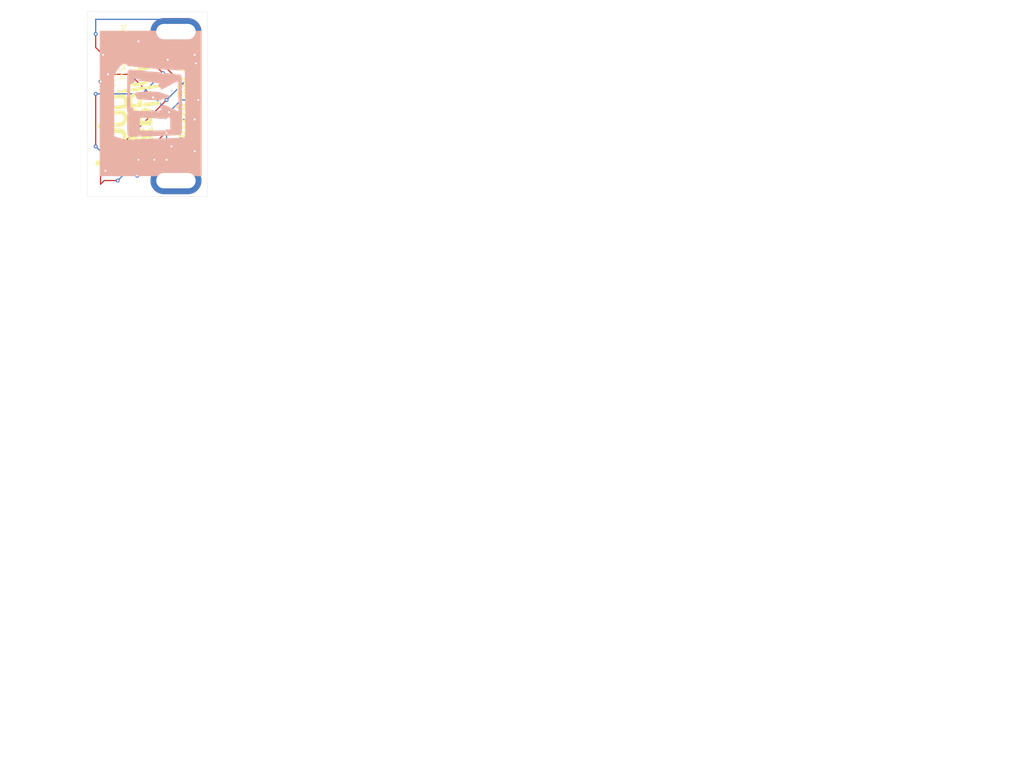
<source format=kicad_pcb>
(kicad_pcb (version 20171130) (host pcbnew "(5.1.7)-1")

  (general
    (thickness 1.6)
    (drawings 6)
    (tracks 85)
    (zones 0)
    (modules 4)
    (nets 2)
  )

  (page A4)
  (layers
    (0 F.Cu signal)
    (31 B.Cu signal)
    (32 B.Adhes user)
    (33 F.Adhes user)
    (34 B.Paste user)
    (35 F.Paste user)
    (36 B.SilkS user hide)
    (37 F.SilkS user)
    (38 B.Mask user)
    (39 F.Mask user)
    (40 Dwgs.User user)
    (41 Cmts.User user)
    (42 Eco1.User user)
    (43 Eco2.User user)
    (44 Edge.Cuts user)
    (45 Margin user)
    (46 B.CrtYd user)
    (47 F.CrtYd user)
    (48 B.Fab user)
    (49 F.Fab user)
  )

  (setup
    (last_trace_width 0.25)
    (trace_clearance 0.2)
    (zone_clearance 0.508)
    (zone_45_only no)
    (trace_min 0.2)
    (via_size 0.8)
    (via_drill 0.4)
    (via_min_size 0.4)
    (via_min_drill 0.3)
    (uvia_size 0.3)
    (uvia_drill 0.1)
    (uvias_allowed no)
    (uvia_min_size 0.2)
    (uvia_min_drill 0.1)
    (edge_width 0.05)
    (segment_width 0.2)
    (pcb_text_width 0.3)
    (pcb_text_size 1.5 1.5)
    (mod_edge_width 0.12)
    (mod_text_size 1 1)
    (mod_text_width 0.15)
    (pad_size 5.6 5.6)
    (pad_drill 3.2)
    (pad_to_mask_clearance 0.051)
    (solder_mask_min_width 0.25)
    (aux_axis_origin 0 0)
    (visible_elements 7FFFFFFF)
    (pcbplotparams
      (layerselection 0x010fc_ffffffff)
      (usegerberextensions false)
      (usegerberattributes false)
      (usegerberadvancedattributes false)
      (creategerberjobfile false)
      (excludeedgelayer true)
      (linewidth 0.100000)
      (plotframeref false)
      (viasonmask false)
      (mode 1)
      (useauxorigin false)
      (hpglpennumber 1)
      (hpglpenspeed 20)
      (hpglpendiameter 15.000000)
      (psnegative false)
      (psa4output false)
      (plotreference true)
      (plotvalue true)
      (plotinvisibletext false)
      (padsonsilk false)
      (subtractmaskfromsilk false)
      (outputformat 1)
      (mirror false)
      (drillshape 0)
      (scaleselection 1)
      (outputdirectory "PCB/"))
  )

  (net 0 "")
  (net 1 GND)

  (net_class Default "This is the default net class."
    (clearance 0.2)
    (trace_width 0.25)
    (via_dia 0.8)
    (via_drill 0.4)
    (uvia_dia 0.3)
    (uvia_drill 0.1)
  )

  (module AA-ROB-FULL:EVO6neg (layer B.Cu) (tedit 0) (tstamp 621C0AC0)
    (at 92.456 37.846)
    (fp_text reference G*** (at 29.21 2.286) (layer B.SilkS) hide
      (effects (font (size 1.524 1.524) (thickness 0.3)) (justify mirror))
    )
    (fp_text value LOGO (at 28.956 -1.778) (layer B.SilkS) hide
      (effects (font (size 1.524 1.524) (thickness 0.3)) (justify mirror))
    )
    (fp_poly (pts (xy 10.583333 -15.155334) (xy -10.583333 -15.155334) (xy -10.583333 -5.886584) (xy -7.621061 -5.886584)
      (xy -7.324197 -6.337349) (xy -7.17097 -6.574519) (xy -7.063757 -6.749071) (xy -7.027333 -6.819297)
      (xy -6.979007 -6.918056) (xy -6.854083 -7.106676) (xy -6.682645 -7.343518) (xy -6.494779 -7.586941)
      (xy -6.32939 -7.785341) (xy -5.982448 -8.114681) (xy -5.662569 -8.279964) (xy -5.361568 -8.282758)
      (xy -5.07126 -8.124631) (xy -4.982308 -8.043334) (xy -4.779997 -7.882404) (xy -4.588251 -7.793758)
      (xy -4.544321 -7.787866) (xy -4.381505 -7.778491) (xy -4.098816 -7.754591) (xy -3.74467 -7.720428)
      (xy -3.556 -7.700839) (xy -2.239335 -7.56157) (xy -1.082625 -7.44098) (xy -0.077611 -7.338311)
      (xy 0.783967 -7.252805) (xy 1.510366 -7.183703) (xy 2.109847 -7.13025) (xy 2.590668 -7.091686)
      (xy 2.961089 -7.067255) (xy 3.229368 -7.056199) (xy 3.403765 -7.05776) (xy 3.43158 -7.059834)
      (xy 3.696727 -7.06407) (xy 3.808011 -7.013845) (xy 3.811296 -6.99776) (xy 3.837108 -6.952984)
      (xy 3.879379 -7.005496) (xy 3.942396 -7.046442) (xy 4.080565 -7.062689) (xy 4.31872 -7.053647)
      (xy 4.681695 -7.018724) (xy 5.026543 -6.97817) (xy 5.47766 -6.924913) (xy 5.793573 -6.895032)
      (xy 6.006793 -6.888545) (xy 6.149831 -6.905469) (xy 6.255198 -6.94582) (xy 6.310149 -6.978841)
      (xy 6.60513 -7.104189) (xy 6.851587 -7.07716) (xy 7.027488 -6.906236) (xy 7.102259 -6.673859)
      (xy 7.109399 -6.546167) (xy 7.11684 -6.262649) (xy 7.124447 -5.83681) (xy 7.132082 -5.282158)
      (xy 7.139612 -4.612197) (xy 7.1469 -3.840434) (xy 7.15381 -2.980376) (xy 7.160207 -2.045528)
      (xy 7.165955 -1.049397) (xy 7.170917 -0.005489) (xy 7.172061 0.271648) (xy 7.176779 1.49257)
      (xy 7.180381 2.555258) (xy 7.182665 3.470806) (xy 7.18343 4.250312) (xy 7.182474 4.90487)
      (xy 7.179596 5.445578) (xy 7.174593 5.88353) (xy 7.167263 6.229824) (xy 7.157406 6.495554)
      (xy 7.144819 6.691817) (xy 7.1293 6.829709) (xy 7.110649 6.920326) (xy 7.088662 6.974763)
      (xy 7.063139 7.004118) (xy 7.049509 7.012589) (xy 6.925507 7.036555) (xy 6.657656 7.062419)
      (xy 6.271405 7.088605) (xy 5.792204 7.113537) (xy 5.245501 7.13564) (xy 4.868333 7.147676)
      (xy 4.342562 7.163748) (xy 3.6774 7.185726) (xy 2.902646 7.212534) (xy 2.048099 7.2431)
      (xy 1.143557 7.276349) (xy 0.218818 7.311208) (xy -0.696318 7.346603) (xy -1.154196 7.364692)
      (xy -5.144726 7.523582) (xy -6.361196 7.165463) (xy -7.577667 6.807344) (xy -7.621061 -5.886584)
      (xy -10.583333 -5.886584) (xy -10.583333 15.070666) (xy 10.583333 15.070666) (xy 10.583333 -15.155334)) (layer B.SilkS) (width 0.01))
    (fp_poly (pts (xy -3.834975 6.905388) (xy -3.7121 6.88795) (xy -3.44956 6.869708) (xy -3.07701 6.852087)
      (xy -2.624102 6.836514) (xy -2.170869 6.825398) (xy -1.525654 6.810957) (xy -0.795501 6.792173)
      (xy -0.055485 6.771121) (xy 0.619315 6.749873) (xy 0.846667 6.74205) (xy 1.449751 6.72067)
      (xy 2.106396 6.697419) (xy 2.751243 6.67461) (xy 3.318935 6.654554) (xy 3.513667 6.647684)
      (xy 4.266491 6.619984) (xy 4.868362 6.594408) (xy 5.337608 6.568967) (xy 5.692561 6.541672)
      (xy 5.951549 6.510533) (xy 6.132902 6.473563) (xy 6.25495 6.428772) (xy 6.336023 6.374173)
      (xy 6.371134 6.337653) (xy 6.400182 6.294465) (xy 6.425176 6.230751) (xy 6.446417 6.134389)
      (xy 6.464202 5.993254) (xy 6.478833 5.795222) (xy 6.490607 5.528169) (xy 6.499824 5.179972)
      (xy 6.506783 4.738506) (xy 6.511783 4.191647) (xy 6.515123 3.527272) (xy 6.517103 2.733256)
      (xy 6.518022 1.797476) (xy 6.518179 0.707807) (xy 6.518129 0.380932) (xy 6.517151 -0.827206)
      (xy 6.514496 -1.87645) (xy 6.50982 -2.777235) (xy 6.502778 -3.539997) (xy 6.493024 -4.17517)
      (xy 6.480215 -4.693188) (xy 6.464006 -5.104487) (xy 6.444051 -5.419502) (xy 6.420006 -5.648667)
      (xy 6.391526 -5.802416) (xy 6.358267 -5.891186) (xy 6.319883 -5.92541) (xy 6.309724 -5.926667)
      (xy 6.224443 -5.95607) (xy 6.040609 -6.029441) (xy 5.971657 -6.058013) (xy 5.769533 -6.128323)
      (xy 5.710251 -6.110352) (xy 5.720556 -6.08701) (xy 5.727123 -6.023353) (xy 5.603066 -6.042429)
      (xy 5.580073 -6.049564) (xy 5.387081 -6.09448) (xy 5.085488 -6.145517) (xy 4.708657 -6.199028)
      (xy 4.289952 -6.251363) (xy 3.862737 -6.298876) (xy 3.460376 -6.337919) (xy 3.116234 -6.364843)
      (xy 2.863674 -6.376) (xy 2.73606 -6.367742) (xy 2.727273 -6.361485) (xy 2.641851 -6.336289)
      (xy 2.472305 -6.390285) (xy 2.30775 -6.436157) (xy 2.02127 -6.485332) (xy 1.649253 -6.534506)
      (xy 1.228083 -6.580375) (xy 0.794148 -6.619633) (xy 0.383834 -6.648977) (xy 0.033527 -6.665102)
      (xy -0.220386 -6.664704) (xy -0.339749 -6.645665) (xy -0.462693 -6.634113) (xy -0.4963 -6.662622)
      (xy -0.597096 -6.701614) (xy -0.830461 -6.746444) (xy -1.16362 -6.79407) (xy -1.563799 -6.841449)
      (xy -1.998224 -6.885541) (xy -2.43412 -6.923304) (xy -2.838714 -6.951696) (xy -3.17923 -6.967675)
      (xy -3.422895 -6.9682) (xy -3.536935 -6.950229) (xy -3.541047 -6.945193) (xy -3.622045 -6.918853)
      (xy -3.75119 -6.985114) (xy -4.035108 -7.098939) (xy -4.348044 -7.053633) (xy -4.498461 -6.984166)
      (xy -4.68489 -6.846161) (xy -4.790525 -6.71239) (xy -4.804882 -6.599924) (xy -4.819542 -6.335066)
      (xy -4.834105 -5.934755) (xy -4.837767 -5.799667) (xy -4.741333 -5.799667) (xy -4.699 -5.842)
      (xy -4.656667 -5.799667) (xy -4.699 -5.757334) (xy -4.741333 -5.799667) (xy -4.837767 -5.799667)
      (xy -4.848172 -5.415931) (xy -4.861343 -4.795531) (xy -4.87322 -4.090497) (xy -4.883404 -3.317767)
      (xy -4.888867 -2.761662) (xy -4.263389 -2.761662) (xy -4.258568 -3.32884) (xy -4.239346 -3.739837)
      (xy -4.20533 -4.000954) (xy -4.156126 -4.118493) (xy -4.123234 -4.124535) (xy -3.950921 -4.133725)
      (xy -3.699564 -4.269569) (xy -3.3889 -4.511665) (xy -3.22113 -4.667306) (xy -3.169859 -4.769914)
      (xy -3.215822 -4.867658) (xy -3.236531 -4.892665) (xy -3.401866 -5.106383) (xy -3.439642 -5.215537)
      (xy -3.351359 -5.225186) (xy -3.33377 -5.220317) (xy -3.174203 -5.189185) (xy -2.901992 -5.151179)
      (xy -2.573193 -5.114038) (xy -2.54 -5.110732) (xy -2.514469 -5.108222) (xy -1.749778 -5.108222)
      (xy -1.738156 -5.158557) (xy -1.693333 -5.164667) (xy -1.623643 -5.133689) (xy -1.636889 -5.108222)
      (xy -1.737369 -5.098089) (xy -1.749778 -5.108222) (xy -2.514469 -5.108222) (xy -1.905 -5.048305)
      (xy -2.413 -4.955472) (xy -2.678862 -4.902216) (xy -2.794727 -4.863039) (xy -2.778322 -4.828723)
      (xy -2.703697 -4.804271) (xy -2.528818 -4.774939) (xy -2.232272 -4.742814) (xy -1.861565 -4.712566)
      (xy -1.60303 -4.696105) (xy -1.178158 -4.662921) (xy -0.766021 -4.614899) (xy -0.428039 -4.559869)
      (xy -0.296333 -4.529541) (xy 0.029756 -4.457334) (xy 0.420963 -4.395098) (xy 0.677333 -4.36682)
      (xy 1.029248 -4.322845) (xy 1.367395 -4.256897) (xy 1.560237 -4.202401) (xy 1.892807 -4.083935)
      (xy 1.321041 -3.788263) (xy 1.692643 -3.598686) (xy 1.982142 -3.408878) (xy 2.130156 -3.214317)
      (xy 2.125878 -3.031463) (xy 2.095836 -2.9845) (xy 2.062912 -2.901172) (xy 2.167521 -2.9052)
      (xy 2.410631 -2.997041) (xy 2.79321 -3.17715) (xy 3.316225 -3.445985) (xy 3.980646 -3.804003)
      (xy 4.78744 -4.251659) (xy 4.811598 -4.265212) (xy 5.154783 -4.453101) (xy 5.441378 -4.601133)
      (xy 5.641271 -4.694369) (xy 5.724234 -4.717988) (xy 5.735472 -4.626176) (xy 5.745712 -4.389232)
      (xy 5.754865 -4.029772) (xy 5.762842 -3.570411) (xy 5.769557 -3.033766) (xy 5.77492 -2.442452)
      (xy 5.778842 -1.819085) (xy 5.781237 -1.18628) (xy 5.782015 -0.566653) (xy 5.781089 0.01718)
      (xy 5.77837 0.542604) (xy 5.773769 0.987003) (xy 5.767199 1.327761) (xy 5.758571 1.542263)
      (xy 5.748926 1.608675) (xy 5.660018 1.573736) (xy 5.443565 1.476612) (xy 5.12447 1.328832)
      (xy 4.727635 1.141926) (xy 4.290629 0.933499) (xy 3.719688 0.660762) (xy 3.282618 0.456804)
      (xy 2.961044 0.316272) (xy 2.736593 0.233814) (xy 2.59089 0.204078) (xy 2.505562 0.221712)
      (xy 2.462234 0.281363) (xy 2.442532 0.37768) (xy 2.440522 0.394583) (xy 2.359004 0.606876)
      (xy 2.147697 0.767295) (xy 2.129191 0.77671) (xy 1.845382 0.918421) (xy 2.496826 1.252631)
      (xy 1.989246 1.307055) (xy 1.654098 1.348794) (xy 1.394655 1.391547) (xy 1.228643 1.429706)
      (xy 1.173788 1.457661) (xy 1.247815 1.469801) (xy 1.468451 1.460516) (xy 1.515826 1.456886)
      (xy 1.819304 1.440943) (xy 1.974865 1.456011) (xy 2.001442 1.50422) (xy 1.997662 1.511062)
      (xy 1.867654 1.580838) (xy 1.625821 1.607327) (xy 1.323331 1.593145) (xy 1.011351 1.540912)
      (xy 0.741047 1.453246) (xy 0.725231 1.445955) (xy 0.427828 1.339313) (xy 0.150495 1.333267)
      (xy 0.042333 1.351551) (xy -0.157482 1.394835) (xy -0.201194 1.418117) (xy -0.099279 1.431792)
      (xy -0.042333 1.435547) (xy 0.204348 1.474272) (xy 0.381 1.531461) (xy 0.394818 1.567366)
      (xy 0.241398 1.582874) (xy -0.079611 1.578006) (xy -0.296333 1.568282) (xy -0.68479 1.552697)
      (xy -1.188705 1.538787) (xy -1.754205 1.527712) (xy -2.327416 1.520632) (xy -2.582333 1.519023)
      (xy -3.103571 1.516199) (xy -3.474384 1.511084) (xy -3.71368 1.501358) (xy -3.840368 1.484701)
      (xy -3.873357 1.458795) (xy -3.831555 1.42132) (xy -3.7465 1.376224) (xy -3.541394 1.255879)
      (xy -3.490173 1.150991) (xy -3.590415 1.023461) (xy -3.717722 0.923573) (xy -3.931767 0.778639)
      (xy -4.05468 0.748702) (xy -4.123375 0.837953) (xy -4.158985 0.973666) (xy -4.178567 0.985298)
      (xy -4.196692 0.849666) (xy -4.211847 0.58884) (xy -4.222515 0.224889) (xy -4.22581 0)
      (xy -4.23177 -0.52781) (xy -4.238973 -1.079039) (xy -4.246549 -1.591303) (xy -4.253624 -2.002219)
      (xy -4.254205 -2.032) (xy -4.263389 -2.761662) (xy -4.888867 -2.761662) (xy -4.891495 -2.494281)
      (xy -4.892314 -2.391834) (xy -4.895353 -1.989667) (xy -4.826 -1.989667) (xy -4.783667 -2.032)
      (xy -4.741333 -1.989667) (xy -4.783667 -1.947334) (xy -4.826 -1.989667) (xy -4.895353 -1.989667)
      (xy -4.899478 -1.444065) (xy -4.904627 -0.651713) (xy -4.907354 -0.000867) (xy -4.90725 0.522383)
      (xy -4.903906 0.931947) (xy -4.896913 1.241734) (xy -4.885862 1.465656) (xy -4.870344 1.61762)
      (xy -4.849951 1.711538) (xy -4.824274 1.761319) (xy -4.792904 1.780873) (xy -4.769584 1.783951)
      (xy -4.671262 1.799552) (xy -4.734082 1.844137) (xy -4.741333 1.847451) (xy -4.78008 1.885802)
      (xy -4.810261 1.973844) (xy -4.832887 2.130008) (xy -4.848971 2.372727) (xy -4.859522 2.720434)
      (xy -4.865552 3.191562) (xy -4.868073 3.804543) (xy -4.868333 4.16241) (xy -4.868311 4.189814)
      (xy -2.277398 4.189814) (xy -2.27426 3.822535) (xy -2.263123 3.517423) (xy -2.245921 3.329851)
      (xy -2.187017 2.937053) (xy -0.325809 2.992598) (xy 0.230119 3.012918) (xy 0.734653 3.038418)
      (xy 1.160874 3.067175) (xy 1.481868 3.097267) (xy 1.670717 3.126772) (xy 1.702257 3.137442)
      (xy 1.890883 3.17831) (xy 2.184304 3.178138) (xy 2.52385 3.140086) (xy 2.815167 3.077511)
      (xy 2.938019 3.083587) (xy 2.963333 3.126961) (xy 2.89189 3.198409) (xy 2.779889 3.217333)
      (xy 2.654132 3.234151) (xy 2.641586 3.262474) (xy 2.745815 3.284399) (xy 2.928614 3.269168)
      (xy 3.129018 3.229144) (xy 3.286063 3.176691) (xy 3.338786 3.124171) (xy 3.337355 3.121375)
      (xy 3.367808 3.040879) (xy 3.514195 2.959478) (xy 3.724798 2.900068) (xy 3.8735 2.884033)
      (xy 3.946358 2.886664) (xy 3.997774 2.916021) (xy 4.031484 2.99713) (xy 4.051226 3.155016)
      (xy 4.060736 3.414705) (xy 4.063752 3.801223) (xy 4.064 4.159744) (xy 4.064 5.440822)
      (xy 3.767667 5.387411) (xy 3.466731 5.337941) (xy 3.156376 5.293488) (xy 3.153833 5.29316)
      (xy 2.985697 5.274294) (xy 2.952927 5.283634) (xy 3.064602 5.330261) (xy 3.259667 5.398993)
      (xy 3.369356 5.43817) (xy 3.439392 5.469972) (xy 3.455563 5.495504) (xy 3.403657 5.515873)
      (xy 3.269461 5.532182) (xy 3.038764 5.545539) (xy 2.697353 5.557047) (xy 2.231017 5.567812)
      (xy 1.625542 5.578939) (xy 0.866718 5.591534) (xy 0.762 5.593241) (xy 0.075684 5.603496)
      (xy -0.555628 5.611156) (xy -1.112278 5.61612) (xy -1.574608 5.618286) (xy -1.922962 5.617554)
      (xy -2.137681 5.613821) (xy -2.200191 5.608494) (xy -2.225438 5.509046) (xy -2.246556 5.278877)
      (xy -2.262772 4.956563) (xy -2.27331 4.580683) (xy -2.277398 4.189814) (xy -4.868311 4.189814)
      (xy -4.867768 4.841148) (xy -4.865074 5.371592) (xy -4.860798 5.644444) (xy -4.797778 5.644444)
      (xy -4.786156 5.59411) (xy -4.741333 5.588) (xy -4.671643 5.618978) (xy -4.684889 5.644444)
      (xy -4.785369 5.654577) (xy -4.797778 5.644444) (xy -4.860798 5.644444) (xy -4.858754 5.774782)
      (xy -4.847311 6.071756) (xy -4.829249 6.283553) (xy -4.80307 6.431213) (xy -4.767278 6.535774)
      (xy -4.720376 6.618275) (xy -4.690629 6.660077) (xy -4.451255 6.855327) (xy -4.140017 6.943699)
      (xy -3.834975 6.905388)) (layer B.SilkS) (width 0.01))
    (fp_poly (pts (xy 5.661625 -4.310802) (xy 5.666716 -4.423834) (xy 5.654027 -4.614083) (xy 5.605451 -4.649176)
      (xy 5.561258 -4.593167) (xy 5.559703 -4.471882) (xy 5.592644 -4.360334) (xy 5.641284 -4.261485)
      (xy 5.661625 -4.310802)) (layer B.SilkS) (width 0.01))
    (fp_poly (pts (xy 5.35821 -4.294941) (xy 5.376333 -4.318) (xy 5.406134 -4.39415) (xy 5.32603 -4.36547)
      (xy 5.249333 -4.318) (xy 5.184243 -4.250032) (xy 5.22317 -4.23463) (xy 5.35821 -4.294941)) (layer B.SilkS) (width 0.01))
    (fp_poly (pts (xy 4.826 -4.106334) (xy 4.783667 -4.148667) (xy 4.741333 -4.106334) (xy 4.783667 -4.064)
      (xy 4.826 -4.106334)) (layer B.SilkS) (width 0.01))
    (fp_poly (pts (xy 5.249333 -4.106334) (xy 5.207 -4.148667) (xy 5.164667 -4.106334) (xy 5.207 -4.064)
      (xy 5.249333 -4.106334)) (layer B.SilkS) (width 0.01))
    (fp_poly (pts (xy 5.644444 -4.007556) (xy 5.632822 -4.05789) (xy 5.588 -4.064) (xy 5.51831 -4.033022)
      (xy 5.531555 -4.007556) (xy 5.632035 -3.997423) (xy 5.644444 -4.007556)) (layer B.SilkS) (width 0.01))
    (fp_poly (pts (xy 5.311069 -3.928181) (xy 5.285818 -3.966663) (xy 5.199944 -3.972649) (xy 5.109602 -3.951972)
      (xy 5.148792 -3.921497) (xy 5.281115 -3.911403) (xy 5.311069 -3.928181)) (layer B.SilkS) (width 0.01))
    (fp_poly (pts (xy 4.148667 -3.683) (xy 4.106333 -3.725334) (xy 4.064 -3.683) (xy 4.106333 -3.640667)
      (xy 4.148667 -3.683)) (layer B.SilkS) (width 0.01))
    (fp_poly (pts (xy 4.318 -3.259667) (xy 4.275667 -3.302) (xy 4.233333 -3.259667) (xy 4.275667 -3.217334)
      (xy 4.318 -3.259667)) (layer B.SilkS) (width 0.01))
    (fp_poly (pts (xy 4.557367 -2.602446) (xy 4.572 -2.656633) (xy 4.512269 -2.805014) (xy 4.445 -2.878667)
      (xy 4.352986 -2.930051) (xy 4.320509 -2.850057) (xy 4.318 -2.762034) (xy 4.36041 -2.584053)
      (xy 4.445 -2.54) (xy 4.557367 -2.602446)) (layer B.SilkS) (width 0.01))
    (fp_poly (pts (xy 1.776665 -0.682976) (xy 1.948622 -0.703738) (xy 2.065877 -0.737346) (xy 2.105488 -0.756018)
      (xy 2.274243 -0.831435) (xy 2.553599 -0.941189) (xy 2.893559 -1.06593) (xy 3.030841 -1.11414)
      (xy 3.373743 -1.236099) (xy 3.668662 -1.346689) (xy 3.868975 -1.428203) (xy 3.913117 -1.449208)
      (xy 4.019073 -1.556504) (xy 3.976905 -1.651594) (xy 3.80533 -1.693324) (xy 3.802089 -1.693334)
      (xy 3.661833 -1.723464) (xy 3.401412 -1.805627) (xy 3.057281 -1.927482) (xy 2.665895 -2.076686)
      (xy 2.642919 -2.085758) (xy 2.206005 -2.254403) (xy 1.874424 -2.36747) (xy 1.598067 -2.436552)
      (xy 1.326825 -2.473239) (xy 1.01059 -2.489125) (xy 0.887762 -2.491778) (xy 0.539341 -2.502836)
      (xy 0.253969 -2.520893) (xy 0.0751 -2.542808) (xy 0.041095 -2.552998) (xy -0.092892 -2.565353)
      (xy -0.296333 -2.528296) (xy -0.472339 -2.500259) (xy -0.778628 -2.473593) (xy -1.176156 -2.450881)
      (xy -1.625876 -2.434705) (xy -1.757297 -2.431669) (xy -2.237125 -2.420178) (xy -2.577819 -2.405176)
      (xy -2.809577 -2.382082) (xy -2.962595 -2.346314) (xy -3.06707 -2.29329) (xy -3.151515 -2.220115)
      (xy -3.338769 -2.032861) (xy -3.075975 -1.499943) (xy -2.813182 -0.967026) (xy -1.554758 -0.852399)
      (xy -1.075615 -0.80992) (xy -0.624155 -0.771995) (xy -0.242619 -0.742029) (xy 0.026754 -0.723424)
      (xy 0.084667 -0.720319) (xy 0.704004 -0.693732) (xy 1.177212 -0.678377) (xy 1.527147 -0.674657)
      (xy 1.776665 -0.682976)) (layer B.SilkS) (width 0.01))
    (fp_poly (pts (xy -4.007556 -1.636889) (xy -3.997423 -1.737369) (xy -4.007556 -1.749778) (xy -4.05789 -1.738156)
      (xy -4.064 -1.693334) (xy -4.033022 -1.623643) (xy -4.007556 -1.636889)) (layer B.SilkS) (width 0.01))
    (fp_poly (pts (xy 2.370667 0.127) (xy 2.328333 0.084666) (xy 2.286 0.127) (xy 2.328333 0.169333)
      (xy 2.370667 0.127)) (layer B.SilkS) (width 0.01))
    (fp_poly (pts (xy 5.612641 0.863725) (xy 5.652839 0.717136) (xy 5.604814 0.575916) (xy 5.599242 0.570042)
      (xy 5.514975 0.405928) (xy 5.503333 0.321733) (xy 5.454143 0.207886) (xy 5.283339 0.169809)
      (xy 5.249333 0.169333) (xy 5.070936 0.189936) (xy 4.995351 0.239572) (xy 4.995333 0.24041)
      (xy 5.063658 0.323722) (xy 5.207 0.407928) (xy 5.382439 0.558488) (xy 5.418667 0.717851)
      (xy 5.44832 0.877818) (xy 5.50599 0.931333) (xy 5.612641 0.863725)) (layer B.SilkS) (width 0.01))
    (fp_poly (pts (xy 5.644444 1.157111) (xy 5.654577 1.056631) (xy 5.644444 1.044222) (xy 5.59411 1.055844)
      (xy 5.588 1.100666) (xy 5.618978 1.170357) (xy 5.644444 1.157111)) (layer B.SilkS) (width 0.01))
  )

  (module AA-ROB-FULL:LBNEWBC (layer F.Cu) (tedit 0) (tstamp 621C033B)
    (at 88.69 36.18 90)
    (fp_text reference G*** (at 1.89 -16.3 90) (layer F.SilkS) hide
      (effects (font (size 1.524 1.524) (thickness 0.3)))
    )
    (fp_text value LOGO (at 0.62 -19.094 90) (layer F.SilkS) hide
      (effects (font (size 1.524 1.524) (thickness 0.3)))
    )
    (fp_poly (pts (xy 2.29296 6.320638) (xy 2.306421 6.327211) (xy 2.382364 6.377827) (xy 2.45768 6.447128)
      (xy 2.520857 6.522125) (xy 2.560385 6.589831) (xy 2.567967 6.622297) (xy 2.579674 6.678441)
      (xy 2.59651 6.718136) (xy 2.609413 6.783509) (xy 2.6015 6.877533) (xy 2.576215 6.984167)
      (xy 2.537003 7.087369) (xy 2.504448 7.146927) (xy 2.413599 7.245147) (xy 2.3003 7.302932)
      (xy 2.175332 7.317785) (xy 2.049475 7.287211) (xy 2.003323 7.262956) (xy 1.882965 7.163248)
      (xy 1.796727 7.038987) (xy 1.745521 6.899485) (xy 1.73026 6.754057) (xy 1.751855 6.612014)
      (xy 1.811218 6.482672) (xy 1.909261 6.375342) (xy 1.9159 6.370182) (xy 2.038897 6.303474)
      (xy 2.165588 6.286848) (xy 2.29296 6.320638)) (layer F.SilkS) (width 0.01))
    (fp_poly (pts (xy 1.702308 2.722527) (xy 1.798672 2.755437) (xy 1.868753 2.801053) (xy 1.929037 2.872668)
      (xy 1.970243 2.938543) (xy 2.00756 3.014142) (xy 2.027159 3.092191) (xy 2.033826 3.19411)
      (xy 2.034034 3.224095) (xy 2.038939 3.328513) (xy 2.051725 3.425184) (xy 2.067479 3.486535)
      (xy 2.087287 3.576468) (xy 2.086188 3.661261) (xy 2.085189 3.746818) (xy 2.102382 3.839817)
      (xy 2.10625 3.851952) (xy 2.128649 3.970917) (xy 2.128049 4.131561) (xy 2.1272 4.143804)
      (xy 2.121786 4.247824) (xy 2.125648 4.318413) (xy 2.141323 4.372542) (xy 2.169038 4.423484)
      (xy 2.203141 4.506659) (xy 2.222963 4.613022) (xy 2.228138 4.72617) (xy 2.218301 4.829697)
      (xy 2.193085 4.9072) (xy 2.18023 4.925509) (xy 2.1385 5.004932) (xy 2.141339 5.090776)
      (xy 2.186938 5.168608) (xy 2.213635 5.192007) (xy 2.317888 5.29785) (xy 2.389341 5.438662)
      (xy 2.416331 5.53594) (xy 2.428191 5.685012) (xy 2.401678 5.819884) (xy 2.342896 5.934784)
      (xy 2.257948 6.023939) (xy 2.152938 6.081578) (xy 2.033968 6.101926) (xy 1.907143 6.079214)
      (xy 1.862143 6.060079) (xy 1.7451 5.975517) (xy 1.650417 5.852504) (xy 1.5866 5.703209)
      (xy 1.563807 5.616408) (xy 1.557482 5.553493) (xy 1.567553 5.490264) (xy 1.585783 5.428205)
      (xy 1.621645 5.340879) (xy 1.666596 5.265531) (xy 1.689548 5.238804) (xy 1.729967 5.196022)
      (xy 1.737293 5.160744) (xy 1.715465 5.108327) (xy 1.711608 5.100758) (xy 1.672092 5.032067)
      (xy 1.618423 4.948808) (xy 1.592442 4.911314) (xy 1.55683 4.859013) (xy 1.534214 4.813771)
      (xy 1.521892 4.762218) (xy 1.517164 4.69098) (xy 1.517327 4.586687) (xy 1.517993 4.542793)
      (xy 1.518381 4.417852) (xy 1.513883 4.333289) (xy 1.503214 4.278756) (xy 1.485091 4.243909)
      (xy 1.480158 4.238058) (xy 1.45577 4.191495) (xy 1.438127 4.109507) (xy 1.42582 3.985067)
      (xy 1.4241 3.95823) (xy 1.414497 3.847941) (xy 1.400791 3.751885) (xy 1.385343 3.685141)
      (xy 1.378801 3.669289) (xy 1.362571 3.615749) (xy 1.350949 3.530609) (xy 1.346646 3.44046)
      (xy 1.340274 3.330574) (xy 1.324187 3.242087) (xy 1.309409 3.203604) (xy 1.274037 3.094504)
      (xy 1.28127 2.979378) (xy 1.326386 2.8708) (xy 1.404664 2.781347) (xy 1.486192 2.732738)
      (xy 1.56059 2.708154) (xy 1.626524 2.706192) (xy 1.702308 2.722527)) (layer F.SilkS) (width 0.01))
    (fp_poly (pts (xy -1.835567 2.230923) (xy -1.741242 2.251935) (xy -1.690791 2.275199) (xy -1.567562 2.375357)
      (xy -1.49137 2.491384) (xy -1.459378 2.629228) (xy -1.462961 2.752954) (xy -1.469064 2.857771)
      (xy -1.457679 2.922025) (xy -1.44783 2.938347) (xy -1.432591 2.979058) (xy -1.417005 3.058452)
      (xy -1.403115 3.164418) (xy -1.395402 3.249157) (xy -1.385354 3.370526) (xy -1.374554 3.480765)
      (xy -1.364534 3.565104) (xy -1.358936 3.600193) (xy -1.357857 3.683705) (xy -1.379273 3.785419)
      (xy -1.383908 3.799721) (xy -1.406977 3.874299) (xy -1.411252 3.922702) (xy -1.395885 3.966332)
      (xy -1.375967 4.000629) (xy -1.304624 4.155583) (xy -1.281044 4.305208) (xy -1.304856 4.44513)
      (xy -1.375693 4.570973) (xy -1.428827 4.627427) (xy -1.488645 4.68915) (xy -1.512596 4.736181)
      (xy -1.51037 4.772781) (xy -1.477501 4.824437) (xy -1.44471 4.844984) (xy -1.401897 4.86994)
      (xy -1.337225 4.920297) (xy -1.26454 4.985256) (xy -1.263121 4.98661) (xy -1.131432 5.112398)
      (xy -1.134531 5.30073) (xy -1.138272 5.402434) (xy -1.14893 5.471355) (xy -1.17178 5.525535)
      (xy -1.212101 5.583017) (xy -1.220062 5.593141) (xy -1.330208 5.700543) (xy -1.454827 5.768623)
      (xy -1.585084 5.794834) (xy -1.712146 5.776629) (xy -1.76928 5.751437) (xy -1.919097 5.648585)
      (xy -2.021603 5.53063) (xy -2.078936 5.394334) (xy -2.093741 5.259794) (xy -2.091978 5.189428)
      (xy -2.08272 5.138239) (xy -2.058773 5.092614) (xy -2.012946 5.038939) (xy -1.938047 4.963602)
      (xy -1.936412 4.961987) (xy -1.865336 4.887541) (xy -1.811101 4.822648) (xy -1.782284 4.777901)
      (xy -1.77978 4.768528) (xy -1.799738 4.732496) (xy -1.85006 4.686944) (xy -1.877233 4.668247)
      (xy -2.003341 4.568926) (xy -2.083601 4.456766) (xy -2.122609 4.325329) (xy -2.122717 4.324552)
      (xy -2.129965 4.246495) (xy -2.129003 4.188863) (xy -2.124798 4.17264) (xy -2.111103 4.134058)
      (xy -2.094538 4.065838) (xy -2.087907 4.032645) (xy -2.078174 3.949905) (xy -2.089926 3.888121)
      (xy -2.118745 3.833899) (xy -2.149785 3.756205) (xy -2.176122 3.63212) (xy -2.197196 3.465936)
      (xy -2.212449 3.261944) (xy -2.220701 3.051051) (xy -2.227829 2.938262) (xy -2.241862 2.828328)
      (xy -2.259078 2.747754) (xy -2.284054 2.610333) (xy -2.267961 2.490573) (xy -2.207845 2.379829)
      (xy -2.100751 2.269455) (xy -2.093514 2.263287) (xy -2.030425 2.236045) (xy -1.938202 2.225441)
      (xy -1.835567 2.230923)) (layer F.SilkS) (width 0.01))
    (fp_poly (pts (xy 9.715706 4.980399) (xy 9.827217 5.04088) (xy 9.903255 5.095767) (xy 9.948071 5.14695)
      (xy 9.975996 5.213334) (xy 9.986222 5.25064) (xy 10.00616 5.404468) (xy 9.984238 5.537755)
      (xy 9.921354 5.645156) (xy 9.919599 5.647097) (xy 9.827888 5.715541) (xy 9.724961 5.735027)
      (xy 9.615792 5.704618) (xy 9.615377 5.704409) (xy 9.508956 5.624162) (xy 9.420396 5.503801)
      (xy 9.369768 5.391604) (xy 9.336511 5.27356) (xy 9.334572 5.183905) (xy 9.366056 5.109402)
      (xy 9.425088 5.04402) (xy 9.518201 4.978693) (xy 9.612269 4.957508) (xy 9.715706 4.980399)) (layer F.SilkS) (width 0.01))
    (fp_poly (pts (xy 8.984566 1.873475) (xy 9.044687 1.906671) (xy 9.146144 2.016868) (xy 9.215761 2.159714)
      (xy 9.244244 2.286768) (xy 9.263985 2.395269) (xy 9.294051 2.50702) (xy 9.309033 2.54984)
      (xy 9.337471 2.638903) (xy 9.354536 2.723645) (xy 9.356713 2.753243) (xy 9.36931 2.837179)
      (xy 9.395498 2.909008) (xy 9.420587 2.991278) (xy 9.43008 3.102388) (xy 9.429754 3.128808)
      (xy 9.433854 3.237663) (xy 9.457152 3.320301) (xy 9.479958 3.362841) (xy 9.513576 3.442768)
      (xy 9.532372 3.539505) (xy 9.535669 3.636543) (xy 9.522788 3.717375) (xy 9.496396 3.762963)
      (xy 9.45803 3.823497) (xy 9.466787 3.901546) (xy 9.522399 3.996192) (xy 9.585385 4.068068)
      (xy 9.712512 4.198585) (xy 9.712512 4.370436) (xy 9.709892 4.467888) (xy 9.699442 4.529879)
      (xy 9.677273 4.571646) (xy 9.655305 4.594648) (xy 9.571997 4.651342) (xy 9.489774 4.661373)
      (xy 9.411201 4.634953) (xy 9.314156 4.561351) (xy 9.240664 4.455072) (xy 9.194927 4.329852)
      (xy 9.181152 4.199427) (xy 9.203542 4.077534) (xy 9.226028 4.029985) (xy 9.259893 3.967813)
      (xy 9.278832 3.923778) (xy 9.28028 3.916354) (xy 9.263188 3.888657) (xy 9.218742 3.838444)
      (xy 9.166806 3.786526) (xy 9.093945 3.708102) (xy 9.050954 3.633319) (xy 9.025198 3.542862)
      (xy 9.012029 3.456982) (xy 9.009046 3.385172) (xy 9.012862 3.357576) (xy 9.01104 3.304754)
      (xy 8.986887 3.222568) (xy 8.961078 3.160359) (xy 8.918588 3.047868) (xy 8.883649 2.921002)
      (xy 8.870591 2.851994) (xy 8.854617 2.759634) (xy 8.836311 2.68261) (xy 8.822441 2.643906)
      (xy 8.804239 2.585174) (xy 8.796367 2.512432) (xy 8.787268 2.440343) (xy 8.764843 2.346879)
      (xy 8.746346 2.288288) (xy 8.711372 2.176404) (xy 8.699097 2.094402) (xy 8.70921 2.026819)
      (xy 8.739766 1.961017) (xy 8.805176 1.892521) (xy 8.891767 1.862451) (xy 8.984566 1.873475)) (layer F.SilkS) (width 0.01))
    (fp_poly (pts (xy 7.591947 2.525651) (xy 7.687676 2.611909) (xy 7.751789 2.730762) (xy 7.779445 2.875572)
      (xy 7.78018 2.905032) (xy 7.787739 3.001558) (xy 7.807835 3.074036) (xy 7.817509 3.090686)
      (xy 7.840194 3.14536) (xy 7.853899 3.225748) (xy 7.855647 3.262206) (xy 7.868401 3.367561)
      (xy 7.899558 3.476772) (xy 7.910064 3.502048) (xy 7.942431 3.588083) (xy 7.953215 3.669435)
      (xy 7.947006 3.767032) (xy 7.939953 3.856592) (xy 7.946423 3.916419) (xy 7.970134 3.966675)
      (xy 7.988743 3.993334) (xy 8.020401 4.045088) (xy 8.038299 4.103796) (xy 8.04597 4.18577)
      (xy 8.047147 4.26309) (xy 8.04567 4.362647) (xy 8.038489 4.425966) (xy 8.021476 4.467637)
      (xy 7.990501 4.502249) (xy 7.975809 4.515214) (xy 7.891567 4.566842) (xy 7.807045 4.572928)
      (xy 7.716 4.532661) (xy 7.639772 4.471637) (xy 7.578923 4.408314) (xy 7.537614 4.351481)
      (xy 7.525925 4.32028) (xy 7.515542 4.262199) (xy 7.496453 4.209179) (xy 7.480163 4.147241)
      (xy 7.489257 4.072728) (xy 7.4982 4.040294) (xy 7.515589 3.967658) (xy 7.511876 3.922354)
      (xy 7.494305 3.894022) (xy 7.441853 3.805934) (xy 7.398315 3.685346) (xy 7.369783 3.55053)
      (xy 7.364628 3.505213) (xy 7.35021 3.408994) (xy 7.327051 3.321033) (xy 7.311942 3.284003)
      (xy 7.286536 3.208497) (xy 7.272589 3.115763) (xy 7.271671 3.089189) (xy 7.262415 2.997435)
      (xy 7.239346 2.912358) (xy 7.23074 2.893098) (xy 7.200451 2.791459) (xy 7.206753 2.689102)
      (xy 7.243659 2.596425) (xy 7.30518 2.523826) (xy 7.385328 2.481703) (xy 7.469438 2.478629)
      (xy 7.591947 2.525651)) (layer F.SilkS) (width 0.01))
    (fp_poly (pts (xy -9.349026 -0.95027) (xy -9.190999 -0.942928) (xy -9.062606 -0.928602) (xy -8.953287 -0.905346)
      (xy -8.85248 -0.871217) (xy -8.749624 -0.824269) (xy -8.694483 -0.795571) (xy -8.630114 -0.760463)
      (xy -8.582924 -0.731371) (xy -8.537387 -0.697092) (xy -8.477978 -0.646427) (xy -8.433407 -0.6072)
      (xy -8.287605 -0.445297) (xy -8.175771 -0.249162) (xy -8.101687 -0.025486) (xy -8.099824 -0.017244)
      (xy -8.078172 0.088435) (xy -8.069336 0.167642) (xy -8.073089 0.243056) (xy -8.089203 0.337353)
      (xy -8.09592 0.370331) (xy -8.154844 0.560953) (xy -8.250674 0.730177) (xy -8.388398 0.885263)
      (xy -8.530643 1.00296) (xy -8.59194 1.049594) (xy -8.634544 1.084387) (xy -8.644645 1.09415)
      (xy -8.672301 1.115226) (xy -8.729338 1.151554) (xy -8.773318 1.177723) (xy -8.881356 1.249027)
      (xy -8.954295 1.315615) (xy -8.987619 1.372596) (xy -8.983978 1.405946) (xy -8.947373 1.456173)
      (xy -8.877424 1.537569) (xy -8.77331 1.651023) (xy -8.634211 1.797423) (xy -8.459305 1.977657)
      (xy -8.396546 2.041699) (xy -8.262416 2.177139) (xy -8.157973 2.277457) (xy -8.077794 2.344316)
      (xy -8.016457 2.379378) (xy -7.968539 2.384308) (xy -7.928618 2.360767) (xy -7.891272 2.31042)
      (xy -7.851078 2.234928) (xy -7.839988 2.2124) (xy -7.772807 2.037335) (xy -7.724461 1.823041)
      (xy -7.719926 1.795017) (xy -7.700717 1.686794) (xy -7.68062 1.598145) (xy -7.662517 1.540701)
      (xy -7.653178 1.525602) (xy -7.619392 1.51983) (xy -7.546334 1.515567) (xy -7.444718 1.512782)
      (xy -7.32526 1.511445) (xy -7.198674 1.511524) (xy -7.075675 1.512989) (xy -6.966977 1.515809)
      (xy -6.883297 1.519953) (xy -6.835348 1.525389) (xy -6.828508 1.527982) (xy -6.824382 1.559982)
      (xy -6.82854 1.631532) (xy -6.839459 1.732287) (xy -6.855614 1.851902) (xy -6.87548 1.98003)
      (xy -6.897533 2.106326) (xy -6.92025 2.220444) (xy -6.942105 2.31204) (xy -6.946146 2.326426)
      (xy -6.974658 2.412862) (xy -7.014089 2.517325) (xy -7.059384 2.628106) (xy -7.105486 2.733496)
      (xy -7.14734 2.821784) (xy -7.179891 2.881262) (xy -7.193141 2.898498) (xy -7.23133 2.942008)
      (xy -7.271975 3.003606) (xy -7.304463 3.065057) (xy -7.318179 3.108126) (xy -7.317803 3.112658)
      (xy -7.299026 3.138706) (xy -7.250565 3.195351) (xy -7.17802 3.276575) (xy -7.086994 3.37636)
      (xy -6.983087 3.488688) (xy -6.871903 3.607541) (xy -6.759042 3.726901) (xy -6.650107 3.84075)
      (xy -6.550698 3.94307) (xy -6.466419 4.027843) (xy -6.460344 4.033838) (xy -6.412958 4.086462)
      (xy -6.389307 4.124895) (xy -6.389618 4.13523) (xy -6.42081 4.143917) (xy -6.493335 4.154675)
      (xy -6.59776 4.166686) (xy -6.724651 4.179136) (xy -6.864571 4.191207) (xy -7.008088 4.202083)
      (xy -7.145766 4.210948) (xy -7.268171 4.216984) (xy -7.361727 4.219356) (xy -7.566197 4.220621)
      (xy -7.765893 4.017217) (xy -7.8524 3.933374) (xy -7.929136 3.86685) (xy -7.987277 3.82487)
      (xy -8.014226 3.813814) (xy -8.054622 3.828602) (xy -8.123243 3.868332) (xy -8.208709 3.926052)
      (xy -8.260444 3.96422) (xy -8.424055 4.07885) (xy -8.586502 4.169746) (xy -8.7615 4.242826)
      (xy -8.962766 4.304009) (xy -9.149596 4.347873) (xy -9.338884 4.377205) (xy -9.560547 4.393832)
      (xy -9.797732 4.397792) (xy -10.033585 4.389124) (xy -10.251253 4.367868) (xy -10.386287 4.344994)
      (xy -10.496701 4.319201) (xy -10.595145 4.291603) (xy -10.665762 4.266818) (xy -10.682602 4.25876)
      (xy -10.739262 4.231403) (xy -10.777149 4.220621) (xy -10.819348 4.204899) (xy -10.888129 4.163231)
      (xy -10.972435 4.103858) (xy -11.061207 4.035025) (xy -11.143388 3.964973) (xy -11.207919 3.901946)
      (xy -11.214541 3.894578) (xy -11.300432 3.785375) (xy -11.376273 3.667756) (xy -11.432702 3.557487)
      (xy -11.457523 3.4854) (xy -11.475088 3.420528) (xy -11.50136 3.3361) (xy -11.511676 3.305305)
      (xy -11.531986 3.219717) (xy -11.544477 3.100683) (xy -11.549775 2.941058) (xy -11.550032 2.868108)
      (xy -11.547431 2.771417) (xy -10.513414 2.771417) (xy -10.511651 2.894038) (xy -10.505286 2.976723)
      (xy -10.492702 3.0303) (xy -10.472282 3.065597) (xy -10.468919 3.06946) (xy -10.435103 3.116472)
      (xy -10.424425 3.146042) (xy -10.404986 3.181588) (xy -10.353839 3.2361) (xy -10.281739 3.300567)
      (xy -10.199443 3.365979) (xy -10.117705 3.423325) (xy -10.047282 3.463594) (xy -10.043044 3.465545)
      (xy -9.870417 3.520239) (xy -9.672409 3.544587) (xy -9.464684 3.538262) (xy -9.262906 3.500938)
      (xy -9.204005 3.48302) (xy -9.034338 3.417572) (xy -8.893024 3.346323) (xy -8.784489 3.272739)
      (xy -8.713158 3.200288) (xy -8.683456 3.132437) (xy -8.693171 3.082833) (xy -8.717578 3.052447)
      (xy -8.772346 2.991674) (xy -8.852069 2.906268) (xy -8.951339 2.801989) (xy -9.06475 2.684591)
      (xy -9.128941 2.618819) (xy -9.255983 2.488774) (xy -9.379704 2.361527) (xy -9.492705 2.244731)
      (xy -9.587586 2.146042) (xy -9.65695 2.073115) (xy -9.674686 2.054173) (xy -9.764014 1.963498)
      (xy -9.834064 1.911587) (xy -9.896346 1.896735) (xy -9.96237 1.917234) (xy -10.043646 1.971379)
      (xy -10.074042 1.994969) (xy -10.154722 2.064943) (xy -10.237827 2.147287) (xy -10.314762 2.232149)
      (xy -10.376935 2.309679) (xy -10.415751 2.370025) (xy -10.424425 2.396627) (xy -10.440078 2.434832)
      (xy -10.468919 2.473329) (xy -10.490494 2.507052) (xy -10.50402 2.557631) (xy -10.511112 2.635895)
      (xy -10.513388 2.752672) (xy -10.513414 2.771417) (xy -11.547431 2.771417) (xy -11.54513 2.68593)
      (xy -11.528706 2.538655) (xy -11.496522 2.410855) (xy -11.444339 2.287107) (xy -11.367917 2.151985)
      (xy -11.341788 2.11031) (xy -11.295317 2.04572) (xy -11.229254 1.964548) (xy -11.151516 1.875302)
      (xy -11.070021 1.78649) (xy -10.992687 1.706617) (xy -10.927432 1.644191) (xy -10.882173 1.607719)
      (xy -10.868503 1.601802) (xy -10.839239 1.587118) (xy -10.785203 1.549489) (xy -10.744861 1.518334)
      (xy -10.67029 1.463461) (xy -10.599584 1.41905) (xy -10.572826 1.40547) (xy -10.51115 1.358921)
      (xy -10.48238 1.295934) (xy -10.492794 1.235825) (xy -10.520698 1.197983) (xy -10.571199 1.138383)
      (xy -10.615707 1.089116) (xy -10.752298 0.92057) (xy -10.876291 0.728034) (xy -10.961536 0.559359)
      (xy -10.988664 0.489984) (xy -11.006155 0.423417) (xy -11.015894 0.345693) (xy -11.019765 0.242846)
      (xy -11.019834 0.161145) (xy -10.000396 0.161145) (xy -9.997012 0.258253) (xy -9.992101 0.279999)
      (xy -9.957079 0.361886) (xy -9.898903 0.456917) (xy -9.825906 0.555333) (xy -9.746418 0.647377)
      (xy -9.668774 0.72329) (xy -9.601304 0.773313) (xy -9.55818 0.788188) (xy -9.500615 0.774914)
      (xy -9.438295 0.744704) (xy -9.31913 0.663634) (xy -9.206171 0.576093) (xy -9.110617 0.491557)
      (xy -9.043663 0.419503) (xy -9.028229 0.397658) (xy -8.981951 0.277561) (xy -8.976499 0.145201)
      (xy -9.011399 0.017982) (xy -9.039965 -0.032691) (xy -9.144589 -0.14587) (xy -9.274928 -0.224685)
      (xy -9.420724 -0.268106) (xy -9.571721 -0.275099) (xy -9.717662 -0.244631) (xy -9.84829 -0.175672)
      (xy -9.910506 -0.120309) (xy -9.952884 -0.049032) (xy -9.984267 0.051751) (xy -10.000396 0.161145)
      (xy -11.019834 0.161145) (xy -11.019864 0.127127) (xy -11.01822 -0.000955) (xy -11.013634 -0.092045)
      (xy -11.00343 -0.16) (xy -10.984932 -0.218678) (xy -10.955463 -0.281938) (xy -10.932341 -0.326092)
      (xy -10.811992 -0.506681) (xy -10.657059 -0.657818) (xy -10.463889 -0.782237) (xy -10.22883 -0.882672)
      (xy -10.157458 -0.90611) (xy -10.09061 -0.924083) (xy -10.017441 -0.936971) (xy -9.928339 -0.945507)
      (xy -9.81369 -0.950422) (xy -9.663882 -0.952448) (xy -9.547248 -0.95257) (xy -9.349026 -0.95027)) (layer F.SilkS) (width 0.01))
    (fp_poly (pts (xy -5.758859 -0.844785) (xy -5.540815 -0.841281) (xy -5.292607 -0.835808) (xy -5.034861 -0.828914)
      (xy -4.7882 -0.821147) (xy -4.588651 -0.813695) (xy -4.39255 -0.80508) (xy -4.238808 -0.796748)
      (xy -4.118946 -0.787762) (xy -4.024485 -0.777185) (xy -3.946949 -0.76408) (xy -3.877858 -0.74751)
      (xy -3.813175 -0.727982) (xy -3.655241 -0.671939) (xy -3.527159 -0.616561) (xy -3.437348 -0.565652)
      (xy -3.414883 -0.548159) (xy -3.375436 -0.516372) (xy -3.315744 -0.471479) (xy -3.300468 -0.46035)
      (xy -3.212537 -0.381693) (xy -3.118742 -0.273524) (xy -3.033013 -0.153172) (xy -2.981495 -0.063564)
      (xy -2.903069 0.139733) (xy -2.851304 0.38337) (xy -2.834205 0.537038) (xy -2.827144 0.656993)
      (xy -2.829477 0.742393) (xy -2.842448 0.808879) (xy -2.859525 0.854856) (xy -2.935252 1.01867)
      (xy -3.004126 1.141906) (xy -3.072041 1.233211) (xy -3.144894 1.301233) (xy -3.181308 1.326841)
      (xy -3.238357 1.380928) (xy -3.265914 1.442659) (xy -3.257695 1.493485) (xy -3.228285 1.52017)
      (xy -3.170664 1.5615) (xy -3.129536 1.588226) (xy -3.032222 1.65836) (xy -2.933524 1.744765)
      (xy -2.84459 1.836074) (xy -2.776563 1.920921) (xy -2.742077 1.983355) (xy -2.717831 2.036075)
      (xy -2.695496 2.059397) (xy -2.694629 2.059459) (xy -2.676058 2.081532) (xy -2.658735 2.135349)
      (xy -2.657329 2.142092) (xy -2.64279 2.21109) (xy -2.621598 2.306713) (xy -2.602426 2.390563)
      (xy -2.581864 2.52472) (xy -2.575157 2.679119) (xy -2.581016 2.842218) (xy -2.598153 3.002477)
      (xy -2.625279 3.148355) (xy -2.661106 3.268311) (xy -2.704347 3.350803) (xy -2.710431 3.358158)
      (xy -2.73962 3.402351) (xy -2.745946 3.424226) (xy -2.763818 3.455602) (xy -2.810921 3.510165)
      (xy -2.877491 3.578467) (xy -2.953761 3.651062) (xy -3.029964 3.718502) (xy -3.096335 3.77134)
      (xy -3.124431 3.790344) (xy -3.237259 3.851454) (xy -3.360262 3.901947) (xy -3.499917 3.943069)
      (xy -3.662699 3.976065) (xy -3.855083 4.002181) (xy -4.083544 4.022661) (xy -4.35456 4.038751)
      (xy -4.435676 4.042495) (xy -4.621926 4.051265) (xy -4.808258 4.061113) (xy -4.982846 4.071335)
      (xy -5.133864 4.081228) (xy -5.249484 4.090088) (xy -5.275776 4.092466) (xy -5.53067 4.115072)
      (xy -5.736734 4.129507) (xy -5.89532 4.135803) (xy -6.007783 4.133995) (xy -6.075476 4.124114)
      (xy -6.096786 4.112612) (xy -6.107088 4.075449) (xy -6.11761 3.990188) (xy -6.128145 3.85958)
      (xy -6.138485 3.686376) (xy -6.148421 3.473327) (xy -6.152135 3.380218) (xy -6.160482 3.176002)
      (xy -6.169894 2.969688) (xy -6.179793 2.772365) (xy -6.189602 2.595122) (xy -6.198745 2.449047)
      (xy -6.204986 2.364564) (xy -6.213593 2.245466) (xy -6.221844 2.110188) (xy -5.265508 2.110188)
      (xy -5.263255 2.195363) (xy -5.257449 2.313295) (xy -5.248278 2.47025) (xy -5.237661 2.644244)
      (xy -5.22666 2.819978) (xy -5.217339 2.952154) (xy -5.208529 3.047982) (xy -5.199061 3.114676)
      (xy -5.187768 3.159446) (xy -5.173481 3.189506) (xy -5.155031 3.212068) (xy -5.14394 3.222735)
      (xy -5.082759 3.263136) (xy -5.009811 3.270452) (xy -4.98825 3.268255) (xy -4.909159 3.258945)
      (xy -4.807246 3.247703) (xy -4.741842 3.240817) (xy -4.658633 3.233569) (xy -4.539473 3.224897)
      (xy -4.399202 3.215805) (xy -4.252661 3.207301) (xy -4.227437 3.205946) (xy -4.084298 3.197945)
      (xy -3.981432 3.190137) (xy -3.908317 3.180289) (xy -3.854434 3.166168) (xy -3.809261 3.145542)
      (xy -3.762277 3.11618) (xy -3.743082 3.103169) (xy -3.648554 3.027905) (xy -3.574567 2.940249)
      (xy -3.509349 2.82483) (xy -3.479259 2.758659) (xy -3.448859 2.67794) (xy -3.437033 2.607586)
      (xy -3.443948 2.530378) (xy -3.469767 2.429099) (xy -3.482822 2.386312) (xy -3.560048 2.216691)
      (xy -3.673802 2.076178) (xy -3.817507 1.971176) (xy -3.970978 1.911322) (xy -4.044718 1.900288)
      (xy -4.153772 1.893432) (xy -4.289021 1.890424) (xy -4.441344 1.890934) (xy -4.601622 1.894632)
      (xy -4.760735 1.901189) (xy -4.909563 1.910275) (xy -5.038985 1.921559) (xy -5.139883 1.934712)
      (xy -5.203135 1.949404) (xy -5.216824 1.956379) (xy -5.235187 1.971749) (xy -5.249047 1.98855)
      (xy -5.258594 2.013046) (xy -5.264018 2.051504) (xy -5.265508 2.110188) (xy -6.221844 2.110188)
      (xy -6.223215 2.087718) (xy -6.233207 1.903499) (xy -6.242925 1.704982) (xy -6.251725 1.504344)
      (xy -6.255424 1.411111) (xy -6.263399 1.216871) (xy -6.272422 1.021793) (xy -6.281889 0.837307)
      (xy -6.291197 0.674845) (xy -6.299745 0.545836) (xy -6.303686 0.495796) (xy -6.311653 0.380441)
      (xy -6.316237 0.289786) (xy -5.388614 0.289786) (xy -5.387667 0.437351) (xy -5.383258 0.589289)
      (xy -5.375292 0.736321) (xy -5.368807 0.817859) (xy -5.360047 0.911919) (xy -5.349002 0.984492)
      (xy -5.329633 1.03816) (xy -5.295902 1.075499) (xy -5.24177 1.09909) (xy -5.1612 1.111512)
      (xy -5.048152 1.115343) (xy -4.896589 1.113163) (xy -4.700471 1.107551) (xy -4.691185 1.107279)
      (xy -4.523878 1.101783) (xy -4.370628 1.095604) (xy -4.239828 1.089173) (xy -4.139872 1.08292)
      (xy -4.079152 1.077275) (xy -4.068069 1.075367) (xy -3.9795 1.035586) (xy -3.881817 0.962859)
      (xy -3.789926 0.86906) (xy -3.758543 0.828868) (xy -3.700737 0.708159) (xy -3.681937 0.568979)
      (xy -3.699834 0.422501) (xy -3.752116 0.279896) (xy -3.836473 0.152335) (xy -3.913942 0.077523)
      (xy -3.991133 0.021295) (xy -4.068455 -0.022056) (xy -4.153909 -0.054128) (xy -4.255497 -0.076517)
      (xy -4.38122 -0.090817) (xy -4.539081 -0.098627) (xy -4.737082 -0.101542) (xy -4.812398 -0.101702)
      (xy -5.009037 -0.100608) (xy -5.158485 -0.097194) (xy -5.26436 -0.091257) (xy -5.33028 -0.082596)
      (xy -5.35968 -0.071191) (xy -5.371631 -0.033896) (xy -5.3805 0.044884) (xy -5.386193 0.15587)
      (xy -5.388614 0.289786) (xy -6.316237 0.289786) (xy -6.319369 0.227863) (xy -6.326299 0.05169)
      (xy -6.331906 -0.134451) (xy -6.335655 -0.316931) (xy -6.335668 -0.317818) (xy -6.343644 -0.851752)
      (xy -5.758859 -0.844785)) (layer F.SilkS) (width 0.01))
    (fp_poly (pts (xy -2.326738 -0.770969) (xy -2.176069 -0.768737) (xy -2.003955 -0.765097) (xy -1.817734 -0.76027)
      (xy -1.624745 -0.754474) (xy -1.432326 -0.74793) (xy -1.247815 -0.740859) (xy -1.078552 -0.733479)
      (xy -0.931875 -0.726011) (xy -0.815122 -0.718676) (xy -0.737338 -0.711886) (xy -0.485738 -0.669018)
      (xy -0.267922 -0.599463) (xy -0.072247 -0.499388) (xy -0.050851 -0.485887) (xy 0.157729 -0.321956)
      (xy 0.331447 -0.121187) (xy 0.469909 0.11587) (xy 0.569557 0.377945) (xy 0.589789 0.474506)
      (xy 0.603163 0.596673) (xy 0.609634 0.731192) (xy 0.609156 0.864813) (xy 0.601685 0.984283)
      (xy 0.587176 1.076352) (xy 0.572072 1.118719) (xy 0.544541 1.182024) (xy 0.534834 1.228473)
      (xy 0.514511 1.292377) (xy 0.461428 1.375374) (xy 0.38443 1.467321) (xy 0.292364 1.558077)
      (xy 0.194075 1.637498) (xy 0.15531 1.663624) (xy 0.081172 1.714058) (xy 0.037808 1.75886)
      (xy 0.024836 1.808062) (xy 0.041874 1.8717) (xy 0.088541 1.959807) (xy 0.140804 2.044873)
      (xy 0.198807 2.139252) (xy 0.244925 2.218089) (xy 0.273374 2.271272) (xy 0.279679 2.287769)
      (xy 0.29855 2.317179) (xy 0.300247 2.317951) (xy 0.322661 2.342716) (xy 0.361596 2.399458)
      (xy 0.408305 2.475361) (xy 0.459455 2.561428) (xy 0.505719 2.637563) (xy 0.533933 2.682382)
      (xy 0.567196 2.734503) (xy 0.615567 2.811974) (xy 0.661061 2.885786) (xy 0.714539 2.972594)
      (xy 0.7638 3.051686) (xy 0.793293 3.098284) (xy 0.829024 3.156347) (xy 0.87791 3.238917)
      (xy 0.919932 3.311662) (xy 0.965036 3.385943) (xy 1.002206 3.438572) (xy 1.022885 3.457858)
      (xy 1.0407 3.478287) (xy 1.042442 3.492567) (xy 1.057201 3.535248) (xy 1.092999 3.591505)
      (xy 1.095726 3.595016) (xy 1.130995 3.64771) (xy 1.137384 3.685636) (xy 1.110022 3.711953)
      (xy 1.044042 3.72982) (xy 0.934573 3.742396) (xy 0.86022 3.747803) (xy 0.73106 3.756728)
      (xy 0.603597 3.766398) (xy 0.497374 3.775298) (xy 0.457657 3.779053) (xy 0.373414 3.784788)
      (xy 0.321385 3.777695) (xy 0.283671 3.753563) (xy 0.264399 3.73358) (xy 0.220354 3.678745)
      (xy 0.193266 3.635836) (xy 0.169365 3.590576) (xy 0.131604 3.524718) (xy 0.119557 3.504471)
      (xy 0.092422 3.458789) (xy 0.043403 3.375755) (xy -0.023666 3.261882) (xy -0.104951 3.123687)
      (xy -0.196618 2.967684) (xy -0.294832 2.800388) (xy -0.314345 2.767134) (xy -0.438931 2.554718)
      (xy -0.540516 2.381884) (xy -0.622006 2.244455) (xy -0.686307 2.138256) (xy -0.736325 2.059111)
      (xy -0.774967 2.002844) (xy -0.805137 1.96528) (xy -0.829742 1.942242) (xy -0.851688 1.929556)
      (xy -0.873881 1.923045) (xy -0.899227 1.918535) (xy -0.90572 1.917357) (xy -0.972501 1.911973)
      (xy -1.072648 1.9123) (xy -1.189029 1.918079) (xy -1.243066 1.922475) (xy -1.487388 1.945045)
      (xy -1.494837 2.021321) (xy -1.506008 2.104063) (xy -1.524328 2.140962) (xy -1.558457 2.137004)
      (xy -1.617053 2.097173) (xy -1.62115 2.094046) (xy -1.679203 2.054473) (xy -1.735038 2.032462)
      (xy -1.80726 2.023071) (xy -1.894929 2.021321) (xy -1.994098 2.023637) (xy -2.063309 2.034769)
      (xy -2.123389 2.060992) (xy -2.195167 2.10858) (xy -2.202876 2.1141) (xy -2.332112 2.206878)
      (xy -2.348338 2.014918) (xy -2.356716 1.89558) (xy -2.362627 1.772831) (xy -2.364707 1.680598)
      (xy -2.369851 1.579415) (xy -2.382779 1.48173) (xy -2.391685 1.441599) (xy -2.403753 1.377984)
      (xy -2.418235 1.266793) (xy -2.43483 1.111228) (xy -2.453242 0.914491) (xy -2.473173 0.679785)
      (xy -2.494324 0.410312) (xy -2.516203 0.11191) (xy -1.721949 0.11191) (xy -1.714682 0.194319)
      (xy -1.705317 0.271563) (xy -1.688323 0.411213) (xy -1.670049 0.569232) (xy -1.654215 0.713385)
      (xy -1.653032 0.724625) (xy -1.629609 0.916802) (xy -1.6044 1.064808) (xy -1.577856 1.166565)
      (xy -1.550426 1.219996) (xy -1.544438 1.224984) (xy -1.509608 1.231605) (xy -1.432937 1.237352)
      (xy -1.323434 1.241834) (xy -1.190106 1.244657) (xy -1.074739 1.245456) (xy -0.901521 1.244592)
      (xy -0.770494 1.241205) (xy -0.673034 1.234629) (xy -0.600516 1.2242) (xy -0.544314 1.209253)
      (xy -0.528093 1.2033) (xy -0.370132 1.116836) (xy -0.245809 0.993021) (xy -0.203615 0.930787)
      (xy -0.168585 0.8641) (xy -0.150143 0.798207) (xy -0.144234 0.713365) (xy -0.145008 0.64546)
      (xy -0.163319 0.480796) (xy -0.213322 0.344766) (xy -0.30212 0.221752) (xy -0.367454 0.156387)
      (xy -0.436356 0.094578) (xy -0.496902 0.047657) (xy -0.557671 0.013389) (xy -0.627242 -0.01046)
      (xy -0.714193 -0.026124) (xy -0.827104 -0.035837) (xy -0.974552 -0.041834) (xy -1.144145 -0.045906)
      (xy -1.315035 -0.049283) (xy -1.44239 -0.050759) (xy -1.533507 -0.04978) (xy -1.595686 -0.045789)
      (xy -1.636224 -0.038229) (xy -1.662419 -0.026545) (xy -1.681568 -0.01018) (xy -1.686783 -0.004549)
      (xy -1.70882 0.024699) (xy -1.720269 0.059444) (xy -1.721949 0.11191) (xy -2.516203 0.11191)
      (xy -2.516397 0.109275) (xy -2.518734 0.076276) (xy -2.530217 -0.068654) (xy -2.543753 -0.2121)
      (xy -2.557681 -0.337839) (xy -2.570343 -0.429649) (xy -2.570774 -0.432232) (xy -2.592955 -0.56447)
      (xy -2.607122 -0.654856) (xy -2.613421 -0.711729) (xy -2.611999 -0.74343) (xy -2.603004 -0.758297)
      (xy -2.586584 -0.76467) (xy -2.576688 -0.767019) (xy -2.534386 -0.77033) (xy -2.448623 -0.771574)
      (xy -2.326738 -0.770969)) (layer F.SilkS) (width 0.01))
    (fp_poly (pts (xy 3.203693 -0.675498) (xy 3.467511 -0.626168) (xy 3.739801 -0.529835) (xy 3.919209 -0.442691)
      (xy 3.963689 -0.409853) (xy 4.032341 -0.348727) (xy 4.115107 -0.268626) (xy 4.186579 -0.195179)
      (xy 4.315424 -0.048735) (xy 4.414932 0.090514) (xy 4.496304 0.236456) (xy 4.542873 0.336191)
      (xy 4.577674 0.42268) (xy 4.595985 0.483525) (xy 4.597299 0.501667) (xy 4.587753 0.521625)
      (xy 4.562328 0.535258) (xy 4.512247 0.544132) (xy 4.428735 0.549814) (xy 4.305257 0.553814)
      (xy 4.021834 0.560982) (xy 3.968675 0.486326) (xy 3.933394 0.431991) (xy 3.915923 0.395697)
      (xy 3.915515 0.392788) (xy 3.900604 0.364186) (xy 3.862187 0.310447) (xy 3.82602 0.264689)
      (xy 3.677201 0.118636) (xy 3.509127 0.018754) (xy 3.324514 -0.033823) (xy 3.126079 -0.037962)
      (xy 3.106028 -0.035724) (xy 2.956883 0.007425) (xy 2.826317 0.095104) (xy 2.721231 0.222352)
      (xy 2.70271 0.254254) (xy 2.679467 0.299131) (xy 2.663207 0.340594) (xy 2.653035 0.388142)
      (xy 2.648056 0.451275) (xy 2.647375 0.539492) (xy 2.650096 0.662292) (xy 2.653596 0.775475)
      (xy 2.661661 0.950037) (xy 2.673669 1.108661) (xy 2.688547 1.239861) (xy 2.705222 1.332153)
      (xy 2.705901 1.334835) (xy 2.727508 1.433547) (xy 2.741794 1.527043) (xy 2.745222 1.576376)
      (xy 2.750715 1.645719) (xy 2.765087 1.743902) (xy 2.785298 1.850336) (xy 2.786526 1.856056)
      (xy 2.850225 2.115631) (xy 2.920585 2.32954) (xy 3.000796 2.50285) (xy 3.094044 2.640629)
      (xy 3.203517 2.747941) (xy 3.332402 2.829855) (xy 3.424804 2.870625) (xy 3.588928 2.915776)
      (xy 3.729133 2.916581) (xy 3.823076 2.885629) (xy 3.881264 2.859058) (xy 3.920597 2.847655)
      (xy 3.921119 2.847648) (xy 3.967519 2.828878) (xy 4.032002 2.779926) (xy 4.102867 2.711829)
      (xy 4.168417 2.635623) (xy 4.209589 2.575518) (xy 4.242819 2.513703) (xy 4.263505 2.456291)
      (xy 4.274588 2.388095) (xy 4.279013 2.293925) (xy 4.279708 2.213622) (xy 4.278017 2.101027)
      (xy 4.27304 2.002449) (xy 4.265676 1.932629) (xy 4.261396 1.91316) (xy 4.213865 1.844198)
      (xy 4.128614 1.807338) (xy 4.008112 1.803528) (xy 3.983327 1.806364) (xy 3.875329 1.81591)
      (xy 3.756449 1.819538) (xy 3.712112 1.818832) (xy 3.572272 1.813798) (xy 3.531779 1.688731)
      (xy 3.504693 1.586909) (xy 3.484754 1.477176) (xy 3.473564 1.373987) (xy 3.472726 1.291801)
      (xy 3.482793 1.246639) (xy 3.521452 1.22678) (xy 3.608442 1.211883) (xy 3.728422 1.20295)
      (xy 3.864986 1.197368) (xy 4.016101 1.192675) (xy 4.172464 1.188994) (xy 4.324771 1.186445)
      (xy 4.463716 1.185151) (xy 4.579997 1.185234) (xy 4.66431 1.186815) (xy 4.70735 1.190017)
      (xy 4.707839 1.190124) (xy 4.733133 1.21196) (xy 4.75885 1.268068) (xy 4.785776 1.361682)
      (xy 4.814696 1.496037) (xy 4.846396 1.674369) (xy 4.88166 1.899913) (xy 4.884126 1.916502)
      (xy 4.910578 2.118832) (xy 4.923267 2.286834) (xy 4.922009 2.435185) (xy 4.906616 2.578561)
      (xy 4.876903 2.731639) (xy 4.873624 2.745946) (xy 4.840959 2.87002) (xy 4.803424 2.966877)
      (xy 4.750675 3.059854) (xy 4.70445 3.127685) (xy 4.552985 3.302416) (xy 4.374621 3.435885)
      (xy 4.167277 3.529145) (xy 3.928872 3.583246) (xy 3.775675 3.597091) (xy 3.667172 3.600634)
      (xy 3.573588 3.600819) (xy 3.509842 3.597726) (xy 3.495995 3.595579) (xy 3.32894 3.549436)
      (xy 3.172314 3.495899) (xy 3.046114 3.441803) (xy 3.045921 3.441706) (xy 2.955565 3.388616)
      (xy 2.845153 3.312363) (xy 2.73108 3.225246) (xy 2.629739 3.13956) (xy 2.58068 3.092739)
      (xy 2.535216 3.038399) (xy 2.479731 2.961177) (xy 2.422054 2.87351) (xy 2.370014 2.78783)
      (xy 2.33144 2.716574) (xy 2.314159 2.672176) (xy 2.313885 2.668971) (xy 2.299885 2.618103)
      (xy 2.278823 2.579982) (xy 2.248907 2.517496) (xy 2.216601 2.411497) (xy 2.181134 2.259216)
      (xy 2.158783 2.148448) (xy 2.137338 2.041834) (xy 2.113685 1.930146) (xy 2.106968 1.899696)
      (xy 2.092386 1.823193) (xy 2.074547 1.712842) (xy 2.056037 1.585312) (xy 2.043833 1.492889)
      (xy 2.026095 1.352674) (xy 2.007576 1.207338) (xy 1.991001 1.078222) (xy 1.983071 1.017017)
      (xy 1.9721 0.906534) (xy 1.963779 0.771043) (xy 1.958289 0.622822) (xy 1.955815 0.474148)
      (xy 1.95654 0.337299) (xy 1.960648 0.224552) (xy 1.968322 0.148187) (xy 1.969964 0.13984)
      (xy 2.042357 -0.077305) (xy 2.155865 -0.26534) (xy 2.308609 -0.422313) (xy 2.498715 -0.546273)
      (xy 2.711754 -0.631541) (xy 2.950918 -0.677423) (xy 3.203693 -0.675498)) (layer F.SilkS) (width 0.01))
    (fp_poly (pts (xy 6.648748 -0.563031) (xy 6.715476 -0.55556) (xy 6.8095 -0.54555) (xy 6.886562 -0.537606)
      (xy 7.0481 -0.521221) (xy 7.092607 -0.403764) (xy 7.123159 -0.304789) (xy 7.14821 -0.19242)
      (xy 7.154979 -0.14951) (xy 7.172873 -0.03978) (xy 7.196867 0.075274) (xy 7.206574 0.114414)
      (xy 7.241806 0.256113) (xy 7.28267 0.437275) (xy 7.329927 0.661407) (xy 7.384337 0.932015)
      (xy 7.388369 0.952459) (xy 7.413307 1.076235) (xy 7.435611 1.181702) (xy 7.453108 1.258958)
      (xy 7.463628 1.298101) (xy 7.464679 1.300445) (xy 7.475888 1.336719) (xy 7.494962 1.421055)
      (xy 7.521464 1.551348) (xy 7.554959 1.725492) (xy 7.576971 1.843343) (xy 7.599862 1.954491)
      (xy 7.627133 2.069894) (xy 7.641847 2.125258) (xy 7.665953 2.227561) (xy 7.677104 2.312941)
      (xy 7.674582 2.370583) (xy 7.659409 2.389822) (xy 7.627334 2.376861) (xy 7.57345 2.345264)
      (xy 7.564064 2.339139) (xy 7.461839 2.296278) (xy 7.357701 2.295231) (xy 7.268744 2.334811)
      (xy 7.190973 2.385105) (xy 7.138748 2.393486) (xy 7.108032 2.35771) (xy 7.094787 2.275533)
      (xy 7.093556 2.237437) (xy 7.087357 2.185514) (xy 7.071415 2.098883) (xy 7.048546 1.992113)
      (xy 7.034589 1.932379) (xy 7.004127 1.814377) (xy 6.978046 1.736787) (xy 6.952152 1.689898)
      (xy 6.922249 1.663998) (xy 6.917598 1.661541) (xy 6.875546 1.653543) (xy 6.792475 1.647741)
      (xy 6.678171 1.644078) (xy 6.542416 1.642497) (xy 6.394994 1.642942) (xy 6.245688 1.645355)
      (xy 6.104281 1.649681) (xy 5.980557 1.655861) (xy 5.8843 1.663839) (xy 5.854409 1.667714)
      (xy 5.78407 1.697461) (xy 5.753288 1.758705) (xy 5.762284 1.850717) (xy 5.781526 1.907428)
      (xy 5.808819 2.002519) (xy 5.822639 2.103069) (xy 5.823028 2.117181) (xy 5.830532 2.21627)
      (xy 5.848071 2.316104) (xy 5.850686 2.326426) (xy 5.867482 2.400362) (xy 5.887624 2.504681)
      (xy 5.90731 2.61942) (xy 5.911228 2.644244) (xy 5.930054 2.753209) (xy 5.950349 2.850908)
      (xy 5.968447 2.92015) (xy 5.972559 2.931935) (xy 5.993618 3.010093) (xy 6.0004 3.072591)
      (xy 6.00683 3.137531) (xy 6.023199 3.225552) (xy 6.034686 3.273848) (xy 6.050481 3.335116)
      (xy 6.055565 3.377213) (xy 6.042728 3.404378) (xy 6.004757 3.42085) (xy 5.934442 3.43087)
      (xy 5.82457 3.438675) (xy 5.746146 3.443469) (xy 5.612415 3.448328) (xy 5.515321 3.444499)
      (xy 5.461488 3.432259) (xy 5.46011 3.431467) (xy 5.428159 3.390707) (xy 5.415966 3.31377)
      (xy 5.415615 3.292218) (xy 5.406912 3.191854) (xy 5.385453 3.088261) (xy 5.38025 3.071009)
      (xy 5.357357 2.981965) (xy 5.337355 2.872949) (xy 5.329117 2.809509) (xy 5.31415 2.696771)
      (xy 5.29245 2.56932) (xy 5.276713 2.491692) (xy 5.25213 2.373265) (xy 5.226693 2.239064)
      (xy 5.210971 2.148448) (xy 5.200977 2.087656) (xy 5.191198 2.029187) (xy 5.180335 1.965634)
      (xy 5.167087 1.889586) (xy 5.150152 1.793636) (xy 5.128229 1.670373) (xy 5.100019 1.512389)
      (xy 5.064221 1.312274) (xy 5.061433 1.296697) (xy 5.040832 1.180115) (xy 5.024023 1.082171)
      (xy 5.012802 1.013532) (xy 5.008955 0.985235) (xy 5.028581 0.967099) (xy 5.081797 0.974688)
      (xy 5.159376 1.006291) (xy 5.180146 1.017017) (xy 5.263412 1.055556) (xy 5.327111 1.06302)
      (xy 5.392653 1.038274) (xy 5.448743 1.002782) (xy 5.544526 0.937696) (xy 5.626584 0.98841)
      (xy 5.658686 1.005795) (xy 5.695966 1.018775) (xy 5.746069 1.028026) (xy 5.816636 1.034229)
      (xy 5.915311 1.03806) (xy 6.049734 1.040197) (xy 6.222674 1.0413) (xy 6.418925 1.042489)
      (xy 6.56945 1.041493) (xy 6.679341 1.03427) (xy 6.753689 1.016777) (xy 6.797586 0.984972)
      (xy 6.816122 0.934812) (xy 6.814389 0.862255) (xy 6.797479 0.763259) (xy 6.770483 0.63378)
      (xy 6.765618 0.61021) (xy 6.746119 0.513898) (xy 6.721974 0.392999) (xy 6.69824 0.272839)
      (xy 6.697089 0.266967) (xy 6.671817 0.141373) (xy 6.6413 -0.00548) (xy 6.611444 -0.145238)
      (xy 6.606575 -0.167549) (xy 6.584678 -0.280867) (xy 6.569586 -0.385503) (xy 6.563555 -0.464537)
      (xy 6.564201 -0.485367) (xy 6.574103 -0.543476) (xy 6.598376 -0.564608) (xy 6.648748 -0.563031)) (layer F.SilkS) (width 0.01))
    (fp_poly (pts (xy 0.880828 -0.301482) (xy 0.931526 -0.269322) (xy 1.009424 -0.232865) (xy 1.060311 -0.213307)
      (xy 1.144019 -0.187223) (xy 1.203873 -0.180557) (xy 1.262494 -0.192091) (xy 1.28914 -0.200989)
      (xy 1.363952 -0.233297) (xy 1.42375 -0.268914) (xy 1.430971 -0.274751) (xy 1.470936 -0.298427)
      (xy 1.503707 -0.289478) (xy 1.531062 -0.243963) (xy 1.554776 -0.157944) (xy 1.576625 -0.02748)
      (xy 1.590095 0.078134) (xy 1.626145 0.374115) (xy 1.659949 0.630324) (xy 1.692977 0.857704)
      (xy 1.705935 0.940741) (xy 1.721332 1.042185) (xy 1.73997 1.171899) (xy 1.75869 1.307707)
      (xy 1.76569 1.36026) (xy 1.783886 1.494409) (xy 1.803692 1.633798) (xy 1.821767 1.755124)
      (xy 1.827623 1.792492) (xy 1.863717 2.020956) (xy 1.891499 2.203912) (xy 1.911593 2.345914)
      (xy 1.924622 2.451516) (xy 1.931209 2.525268) (xy 1.932332 2.557675) (xy 1.932332 2.645767)
      (xy 1.862412 2.594354) (xy 1.792089 2.558281) (xy 1.703015 2.531728) (xy 1.677814 2.527408)
      (xy 1.583179 2.524063) (xy 1.48596 2.535613) (xy 1.401317 2.558562) (xy 1.34441 2.589415)
      (xy 1.330805 2.607439) (xy 1.297438 2.640769) (xy 1.250748 2.633897) (xy 1.226102 2.612462)
      (xy 1.212605 2.574057) (xy 1.198589 2.498392) (xy 1.186335 2.398982) (xy 1.182139 2.351852)
      (xy 1.170822 2.23019) (xy 1.156777 2.110674) (xy 1.142595 2.014749) (xy 1.139122 1.995896)
      (xy 1.125692 1.917563) (xy 1.108973 1.805314) (xy 1.091351 1.675764) (xy 1.078874 1.576376)
      (xy 1.044164 1.29319) (xy 1.012227 1.042533) (xy 0.983702 0.829212) (xy 0.959226 0.658031)
      (xy 0.943773 0.559359) (xy 0.920423 0.4086) (xy 0.896333 0.236231) (xy 0.873927 0.061042)
      (xy 0.855628 -0.098175) (xy 0.845406 -0.203403) (xy 0.839732 -0.282024) (xy 0.842032 -0.318574)
      (xy 0.855395 -0.321598) (xy 0.880828 -0.301482)) (layer F.SilkS) (width 0.01))
    (fp_poly (pts (xy 7.886222 -0.524413) (xy 8.089415 -0.522734) (xy 8.310182 -0.519711) (xy 8.339539 -0.519223)
      (xy 8.601197 -0.514854) (xy 8.816642 -0.510765) (xy 8.990494 -0.505926) (xy 9.127375 -0.499312)
      (xy 9.231904 -0.489896) (xy 9.308703 -0.47665) (xy 9.362393 -0.458546) (xy 9.397594 -0.434559)
      (xy 9.418927 -0.403661) (xy 9.431013 -0.364824) (xy 9.438472 -0.317022) (xy 9.443934 -0.273734)
      (xy 9.458841 -0.188707) (xy 9.477314 -0.118989) (xy 9.486551 -0.096343) (xy 9.500595 -0.033756)
      (xy 9.496091 0.00096) (xy 9.485677 0.021933) (xy 9.464358 0.036056) (xy 9.423362 0.044665)
      (xy 9.353919 0.049099) (xy 9.247256 0.050697) (xy 9.169012 0.050851) (xy 9.013582 0.053)
      (xy 8.90268 0.060954) (xy 8.830105 0.076977) (xy 8.789657 0.103329) (xy 8.775136 0.142275)
      (xy 8.77969 0.192904) (xy 8.808786 0.331313) (xy 8.848056 0.50877) (xy 8.89519 0.715027)
      (xy 8.947878 0.939839) (xy 8.951109 0.953453) (xy 9.004249 1.179064) (xy 9.045783 1.359965)
      (xy 9.076593 1.500741) (xy 9.097562 1.605976) (xy 9.109575 1.680253) (xy 9.113515 1.728156)
      (xy 9.110266 1.754269) (xy 9.106618 1.760208) (xy 9.070342 1.765015) (xy 9.008822 1.746245)
      (xy 8.997016 1.740874) (xy 8.944245 1.718725) (xy 8.899119 1.712682) (xy 8.842625 1.723322)
      (xy 8.765534 1.747917) (xy 8.683109 1.773632) (xy 8.636256 1.781141) (xy 8.613435 1.771374)
      (xy 8.607574 1.760681) (xy 8.595901 1.705399) (xy 8.593793 1.671877) (xy 8.587098 1.61724)
      (xy 8.570036 1.536914) (xy 8.557745 1.489622) (xy 8.531654 1.387685) (xy 8.504768 1.269998)
      (xy 8.491904 1.207708) (xy 8.471357 1.107245) (xy 8.444447 0.981994) (xy 8.416496 0.856653)
      (xy 8.412466 0.839039) (xy 8.383955 0.710598) (xy 8.355058 0.573411) (xy 8.331584 0.455127)
      (xy 8.329674 0.444945) (xy 8.291739 0.278473) (xy 8.248053 0.159062) (xy 8.196946 0.083086)
      (xy 8.148423 0.050689) (xy 8.097078 0.040655) (xy 8.007891 0.032508) (xy 7.893864 0.027141)
      (xy 7.78037 0.025425) (xy 7.651939 0.024938) (xy 7.564343 0.022259) (xy 7.507564 0.015568)
      (xy 7.471588 0.003042) (xy 7.446398 -0.017142) (xy 7.428389 -0.038618) (xy 7.395334 -0.101698)
      (xy 7.368358 -0.189481) (xy 7.359821 -0.235665) (xy 7.344765 -0.325112) (xy 7.326981 -0.402697)
      (xy 7.318377 -0.430123) (xy 7.308968 -0.486901) (xy 7.327893 -0.513692) (xy 7.36006 -0.518283)
      (xy 7.437521 -0.521681) (xy 7.554731 -0.523856) (xy 7.706146 -0.524776) (xy 7.886222 -0.524413)) (layer F.SilkS) (width 0.01))
    (fp_poly (pts (xy 5.090203 -0.590863) (xy 5.188442 -0.539527) (xy 5.273258 -0.44885) (xy 5.339814 -0.324518)
      (xy 5.383269 -0.172217) (xy 5.391625 -0.117525) (xy 5.418558 0.089855) (xy 5.443515 0.253197)
      (xy 5.467634 0.379216) (xy 5.491947 0.474274) (xy 5.511292 0.598424) (xy 5.494285 0.709561)
      (xy 5.443168 0.795189) (xy 5.43258 0.805163) (xy 5.358457 0.855582) (xy 5.286012 0.868278)
      (xy 5.200399 0.843852) (xy 5.145969 0.816802) (xy 5.02551 0.725897) (xy 4.94515 0.60852)
      (xy 4.909112 0.471412) (xy 4.907525 0.435902) (xy 4.900504 0.347519) (xy 4.88294 0.240145)
      (xy 4.868051 0.174435) (xy 4.848108 0.089415) (xy 4.836148 0.022345) (xy 4.834497 -0.007213)
      (xy 4.831219 -0.049734) (xy 4.816294 -0.117742) (xy 4.810132 -0.13984) (xy 4.781357 -0.291147)
      (xy 4.789774 -0.416724) (xy 4.833954 -0.512802) (xy 4.91247 -0.57561) (xy 4.983383 -0.597172)
      (xy 5.090203 -0.590863)) (layer F.SilkS) (width 0.01))
    (fp_poly (pts (xy 0.87041 -3.22277) (xy 0.925465 -3.197247) (xy 1.045631 -3.113794) (xy 1.120725 -3.00837)
      (xy 1.153225 -2.877029) (xy 1.15504 -2.831568) (xy 1.151392 -2.746565) (xy 1.13479 -2.690678)
      (xy 1.096746 -2.642368) (xy 1.070781 -2.617738) (xy 1.016921 -2.560502) (xy 0.99846 -2.51344)
      (xy 1.00247 -2.477232) (xy 1.036218 -2.418033) (xy 1.075391 -2.387728) (xy 1.126248 -2.350236)
      (xy 1.18106 -2.289745) (xy 1.193062 -2.273185) (xy 1.224423 -2.220227) (xy 1.242453 -2.16478)
      (xy 1.250306 -2.090889) (xy 1.251138 -1.982599) (xy 1.2511 -1.979678) (xy 1.253184 -1.857644)
      (xy 1.264867 -1.77001) (xy 1.288664 -1.700823) (xy 1.297993 -1.682299) (xy 1.334652 -1.57791)
      (xy 1.34793 -1.462339) (xy 1.355897 -1.361657) (xy 1.375411 -1.261975) (xy 1.384231 -1.233133)
      (xy 1.406236 -1.129651) (xy 1.406587 -1.028987) (xy 1.41239 -0.89838) (xy 1.433849 -0.828835)
      (xy 1.468672 -0.694233) (xy 1.460282 -0.56919) (xy 1.410502 -0.462317) (xy 1.342035 -0.395638)
      (xy 1.256948 -0.362945) (xy 1.15181 -0.360176) (xy 1.047674 -0.387317) (xy 1.029729 -0.395859)
      (xy 0.916788 -0.476045) (xy 0.831074 -0.579847) (xy 0.778964 -0.695877) (xy 0.76683 -0.812747)
      (xy 0.773615 -0.853393) (xy 0.775554 -0.923377) (xy 0.757739 -1.016529) (xy 0.748232 -1.047913)
      (xy 0.723899 -1.150151) (xy 0.71679 -1.246369) (xy 0.718647 -1.269706) (xy 0.717372 -1.361395)
      (xy 0.696194 -1.447806) (xy 0.673131 -1.5286) (xy 0.662622 -1.620041) (xy 0.665137 -1.703927)
      (xy 0.681149 -1.762054) (xy 0.687823 -1.770947) (xy 0.695996 -1.80668) (xy 0.677833 -1.875578)
      (xy 0.649685 -1.944461) (xy 0.599826 -2.07982) (xy 0.585295 -2.188282) (xy 0.606694 -2.2801)
      (xy 0.664626 -2.365525) (xy 0.675118 -2.376957) (xy 0.737936 -2.45858) (xy 0.754253 -2.526133)
      (xy 0.723672 -2.586994) (xy 0.661061 -2.638607) (xy 0.562949 -2.733323) (xy 0.497536 -2.857608)
      (xy 0.472746 -2.993203) (xy 0.477974 -3.070072) (xy 0.505446 -3.126589) (xy 0.554572 -3.177537)
      (xy 0.648356 -3.237947) (xy 0.751577 -3.252916) (xy 0.87041 -3.22277)) (layer F.SilkS) (width 0.01))
    (fp_poly (pts (xy 12.946999 -2.174655) (xy 12.949165 -2.174184) (xy 13.024134 -2.162606) (xy 13.119863 -2.153861)
      (xy 13.162648 -2.151662) (xy 13.240228 -2.146368) (xy 13.294799 -2.137962) (xy 13.309481 -2.132227)
      (xy 13.32196 -2.102184) (xy 13.342072 -2.035411) (xy 13.36604 -1.944731) (xy 13.372913 -1.916865)
      (xy 13.39837 -1.81223) (xy 13.43161 -1.675905) (xy 13.468314 -1.525592) (xy 13.50396 -1.379816)
      (xy 13.53694 -1.242137) (xy 13.557944 -1.144287) (xy 13.568058 -1.076949) (xy 13.568367 -1.030805)
      (xy 13.559957 -0.996539) (xy 13.550851 -0.977196) (xy 13.48055 -0.893878) (xy 13.383172 -0.851952)
      (xy 13.262537 -0.852422) (xy 13.17037 -0.877042) (xy 13.110818 -0.910412) (xy 13.07533 -0.952341)
      (xy 13.068487 -0.990985) (xy 13.094867 -1.014499) (xy 13.11625 -1.017017) (xy 13.165657 -1.005728)
      (xy 13.183083 -0.991592) (xy 13.222457 -0.96638) (xy 13.276758 -0.976452) (xy 13.334909 -1.013394)
      (xy 13.385831 -1.068789) (xy 13.418448 -1.134224) (xy 13.424624 -1.17508) (xy 13.403524 -1.249319)
      (xy 13.347965 -1.294962) (xy 13.269561 -1.304937) (xy 13.22757 -1.2951) (xy 13.152961 -1.281158)
      (xy 13.082261 -1.302456) (xy 13.075292 -1.305984) (xy 13.003382 -1.353643) (xy 12.946352 -1.418815)
      (xy 12.899256 -1.510451) (xy 12.857148 -1.6375) (xy 12.827509 -1.754354) (xy 12.806084 -1.844934)
      (xy 12.804513 -1.851444) (xy 12.916116 -1.851444) (xy 12.929368 -1.762914) (xy 12.964324 -1.665016)
      (xy 13.013784 -1.570016) (xy 13.070548 -1.490179) (xy 13.127417 -1.437771) (xy 13.167132 -1.423824)
      (xy 13.211515 -1.440172) (xy 13.264077 -1.479107) (xy 13.304075 -1.528043) (xy 13.319635 -1.584885)
      (xy 13.311746 -1.662778) (xy 13.285348 -1.761964) (xy 13.231745 -1.898489) (xy 13.168403 -1.98874)
      (xy 13.096724 -2.030942) (xy 13.069861 -2.034034) (xy 12.99894 -2.011072) (xy 12.943989 -1.951741)
      (xy 12.917076 -1.870372) (xy 12.916116 -1.851444) (xy 12.804513 -1.851444) (xy 12.786878 -1.924499)
      (xy 12.778619 -1.957758) (xy 12.783438 -2.04026) (xy 12.815127 -2.106654) (xy 12.854323 -2.161493)
      (xy 12.891542 -2.180765) (xy 12.946999 -2.174655)) (layer F.SilkS) (width 0.01))
    (fp_poly (pts (xy -2.820362 -5.26377) (xy -2.724553 -5.255483) (xy -2.638162 -5.243139) (xy -2.607841 -5.236817)
      (xy -2.537901 -5.224013) (xy -2.433863 -5.209612) (xy -2.312342 -5.195776) (xy -2.237438 -5.188601)
      (xy -1.95773 -5.163055) (xy -1.722734 -5.139339) (xy -1.526398 -5.116309) (xy -1.362671 -5.092824)
      (xy -1.2255 -5.067738) (xy -1.108834 -5.039911) (xy -1.00662 -5.008197) (xy -0.912808 -4.971454)
      (xy -0.821345 -4.928539) (xy -0.798163 -4.916725) (xy -0.701647 -4.865064) (xy -0.624873 -4.817778)
      (xy -0.554778 -4.764845) (xy -0.478302 -4.696244) (xy -0.382382 -4.601951) (xy -0.364602 -4.584057)
      (xy -0.252332 -4.457242) (xy -0.156615 -4.317381) (xy -0.075518 -4.15877) (xy -0.007108 -3.975707)
      (xy 0.050549 -3.76249) (xy 0.099387 -3.513416) (xy 0.141338 -3.222783) (xy 0.164179 -3.024473)
      (xy 0.179662 -2.891947) (xy 0.196556 -2.768361) (xy 0.212796 -2.667717) (xy 0.226055 -2.604954)
      (xy 0.238646 -2.533769) (xy 0.248321 -2.429951) (xy 0.25358 -2.311699) (xy 0.254112 -2.264485)
      (xy 0.235158 -1.992852) (xy 0.178162 -1.754112) (xy 0.083437 -1.548767) (xy -0.048706 -1.377319)
      (xy -0.217956 -1.240267) (xy -0.424001 -1.138115) (xy -0.452128 -1.127895) (xy -0.499436 -1.111807)
      (xy -0.54372 -1.098933) (xy -0.591041 -1.088949) (xy -0.64746 -1.081532) (xy -0.719039 -1.076359)
      (xy -0.811838 -1.073107) (xy -0.931919 -1.071451) (xy -1.085344 -1.07107) (xy -1.278173 -1.07164)
      (xy -1.487388 -1.072682) (xy -1.698653 -1.074057) (xy -1.899238 -1.075839) (xy -2.082043 -1.077929)
      (xy -2.239969 -1.080228) (xy -2.365914 -1.082637) (xy -2.45278 -1.085057) (xy -2.485184 -1.086607)
      (xy -2.552015 -1.092427) (xy -2.595466 -1.105036) (xy -2.621782 -1.134083) (xy -2.637209 -1.189218)
      (xy -2.647994 -1.280089) (xy -2.654098 -1.347548) (xy -2.66208 -1.43314) (xy -2.673512 -1.551089)
      (xy -2.686616 -1.683171) (xy -2.695094 -1.767067) (xy -2.720273 -2.017075) (xy -2.740869 -2.228816)
      (xy -2.757989 -2.414553) (xy -2.772738 -2.586551) (xy -2.786223 -2.757073) (xy -2.794845 -2.873073)
      (xy -2.806675 -3.023088) (xy -2.820329 -3.17657) (xy -2.834105 -3.315338) (xy -2.846102 -3.41972)
      (xy -2.869314 -3.614366) (xy -2.894969 -3.857554) (xy -2.922841 -4.147042) (xy -2.947897 -4.426098)
      (xy -2.188092 -4.426098) (xy -2.182388 -4.319948) (xy -2.168931 -4.212168) (xy -2.153124 -4.088201)
      (xy -2.136214 -3.935217) (xy -2.120494 -3.774937) (xy -2.110729 -3.661261) (xy -2.098429 -3.518261)
      (xy -2.084352 -3.373956) (xy -2.070367 -3.246614) (xy -2.059965 -3.165466) (xy -2.046786 -3.063432)
      (xy -2.031735 -2.930696) (xy -2.017001 -2.787241) (xy -2.008399 -2.695095) (xy -1.986671 -2.453511)
      (xy -1.967979 -2.257698) (xy -1.951171 -2.102748) (xy -1.935096 -1.983756) (xy -1.918604 -1.895812)
      (xy -1.900544 -1.834011) (xy -1.879765 -1.793444) (xy -1.855116 -1.769205) (xy -1.825446 -1.756387)
      (xy -1.789604 -1.750081) (xy -1.786692 -1.74974) (xy -1.676233 -1.740656) (xy -1.541047 -1.734933)
      (xy -1.393866 -1.732509) (xy -1.247425 -1.733325) (xy -1.114459 -1.737319) (xy -1.0077 -1.744431)
      (xy -0.94318 -1.753769) (xy -0.804932 -1.810775) (xy -0.677747 -1.907729) (xy -0.575081 -2.033784)
      (xy -0.55653 -2.065426) (xy -0.533763 -2.110433) (xy -0.51784 -2.154756) (xy -0.507666 -2.20821)
      (xy -0.502151 -2.280612) (xy -0.500201 -2.381777) (xy -0.500725 -2.521524) (xy -0.501112 -2.563424)
      (xy -0.506511 -2.775858) (xy -0.518176 -2.939699) (xy -0.536258 -3.056833) (xy -0.543391 -3.084645)
      (xy -0.564686 -3.179055) (xy -0.582959 -3.297922) (xy -0.593869 -3.410603) (xy -0.628833 -3.671163)
      (xy -0.698633 -3.901965) (xy -0.801502 -4.100089) (xy -0.935671 -4.262617) (xy -1.099372 -4.386629)
      (xy -1.220421 -4.445061) (xy -1.300475 -4.469348) (xy -1.4123 -4.494081) (xy -1.544383 -4.517714)
      (xy -1.685212 -4.538699) (xy -1.823273 -4.55549) (xy -1.947054 -4.566541) (xy -2.045041 -4.570304)
      (xy -2.105723 -4.565234) (xy -2.108663 -4.564387) (xy -2.152587 -4.540383) (xy -2.17861 -4.496931)
      (xy -2.188092 -4.426098) (xy -2.947897 -4.426098) (xy -2.949994 -4.44945) (xy -2.963684 -4.600918)
      (xy -2.979426 -4.766653) (xy -2.994773 -4.921199) (xy -3.002176 -4.992362) (xy -3.01215 -5.099828)
      (xy -3.017501 -5.187252) (xy -3.017676 -5.243091) (xy -3.014833 -5.256906) (xy -2.980447 -5.265219)
      (xy -2.910642 -5.267261) (xy -2.820362 -5.26377)) (layer F.SilkS) (width 0.01))
    (fp_poly (pts (xy -3.833493 -3.781719) (xy -3.736264 -3.776449) (xy -3.623385 -3.767735) (xy -3.506449 -3.756624)
      (xy -3.397047 -3.744166) (xy -3.306771 -3.731406) (xy -3.24721 -3.719393) (xy -3.233182 -3.714334)
      (xy -3.204538 -3.67386) (xy -3.176627 -3.584973) (xy -3.149841 -3.45011) (xy -3.124575 -3.27171)
      (xy -3.10122 -3.052208) (xy -3.08017 -2.794043) (xy -3.076631 -2.743282) (xy -3.064693 -2.484905)
      (xy -3.068652 -2.267791) (xy -3.090688 -2.084238) (xy -3.132982 -1.926543) (xy -3.197714 -1.787004)
      (xy -3.287065 -1.657917) (xy -3.403214 -1.531582) (xy -3.425777 -1.509829) (xy -3.614643 -1.363016)
      (xy -3.834393 -1.247899) (xy -4.07199 -1.170541) (xy -4.207908 -1.145983) (xy -4.353352 -1.1277)
      (xy -4.458701 -1.115425) (xy -4.534258 -1.108372) (xy -4.590324 -1.105753) (xy -4.6372 -1.106778)
      (xy -4.678279 -1.109999) (xy -4.97663 -1.148838) (xy -5.236422 -1.207694) (xy -5.467439 -1.290815)
      (xy -5.679464 -1.402445) (xy -5.882282 -1.54683) (xy -6.071617 -1.714613) (xy -6.193025 -1.841653)
      (xy -6.282728 -1.961609) (xy -6.34494 -2.073144) (xy -6.386679 -2.163368) (xy -6.417639 -2.239071)
      (xy -6.432188 -2.286259) (xy -6.432633 -2.290998) (xy -6.449457 -2.341857) (xy -6.462785 -2.359121)
      (xy -6.474129 -2.393317) (xy -6.486467 -2.468329) (xy -6.499136 -2.574671) (xy -6.511473 -2.702854)
      (xy -6.522814 -2.843393) (xy -6.532496 -2.986801) (xy -6.539857 -3.12359) (xy -6.544233 -3.244274)
      (xy -6.544961 -3.339365) (xy -6.541377 -3.399378) (xy -6.536587 -3.414925) (xy -6.500057 -3.42588)
      (xy -6.424058 -3.432809) (xy -6.319791 -3.435998) (xy -6.198454 -3.435734) (xy -6.071247 -3.432304)
      (xy -5.94937 -3.425994) (xy -5.844021 -3.41709) (xy -5.766401 -3.40588) (xy -5.729859 -3.39429)
      (xy -5.706917 -3.375067) (xy -5.690505 -3.346461) (xy -5.678807 -3.299363) (xy -5.670007 -3.224667)
      (xy -5.662289 -3.113263) (xy -5.657852 -3.033116) (xy -5.635273 -2.771216) (xy -5.595648 -2.552163)
      (xy -5.535699 -2.369853) (xy -5.452147 -2.21818) (xy -5.341714 -2.091041) (xy -5.201121 -1.98233)
      (xy -5.046947 -1.895624) (xy -4.992363 -1.873034) (xy -4.929698 -1.858137) (xy -4.847173 -1.849461)
      (xy -4.73301 -1.845536) (xy -4.640141 -1.844842) (xy -4.508872 -1.845345) (xy -4.416817 -1.84862)
      (xy -4.352346 -1.856542) (xy -4.30383 -1.870983) (xy -4.259639 -1.893819) (xy -4.233334 -1.910395)
      (xy -4.084772 -2.024176) (xy -3.978146 -2.149158) (xy -3.908988 -2.29407) (xy -3.872832 -2.467638)
      (xy -3.864665 -2.630719) (xy -3.869551 -2.781043) (xy -3.883535 -2.897726) (xy -3.901084 -2.96187)
      (xy -3.912889 -3.01238) (xy -3.923691 -3.098437) (xy -3.93304 -3.209117) (xy -3.940486 -3.333497)
      (xy -3.945582 -3.460654) (xy -3.947877 -3.579664) (xy -3.946922 -3.679605) (xy -3.942268 -3.749552)
      (xy -3.934642 -3.777738) (xy -3.903483 -3.782498) (xy -3.833493 -3.781719)) (layer F.SilkS) (width 0.01))
    (fp_poly (pts (xy 14.493499 -2.329574) (xy 14.533938 -2.260502) (xy 14.542206 -2.240346) (xy 14.590048 -2.152771)
      (xy 14.648555 -2.096134) (xy 14.653562 -2.093338) (xy 14.70937 -2.045396) (xy 14.715519 -1.987068)
      (xy 14.678751 -1.927435) (xy 14.656683 -1.895554) (xy 14.648042 -1.854647) (xy 14.651826 -1.790306)
      (xy 14.663602 -1.709317) (xy 14.697476 -1.545551) (xy 14.740071 -1.428008) (xy 14.793372 -1.352509)
      (xy 14.849494 -1.317948) (xy 14.907037 -1.284767) (xy 14.924697 -1.233489) (xy 14.924724 -1.230646)
      (xy 14.908263 -1.181783) (xy 14.864417 -1.168072) (xy 14.801492 -1.188444) (xy 14.727795 -1.241831)
      (xy 14.710678 -1.258184) (xy 14.634017 -1.361519) (xy 14.607339 -1.442518) (xy 14.589924 -1.529486)
      (xy 14.564778 -1.627642) (xy 14.557378 -1.652653) (xy 14.531775 -1.740419) (xy 14.51041 -1.821377)
      (xy 14.505665 -1.841635) (xy 14.477464 -1.912841) (xy 14.431225 -1.984986) (xy 14.427369 -1.989674)
      (xy 14.387862 -2.045911) (xy 14.382456 -2.088482) (xy 14.392684 -2.113848) (xy 14.408935 -2.173219)
      (xy 14.412326 -2.250285) (xy 14.411751 -2.258202) (xy 14.410827 -2.321041) (xy 14.426534 -2.347631)
      (xy 14.451146 -2.351852) (xy 14.493499 -2.329574)) (layer F.SilkS) (width 0.01))
    (fp_poly (pts (xy 13.586129 -2.49186) (xy 13.623167 -2.434214) (xy 13.66131 -2.3363) (xy 13.676205 -2.284442)
      (xy 13.718505 -2.123023) (xy 13.885532 -2.122975) (xy 13.997225 -2.116866) (xy 14.073475 -2.099713)
      (xy 14.094857 -2.087823) (xy 14.137837 -2.034282) (xy 14.186551 -1.9467) (xy 14.234288 -1.840343)
      (xy 14.274339 -1.730475) (xy 14.299991 -1.632361) (xy 14.302945 -1.614515) (xy 14.321296 -1.523318)
      (xy 14.346435 -1.441283) (xy 14.35748 -1.415779) (xy 14.38084 -1.343875) (xy 14.384365 -1.272138)
      (xy 14.368747 -1.218558) (xy 14.349247 -1.202177) (xy 14.310441 -1.210712) (xy 14.279327 -1.233814)
      (xy 14.248018 -1.289894) (xy 14.238238 -1.344834) (xy 14.230342 -1.412911) (xy 14.210581 -1.498915)
      (xy 14.202078 -1.527353) (xy 14.175439 -1.62076) (xy 14.15412 -1.713141) (xy 14.150417 -1.733464)
      (xy 14.122065 -1.814454) (xy 14.072234 -1.893345) (xy 14.061961 -1.905086) (xy 13.982483 -1.966374)
      (xy 13.908329 -1.982849) (xy 13.845735 -1.960541) (xy 13.80094 -1.905479) (xy 13.780181 -1.823693)
      (xy 13.789696 -1.721212) (xy 13.809107 -1.660664) (xy 13.829411 -1.596858) (xy 13.852531 -1.505549)
      (xy 13.868718 -1.430012) (xy 13.884329 -1.338411) (xy 13.886484 -1.283283) (xy 13.875018 -1.252017)
      (xy 13.866249 -1.243091) (xy 13.837888 -1.233957) (xy 13.812947 -1.265996) (xy 13.803473 -1.287753)
      (xy 13.774858 -1.358482) (xy 13.75343 -1.411111) (xy 13.737054 -1.467668) (xy 13.721164 -1.547926)
      (xy 13.716854 -1.576376) (xy 13.698362 -1.677554) (xy 13.672442 -1.783837) (xy 13.666212 -1.805205)
      (xy 13.636425 -1.910426) (xy 13.604675 -2.038652) (xy 13.56839 -2.20059) (xy 13.546251 -2.304648)
      (xy 13.530258 -2.415632) (xy 13.534814 -2.483325) (xy 13.555058 -2.508482) (xy 13.586129 -2.49186)) (layer F.SilkS) (width 0.01))
    (fp_poly (pts (xy -8.850754 -5.881646) (xy -8.659547 -5.867451) (xy -8.488543 -5.83975) (xy -8.323029 -5.795175)
      (xy -8.148292 -5.730357) (xy -7.949618 -5.641925) (xy -7.891349 -5.614228) (xy -7.755411 -5.538338)
      (xy -7.608535 -5.438766) (xy -7.464848 -5.326581) (xy -7.33848 -5.212849) (xy -7.24356 -5.108637)
      (xy -7.240027 -5.104051) (xy -7.191657 -5.033837) (xy -7.1371 -4.944355) (xy -7.083107 -4.848109)
      (xy -7.036427 -4.757605) (xy -7.00381 -4.685346) (xy -6.991992 -4.644541) (xy -6.984694 -4.602276)
      (xy -6.965761 -4.529235) (xy -6.944826 -4.459118) (xy -6.923836 -4.375192) (xy -6.9073 -4.267141)
      (xy -6.89437 -4.127085) (xy -6.884197 -3.947147) (xy -6.880802 -3.864665) (xy -6.873523 -3.705705)
      (xy -6.864221 -3.551864) (xy -6.853811 -3.415612) (xy -6.84321 -3.309423) (xy -6.8365 -3.261559)
      (xy -6.818478 -3.078606) (xy -6.820268 -2.86905) (xy -6.839924 -2.647765) (xy -6.875496 -2.429626)
      (xy -6.925035 -2.229506) (xy -6.986594 -2.062279) (xy -6.996289 -2.041873) (xy -7.090152 -1.890779)
      (xy -7.218625 -1.738804) (xy -7.36767 -1.59988) (xy -7.523251 -1.48794) (xy -7.593293 -1.449274)
      (xy -7.773574 -1.367746) (xy -7.942209 -1.309129) (xy -8.114922 -1.269773) (xy -8.30744 -1.246027)
      (xy -8.517518 -1.234771) (xy -8.666623 -1.232099) (xy -8.813779 -1.232833) (xy -8.943703 -1.236682)
      (xy -9.041111 -1.243358) (xy -9.055057 -1.244969) (xy -9.149369 -1.259659) (xy -9.228318 -1.276639)
      (xy -9.271173 -1.290748) (xy -9.32883 -1.312107) (xy -9.403705 -1.330652) (xy -9.407408 -1.331346)
      (xy -9.494193 -1.354393) (xy -9.581995 -1.38766) (xy -9.585386 -1.389223) (xy -9.665257 -1.426553)
      (xy -9.758501 -1.470253) (xy -9.788789 -1.484476) (xy -9.896015 -1.544673) (xy -10.021884 -1.630251)
      (xy -10.151999 -1.729942) (xy -10.271964 -1.832476) (xy -10.367384 -1.926583) (xy -10.395517 -1.959421)
      (xy -10.492488 -2.10137) (xy -10.585248 -2.273492) (xy -10.663422 -2.455482) (xy -10.693397 -2.542543)
      (xy -10.715937 -2.644397) (xy -10.734978 -2.790986) (xy -10.750225 -2.976297) (xy -10.761382 -3.194315)
      (xy -10.768154 -3.439027) (xy -10.770245 -3.704417) (xy -10.767447 -3.976182) (xy -9.762485 -3.976182)
      (xy -9.762301 -3.773809) (xy -9.7581 -3.565637) (xy -9.750187 -3.35998) (xy -9.738868 -3.165152)
      (xy -9.724447 -2.989467) (xy -9.707231 -2.84124) (xy -9.687524 -2.728784) (xy -9.669963 -2.66967)
      (xy -9.568162 -2.464304) (xy -9.452132 -2.302426) (xy -9.315791 -2.177329) (xy -9.153055 -2.082305)
      (xy -9.126546 -2.070469) (xy -9.058201 -2.043914) (xy -8.991131 -2.026406) (xy -8.91192 -2.016112)
      (xy -8.807151 -2.011202) (xy -8.682783 -2.009878) (xy -8.546669 -2.010687) (xy -8.448456 -2.015097)
      (xy -8.375229 -2.024875) (xy -8.314073 -2.041787) (xy -8.252071 -2.067599) (xy -8.248485 -2.069263)
      (xy -8.121994 -2.146159) (xy -8.003285 -2.249981) (xy -7.910183 -2.364268) (xy -7.887466 -2.402703)
      (xy -7.859157 -2.474933) (xy -7.834809 -2.5678) (xy -7.827824 -2.606106) (xy -7.811768 -2.706449)
      (xy -7.792131 -2.823019) (xy -7.781139 -2.885786) (xy -7.774767 -2.948714) (xy -7.770429 -3.048239)
      (xy -7.767993 -3.175354) (xy -7.767329 -3.32105) (xy -7.768306 -3.476317) (xy -7.770792 -3.632148)
      (xy -7.774657 -3.779533) (xy -7.779769 -3.909465) (xy -7.785998 -4.012933) (xy -7.793213 -4.080931)
      (xy -7.798834 -4.10269) (xy -7.808171 -4.13757) (xy -7.819788 -4.207747) (xy -7.830956 -4.296206)
      (xy -7.878813 -4.513435) (xy -7.969764 -4.707902) (xy -8.09976 -4.875899) (xy -8.264749 -5.01372)
      (xy -8.46068 -5.117656) (xy -8.683503 -5.184003) (xy -8.822623 -5.203724) (xy -9.024849 -5.199421)
      (xy -9.215761 -5.152486) (xy -9.385407 -5.066169) (xy -9.481691 -4.988434) (xy -9.588625 -4.869792)
      (xy -9.662252 -4.747027) (xy -9.71049 -4.603845) (xy -9.735884 -4.465361) (xy -9.749582 -4.330272)
      (xy -9.758347 -4.164441) (xy -9.762485 -3.976182) (xy -10.767447 -3.976182) (xy -10.767361 -3.984472)
      (xy -10.766425 -4.02993) (xy -10.760255 -4.265653) (xy -10.752406 -4.458194) (xy -10.741702 -4.615217)
      (xy -10.726968 -4.744387) (xy -10.707027 -4.853372) (xy -10.680705 -4.949835) (xy -10.646825 -5.041442)
      (xy -10.604213 -5.135859) (xy -10.593436 -5.158002) (xy -10.558018 -5.216075) (xy -10.503477 -5.290316)
      (xy -10.438819 -5.370216) (xy -10.373051 -5.445264) (xy -10.31518 -5.50495) (xy -10.274212 -5.538766)
      (xy -10.263714 -5.542743) (xy -10.236059 -5.555837) (xy -10.180921 -5.589445) (xy -10.136953 -5.61836)
      (xy -9.959696 -5.722174) (xy -9.77246 -5.798399) (xy -9.565686 -5.849447) (xy -9.329818 -5.877726)
      (xy -9.076877 -5.885706) (xy -8.850754 -5.881646)) (layer F.SilkS) (width 0.01))
    (fp_poly (pts (xy 11.511852 -2.592156) (xy 11.555633 -2.557557) (xy 11.584026 -2.499149) (xy 11.60277 -2.438233)
      (xy 11.619787 -2.402703) (xy 11.632861 -2.365072) (xy 11.647136 -2.29423) (xy 11.656476 -2.229264)
      (xy 11.673023 -2.130065) (xy 11.695894 -2.037216) (xy 11.710464 -1.994896) (xy 11.735904 -1.907889)
      (xy 11.746546 -1.819576) (xy 11.746546 -1.819249) (xy 11.75943 -1.718872) (xy 11.792879 -1.611842)
      (xy 11.839085 -1.518729) (xy 11.879721 -1.468318) (xy 11.938344 -1.438103) (xy 12.032819 -1.423382)
      (xy 12.08625 -1.421289) (xy 12.214301 -1.415674) (xy 12.299069 -1.402051) (xy 12.347832 -1.37784)
      (xy 12.367868 -1.340466) (xy 12.369469 -1.320976) (xy 12.368837 -1.293212) (xy 12.361618 -1.274346)
      (xy 12.339826 -1.26306) (xy 12.295475 -1.258034) (xy 12.220581 -1.25795) (xy 12.107158 -1.26149)
      (xy 12.027093 -1.264443) (xy 11.883393 -1.27463) (xy 11.784411 -1.294274) (xy 11.724533 -1.325588)
      (xy 11.698144 -1.370788) (xy 11.695695 -1.395159) (xy 11.689639 -1.439379) (xy 11.673354 -1.5206)
      (xy 11.649667 -1.626676) (xy 11.621407 -1.745461) (xy 11.591401 -1.86481) (xy 11.562475 -1.972576)
      (xy 11.555855 -1.995896) (xy 11.529996 -2.097351) (xy 11.5084 -2.201536) (xy 11.50291 -2.234848)
      (xy 11.483907 -2.327431) (xy 11.457601 -2.414944) (xy 11.451557 -2.430422) (xy 11.432145 -2.503373)
      (xy 11.434995 -2.562302) (xy 11.435359 -2.563283) (xy 11.467034 -2.596104) (xy 11.511852 -2.592156)) (layer F.SilkS) (width 0.01))
    (fp_poly (pts (xy 12.474523 -2.172865) (xy 12.507073 -2.127373) (xy 12.530907 -2.043621) (xy 12.547745 -1.926377)
      (xy 12.559923 -1.845154) (xy 12.574814 -1.786589) (xy 12.585585 -1.767067) (xy 12.600285 -1.736317)
      (xy 12.615591 -1.67085) (xy 12.625183 -1.607757) (xy 12.641674 -1.51265) (xy 12.664684 -1.427197)
      (xy 12.679653 -1.389747) (xy 12.701539 -1.32831) (xy 12.702673 -1.281784) (xy 12.702637 -1.281689)
      (xy 12.668975 -1.249662) (xy 12.620875 -1.25417) (xy 12.591711 -1.277628) (xy 12.570981 -1.323439)
      (xy 12.554906 -1.392119) (xy 12.553994 -1.398398) (xy 12.539358 -1.479112) (xy 12.514733 -1.590006)
      (xy 12.484621 -1.712518) (xy 12.453521 -1.828086) (xy 12.433801 -1.894194) (xy 12.413855 -1.970418)
      (xy 12.395519 -2.061139) (xy 12.392646 -2.078529) (xy 12.38447 -2.146119) (xy 12.391426 -2.17752)
      (xy 12.418252 -2.186321) (xy 12.430328 -2.186587) (xy 12.474523 -2.172865)) (layer F.SilkS) (width 0.01))
    (fp_poly (pts (xy -14.562268 -3.932866) (xy -14.432451 -3.920759) (xy -14.425148 -3.92001) (xy -14.272344 -3.905762)
      (xy -14.100662 -3.891968) (xy -13.938968 -3.880884) (xy -13.883061 -3.877688) (xy -13.771423 -3.870219)
      (xy -13.679373 -3.861071) (xy -13.618331 -3.851557) (xy -13.599883 -3.845102) (xy -13.596309 -3.815898)
      (xy -13.59447 -3.742351) (xy -13.594321 -3.630938) (xy -13.595817 -3.488136) (xy -13.598915 -3.32042)
      (xy -13.603568 -3.134269) (xy -13.605196 -3.077965) (xy -13.611427 -2.857767) (xy -13.615476 -2.682791)
      (xy -13.617242 -2.547455) (xy -13.616626 -2.446173) (xy -13.613528 -2.373359) (xy -13.607849 -2.323431)
      (xy -13.599489 -2.290801) (xy -13.590848 -2.273468) (xy -13.574614 -2.252825) (xy -13.551825 -2.237573)
      (xy -13.514686 -2.226523) (xy -13.455406 -2.218484) (xy -13.366191 -2.212266) (xy -13.239248 -2.206678)
      (xy -13.127099 -2.20262) (xy -12.967981 -2.196635) (xy -12.773658 -2.188654) (xy -12.559707 -2.179355)
      (xy -12.341703 -2.169419) (xy -12.135222 -2.159525) (xy -12.102503 -2.157902) (xy -11.909467 -2.148301)
      (xy -11.711561 -2.138506) (xy -11.521751 -2.129156) (xy -11.353003 -2.12089) (xy -11.218284 -2.114344)
      (xy -11.187188 -2.112848) (xy -10.86937 -2.097598) (xy -10.86937 -1.334835) (xy -11.212613 -1.332193)
      (xy -11.334552 -1.332311) (xy -11.495811 -1.334042) (xy -11.684893 -1.337172) (xy -11.890301 -1.341493)
      (xy -12.100538 -1.346794) (xy -12.255056 -1.351303) (xy -12.455548 -1.357604) (xy -12.694292 -1.365212)
      (xy -12.958716 -1.373719) (xy -13.236249 -1.382718) (xy -13.51432 -1.391804) (xy -13.780359 -1.400569)
      (xy -13.907708 -1.404796) (xy -14.861162 -1.436537) (xy -14.857343 -1.563664) (xy -14.846777 -1.900817)
      (xy -14.836016 -2.21632) (xy -14.825233 -2.506325) (xy -14.814597 -2.766981) (xy -14.804279 -2.994438)
      (xy -14.79445 -3.184847) (xy -14.78528 -3.334357) (xy -14.77694 -3.439119) (xy -14.772536 -3.477966)
      (xy -14.759287 -3.587969) (xy -14.749846 -3.694451) (xy -14.746358 -3.770358) (xy -14.744203 -3.845335)
      (xy -14.732918 -3.895253) (xy -14.7043 -3.923934) (xy -14.650151 -3.935198) (xy -14.562268 -3.932866)) (layer F.SilkS) (width 0.01))
    (fp_poly (pts (xy 10.384491 -2.639017) (xy 10.444127 -2.616268) (xy 10.50488 -2.565393) (xy 10.51426 -2.556103)
      (xy 10.576161 -2.480849) (xy 10.603053 -2.406821) (xy 10.60643 -2.371769) (xy 10.607792 -2.268322)
      (xy 10.599558 -2.200739) (xy 10.579108 -2.154512) (xy 10.563677 -2.135088) (xy 10.530183 -2.073035)
      (xy 10.540027 -2.004137) (xy 10.594651 -1.923011) (xy 10.630819 -1.884473) (xy 10.712988 -1.812404)
      (xy 10.77524 -1.784006) (xy 10.823204 -1.798982) (xy 10.862506 -1.857035) (xy 10.86903 -1.87188)
      (xy 10.896565 -1.929181) (xy 10.919338 -1.946002) (xy 10.948112 -1.930285) (xy 10.948149 -1.930255)
      (xy 10.969433 -1.902709) (xy 10.978766 -1.857732) (xy 10.977575 -1.782758) (xy 10.972333 -1.717384)
      (xy 10.964852 -1.622532) (xy 10.966515 -1.561819) (xy 10.981131 -1.518812) (xy 11.012511 -1.477081)
      (xy 11.033395 -1.454036) (xy 11.080307 -1.398181) (xy 11.107861 -1.355905) (xy 11.11091 -1.345978)
      (xy 11.090318 -1.325421) (xy 11.038104 -1.325339) (xy 10.96861 -1.34446) (xy 10.929407 -1.362083)
      (xy 10.871903 -1.386667) (xy 10.825181 -1.385509) (xy 10.767918 -1.362083) (xy 10.652812 -1.32913)
      (xy 10.525619 -1.32621) (xy 10.40968 -1.35305) (xy 10.38103 -1.366617) (xy 10.292164 -1.431863)
      (xy 10.222339 -1.523689) (xy 10.163194 -1.653492) (xy 10.155965 -1.673434) (xy 10.127145 -1.75474)
      (xy 10.246446 -1.75474) (xy 10.265736 -1.690982) (xy 10.314736 -1.615715) (xy 10.380142 -1.544551)
      (xy 10.448649 -1.493102) (xy 10.481179 -1.479296) (xy 10.565863 -1.472617) (xy 10.640659 -1.494118)
      (xy 10.691053 -1.537244) (xy 10.704104 -1.579943) (xy 10.687143 -1.620808) (xy 10.643104 -1.683424)
      (xy 10.582246 -1.756525) (xy 10.514832 -1.82884) (xy 10.451123 -1.889099) (xy 10.40138 -1.926035)
      (xy 10.383228 -1.932332) (xy 10.343809 -1.912011) (xy 10.298475 -1.86325) (xy 10.261325 -1.804356)
      (xy 10.246446 -1.75474) (xy 10.127145 -1.75474) (xy 10.108042 -1.80863) (xy 10.179262 -1.944658)
      (xy 10.219011 -2.028962) (xy 10.231587 -2.092394) (xy 10.21488 -2.152319) (xy 10.16678 -2.226098)
      (xy 10.140953 -2.259935) (xy 10.108254 -2.327468) (xy 10.101588 -2.376333) (xy 10.239938 -2.376333)
      (xy 10.257877 -2.30673) (xy 10.304224 -2.250722) (xy 10.305935 -2.249504) (xy 10.365317 -2.216944)
      (xy 10.411708 -2.222166) (xy 10.454204 -2.254091) (xy 10.490806 -2.305726) (xy 10.5007 -2.344236)
      (xy 10.481944 -2.396832) (xy 10.436803 -2.454988) (xy 10.38197 -2.500922) (xy 10.338407 -2.517117)
      (xy 10.282018 -2.496488) (xy 10.248589 -2.444573) (xy 10.239938 -2.376333) (xy 10.101588 -2.376333)
      (xy 10.094668 -2.427059) (xy 10.093893 -2.466975) (xy 10.097163 -2.554514) (xy 10.11379 -2.607214)
      (xy 10.154002 -2.633861) (xy 10.228028 -2.643242) (xy 10.300224 -2.644244) (xy 10.384491 -2.639017)) (layer F.SilkS) (width 0.01))
    (fp_poly (pts (xy 9.330171 -2.679552) (xy 9.361233 -2.630927) (xy 9.392857 -2.538591) (xy 9.42644 -2.399821)
      (xy 9.446588 -2.301001) (xy 9.484333 -2.110793) (xy 9.515765 -1.961463) (xy 9.542942 -1.843732)
      (xy 9.56792 -1.748321) (xy 9.573463 -1.728929) (xy 9.605397 -1.602718) (xy 9.624043 -1.493732)
      (xy 9.628375 -1.411545) (xy 9.617371 -1.365731) (xy 9.612749 -1.361459) (xy 9.571792 -1.357355)
      (xy 9.507175 -1.369706) (xy 9.493558 -1.37391) (xy 9.421899 -1.390572) (xy 9.380182 -1.380598)
      (xy 9.374556 -1.375717) (xy 9.320431 -1.352321) (xy 9.242096 -1.351577) (xy 9.160263 -1.37231)
      (xy 9.125272 -1.389884) (xy 9.064297 -1.450493) (xy 9.004074 -1.549637) (xy 8.948554 -1.675101)
      (xy 8.901683 -1.814669) (xy 8.867411 -1.956127) (xy 8.862164 -1.994954) (xy 9.011011 -1.994954)
      (xy 9.02531 -1.874749) (xy 9.053538 -1.778791) (xy 9.090727 -1.685167) (xy 9.131526 -1.604107)
      (xy 9.163419 -1.557747) (xy 9.238249 -1.507927) (xy 9.316566 -1.506263) (xy 9.387905 -1.552055)
      (xy 9.405676 -1.573945) (xy 9.438715 -1.625014) (xy 9.453475 -1.669717) (xy 9.450341 -1.723545)
      (xy 9.429697 -1.801987) (xy 9.41268 -1.856056) (xy 9.370884 -1.975015) (xy 9.331758 -2.055494)
      (xy 9.288133 -2.108905) (xy 9.232839 -2.146657) (xy 9.228732 -2.148809) (xy 9.171881 -2.173052)
      (xy 9.130221 -2.16933) (xy 9.090334 -2.146599) (xy 9.032567 -2.084385) (xy 9.011011 -1.994954)
      (xy 8.862164 -1.994954) (xy 8.849687 -2.087259) (xy 8.852458 -2.195849) (xy 8.857147 -2.219381)
      (xy 8.896112 -2.281351) (xy 8.965147 -2.320703) (xy 9.045701 -2.329701) (xy 9.091931 -2.317273)
      (xy 9.175247 -2.291642) (xy 9.240397 -2.294902) (xy 9.269031 -2.316083) (xy 9.282077 -2.366652)
      (xy 9.284338 -2.441869) (xy 9.276904 -2.518259) (xy 9.260867 -2.572351) (xy 9.256853 -2.578272)
      (xy 9.245779 -2.621121) (xy 9.264141 -2.656571) (xy 9.298273 -2.687192) (xy 9.330171 -2.679552)) (layer F.SilkS) (width 0.01))
    (fp_poly (pts (xy 8.155384 -2.354168) (xy 8.278389 -2.350695) (xy 8.362715 -2.342839) (xy 8.420481 -2.328541)
      (xy 8.463805 -2.30574) (xy 8.471116 -2.300491) (xy 8.5524 -2.212605) (xy 8.61536 -2.082264)
      (xy 8.661362 -1.906907) (xy 8.684407 -1.786257) (xy 8.709435 -1.654856) (xy 8.723396 -1.581374)
      (xy 8.737982 -1.473656) (xy 8.733761 -1.407537) (xy 8.711507 -1.385063) (xy 8.671999 -1.408282)
      (xy 8.661768 -1.41895) (xy 8.633975 -1.469229) (xy 8.606858 -1.54971) (xy 8.591495 -1.616598)
      (xy 8.546801 -1.826884) (xy 8.498118 -1.988879) (xy 8.444193 -2.105069) (xy 8.383773 -2.177939)
      (xy 8.315604 -2.209977) (xy 8.291335 -2.212012) (xy 8.224532 -2.202983) (xy 8.178275 -2.172587)
      (xy 8.151731 -2.115857) (xy 8.144073 -2.027831) (xy 8.154469 -1.903543) (xy 8.18209 -1.738027)
      (xy 8.198406 -1.656097) (xy 8.220549 -1.524955) (xy 8.223254 -1.440423) (xy 8.206397 -1.40207)
      (xy 8.169854 -1.409464) (xy 8.135867 -1.438218) (xy 8.09924 -1.499698) (xy 8.072438 -1.603527)
      (xy 8.06271 -1.668786) (xy 8.047883 -1.765873) (xy 8.030691 -1.847747) (xy 8.01484 -1.896766)
      (xy 8.014758 -1.896923) (xy 7.998428 -1.947244) (xy 7.981939 -2.028653) (xy 7.971282 -2.104)
      (xy 7.958429 -2.189054) (xy 7.943034 -2.252029) (xy 7.93023 -2.277122) (xy 7.90863 -2.312518)
      (xy 7.907307 -2.324396) (xy 7.920182 -2.340317) (xy 7.963464 -2.349993) (xy 8.044138 -2.354265)
      (xy 8.155384 -2.354168)) (layer F.SilkS) (width 0.01))
    (fp_poly (pts (xy 6.49045 -2.422126) (xy 6.612628 -2.362932) (xy 6.714113 -2.26336) (xy 6.788916 -2.128267)
      (xy 6.809878 -2.065893) (xy 6.856393 -1.865665) (xy 6.871473 -1.704539) (xy 6.854885 -1.581464)
      (xy 6.806398 -1.495389) (xy 6.725778 -1.445265) (xy 6.669796 -1.432897) (xy 6.578058 -1.435384)
      (xy 6.482124 -1.470632) (xy 6.460936 -1.481785) (xy 6.363401 -1.55068) (xy 6.281161 -1.637408)
      (xy 6.224527 -1.728788) (xy 6.203803 -1.810551) (xy 6.193707 -1.883766) (xy 6.169061 -1.965979)
      (xy 6.165665 -1.974392) (xy 6.153617 -2.021803) (xy 6.285443 -2.021803) (xy 6.31967 -1.883792)
      (xy 6.331859 -1.850641) (xy 6.393728 -1.726237) (xy 6.465065 -1.644528) (xy 6.542075 -1.607631)
      (xy 6.620961 -1.617663) (xy 6.678891 -1.657085) (xy 6.722345 -1.719182) (xy 6.735739 -1.800743)
      (xy 6.719225 -1.909644) (xy 6.685952 -2.01787) (xy 6.629408 -2.141161) (xy 6.562077 -2.228002)
      (xy 6.489272 -2.275334) (xy 6.416304 -2.280096) (xy 6.348484 -2.23923) (xy 6.332776 -2.221296)
      (xy 6.289808 -2.132661) (xy 6.285443 -2.021803) (xy 6.153617 -2.021803) (xy 6.130582 -2.112439)
      (xy 6.140959 -2.242951) (xy 6.185564 -2.341736) (xy 6.233426 -2.399797) (xy 6.288397 -2.427179)
      (xy 6.353571 -2.43608) (xy 6.49045 -2.422126)) (layer F.SilkS) (width 0.01))
    (fp_poly (pts (xy 7.090715 -2.378222) (xy 7.120536 -2.356011) (xy 7.140539 -2.305035) (xy 7.154967 -2.214367)
      (xy 7.155226 -2.21209) (xy 7.167648 -2.12945) (xy 7.182416 -2.069344) (xy 7.193598 -2.047857)
      (xy 7.208075 -2.017316) (xy 7.223358 -1.952066) (xy 7.233003 -1.889633) (xy 7.264672 -1.753342)
      (xy 7.319189 -1.652604) (xy 7.392956 -1.592279) (xy 7.464793 -1.576376) (xy 7.539548 -1.590167)
      (xy 7.591157 -1.638966) (xy 7.593289 -1.64217) (xy 7.611701 -1.68102) (xy 7.620361 -1.732107)
      (xy 7.618658 -1.80295) (xy 7.605983 -1.901064) (xy 7.581729 -2.033964) (xy 7.548614 -2.193649)
      (xy 7.532499 -2.298435) (xy 7.539099 -2.358628) (xy 7.568967 -2.375402) (xy 7.622306 -2.350174)
      (xy 7.667594 -2.293604) (xy 7.678478 -2.224172) (xy 7.687005 -2.143468) (xy 7.708183 -2.050896)
      (xy 7.715169 -2.028566) (xy 7.740449 -1.936505) (xy 7.762511 -1.827933) (xy 7.769783 -1.77978)
      (xy 7.786663 -1.67949) (xy 7.809279 -1.582813) (xy 7.820953 -1.544595) (xy 7.840696 -1.483936)
      (xy 7.849313 -1.449144) (xy 7.848972 -1.446217) (xy 7.823052 -1.444113) (xy 7.75729 -1.440852)
      (xy 7.662668 -1.436939) (xy 7.586364 -1.434126) (xy 7.467569 -1.430868) (xy 7.387774 -1.432263)
      (xy 7.335212 -1.44005) (xy 7.298117 -1.45597) (xy 7.264843 -1.481653) (xy 7.202006 -1.558639)
      (xy 7.145651 -1.664135) (xy 7.105864 -1.775926) (xy 7.092577 -1.861018) (xy 7.08285 -1.941408)
      (xy 7.06032 -2.031426) (xy 7.055142 -2.046747) (xy 7.022617 -2.154529) (xy 7.003529 -2.252807)
      (xy 6.999334 -2.329571) (xy 7.011489 -2.372808) (xy 7.015208 -2.375912) (xy 7.061113 -2.383553)
      (xy 7.090715 -2.378222)) (layer F.SilkS) (width 0.01))
    (fp_poly (pts (xy 5.442125 -2.863635) (xy 5.53865 -2.839157) (xy 5.628866 -2.80539) (xy 5.696704 -2.768088)
      (xy 5.72316 -2.741388) (xy 5.739977 -2.684434) (xy 5.715358 -2.655642) (xy 5.650503 -2.655462)
      (xy 5.559377 -2.679914) (xy 5.478864 -2.705234) (xy 5.426436 -2.712816) (xy 5.382691 -2.703107)
      (xy 5.344149 -2.68487) (xy 5.259698 -2.6213) (xy 5.223133 -2.543517) (xy 5.227084 -2.479426)
      (xy 5.268331 -2.403744) (xy 5.343743 -2.334791) (xy 5.437043 -2.28573) (xy 5.481867 -2.273394)
      (xy 5.593753 -2.24437) (xy 5.710818 -2.201374) (xy 5.810228 -2.153294) (xy 5.841765 -2.133336)
      (xy 5.88351 -2.083214) (xy 5.926501 -1.999504) (xy 5.964388 -1.898899) (xy 5.990821 -1.798091)
      (xy 5.999554 -1.718592) (xy 5.974454 -1.620914) (xy 5.90244 -1.540571) (xy 5.810469 -1.489343)
      (xy 5.754994 -1.467019) (xy 5.712129 -1.456115) (xy 5.66608 -1.456697) (xy 5.601054 -1.468832)
      (xy 5.509453 -1.490605) (xy 5.373371 -1.532136) (xy 5.285326 -1.57999) (xy 5.242717 -1.635853)
      (xy 5.237637 -1.666789) (xy 5.244909 -1.719095) (xy 5.272391 -1.737427) (xy 5.328582 -1.723931)
      (xy 5.377956 -1.702235) (xy 5.472162 -1.671401) (xy 5.581344 -1.654671) (xy 5.610817 -1.653515)
      (xy 5.694538 -1.657025) (xy 5.746961 -1.673528) (xy 5.78727 -1.709907) (xy 5.795151 -1.719645)
      (xy 5.839182 -1.795402) (xy 5.839165 -1.864477) (xy 5.794473 -1.940698) (xy 5.784563 -1.952789)
      (xy 5.739505 -1.995594) (xy 5.676771 -2.033381) (xy 5.58721 -2.070226) (xy 5.461668 -2.110205)
      (xy 5.377477 -2.134039) (xy 5.298337 -2.163076) (xy 5.232804 -2.199008) (xy 5.223601 -2.206095)
      (xy 5.153713 -2.290873) (xy 5.101 -2.403778) (xy 5.070256 -2.527412) (xy 5.066277 -2.644378)
      (xy 5.083134 -2.715812) (xy 5.133917 -2.782412) (xy 5.216547 -2.837159) (xy 5.312029 -2.869077)
      (xy 5.355357 -2.873073) (xy 5.442125 -2.863635)) (layer F.SilkS) (width 0.01))
    (fp_poly (pts (xy 3.490732 -2.526887) (xy 3.518123 -2.497493) (xy 3.540744 -2.437072) (xy 3.553358 -2.38999)
      (xy 3.575557 -2.293274) (xy 3.600203 -2.171885) (xy 3.622111 -2.051425) (xy 3.622897 -2.046747)
      (xy 3.642616 -1.940437) (xy 3.663651 -1.845136) (xy 3.681947 -1.778926) (xy 3.684531 -1.771768)
      (xy 3.704383 -1.693393) (xy 3.712112 -1.612859) (xy 3.705488 -1.551162) (xy 3.681473 -1.527203)
      (xy 3.666346 -1.525526) (xy 3.609946 -1.541623) (xy 3.59007 -1.556036) (xy 3.56672 -1.603433)
      (xy 3.559559 -1.653697) (xy 3.552191 -1.717985) (xy 3.533522 -1.804063) (xy 3.52198 -1.845659)
      (xy 3.49737 -1.94527) (xy 3.476085 -2.061593) (xy 3.467907 -2.123023) (xy 3.452708 -2.222912)
      (xy 3.431333 -2.316072) (xy 3.416498 -2.361313) (xy 3.385102 -2.455847) (xy 3.384559 -2.51331)
      (xy 3.415602 -2.537603) (xy 3.449727 -2.537875) (xy 3.490732 -2.526887)) (layer F.SilkS) (width 0.01))
    (fp_poly (pts (xy 3.918837 -2.52542) (xy 3.948317 -2.51207) (xy 4.00782 -2.488486) (xy 4.057507 -2.48765)
      (xy 4.12416 -2.509518) (xy 4.129842 -2.511774) (xy 4.19256 -2.53372) (xy 4.239545 -2.535701)
      (xy 4.293879 -2.515594) (xy 4.338618 -2.49257) (xy 4.449074 -2.405722) (xy 4.533417 -2.278334)
      (xy 4.588916 -2.115028) (xy 4.601274 -2.048566) (xy 4.618703 -1.947873) (xy 4.638839 -1.853152)
      (xy 4.651378 -1.805373) (xy 4.670311 -1.715033) (xy 4.678277 -1.621743) (xy 4.678278 -1.621039)
      (xy 4.674201 -1.558026) (xy 4.655625 -1.531048) (xy 4.615866 -1.525526) (xy 4.572622 -1.53399)
      (xy 4.548982 -1.56872) (xy 4.53708 -1.620871) (xy 4.521266 -1.701381) (xy 4.498864 -1.80225)
      (xy 4.485077 -1.859726) (xy 4.465307 -1.948912) (xy 4.45237 -2.025589) (xy 4.449449 -2.059668)
      (xy 4.431024 -2.138796) (xy 4.384034 -2.228031) (xy 4.320906 -2.307391) (xy 4.269557 -2.348938)
      (xy 4.188915 -2.374545) (xy 4.119321 -2.350744) (xy 4.06556 -2.283602) (xy 4.050999 -2.221662)
      (xy 4.049223 -2.125365) (xy 4.059002 -2.009234) (xy 4.079102 -1.887794) (xy 4.108291 -1.775567)
      (xy 4.108796 -1.774017) (xy 4.130538 -1.691067) (xy 4.140475 -1.619222) (xy 4.139834 -1.596299)
      (xy 4.115253 -1.546334) (xy 4.072705 -1.531066) (xy 4.030818 -1.554896) (xy 4.0221 -1.568486)
      (xy 4.003088 -1.620647) (xy 3.977919 -1.711417) (xy 3.949049 -1.82929) (xy 3.918935 -1.962759)
      (xy 3.890034 -2.100319) (xy 3.864802 -2.230462) (xy 3.845696 -2.341683) (xy 3.835173 -2.422474)
      (xy 3.833934 -2.449809) (xy 3.841543 -2.515157) (xy 3.866355 -2.538461) (xy 3.918837 -2.52542)) (layer F.SilkS) (width 0.01))
    (fp_poly (pts (xy 12.411005 -2.540782) (xy 12.433 -2.503281) (xy 12.433033 -2.501684) (xy 12.413371 -2.474352)
      (xy 12.370451 -2.46717) (xy 12.328365 -2.481757) (xy 12.317249 -2.493907) (xy 12.316327 -2.534297)
      (xy 12.32421 -2.545591) (xy 12.366032 -2.5584) (xy 12.411005 -2.540782)) (layer F.SilkS) (width 0.01))
    (fp_poly (pts (xy 3.421503 -2.931712) (xy 3.44983 -2.891497) (xy 3.443727 -2.845353) (xy 3.428212 -2.828605)
      (xy 3.400001 -2.827908) (xy 3.348348 -2.840028) (xy 3.313966 -2.866434) (xy 3.315278 -2.905141)
      (xy 3.347925 -2.937124) (xy 3.372248 -2.944337) (xy 3.421503 -2.931712)) (layer F.SilkS) (width 0.01))
    (fp_poly (pts (xy 12.687919 -4.04235) (xy 12.785258 -4.013306) (xy 12.840156 -3.978792) (xy 12.874783 -3.937265)
      (xy 12.867518 -3.911244) (xy 12.816117 -3.899729) (xy 12.718335 -3.901717) (xy 12.675176 -3.905195)
      (xy 12.578037 -3.912652) (xy 12.519011 -3.911935) (xy 12.485745 -3.901119) (xy 12.465887 -3.878279)
      (xy 12.462407 -3.872043) (xy 12.444084 -3.79436) (xy 12.471921 -3.724893) (xy 12.541343 -3.668384)
      (xy 12.647779 -3.629577) (xy 12.706163 -3.619201) (xy 12.834541 -3.590264) (xy 12.926818 -3.537206)
      (xy 12.995129 -3.452013) (xy 13.014447 -3.415549) (xy 13.055403 -3.315989) (xy 13.063451 -3.241161)
      (xy 13.036962 -3.175699) (xy 12.982222 -3.112072) (xy 12.927852 -3.062585) (xy 12.878857 -3.03704)
      (xy 12.814648 -3.028049) (xy 12.747037 -3.027684) (xy 12.622184 -3.040303) (xy 12.512496 -3.070864)
      (xy 12.496596 -3.07783) (xy 12.429424 -3.109069) (xy 12.381452 -3.130443) (xy 12.372179 -3.134194)
      (xy 12.365329 -3.159375) (xy 12.37943 -3.198463) (xy 12.428053 -3.243234) (xy 12.49315 -3.252583)
      (xy 12.552722 -3.224336) (xy 12.56016 -3.216316) (xy 12.612258 -3.187308) (xy 12.689835 -3.177601)
      (xy 12.771584 -3.186579) (xy 12.836197 -3.213624) (xy 12.848611 -3.224675) (xy 12.88844 -3.296239)
      (xy 12.881452 -3.363884) (xy 12.83161 -3.42105) (xy 12.742879 -3.461179) (xy 12.7 -3.47056)
      (xy 12.542238 -3.505256) (xy 12.42848 -3.55191) (xy 12.352342 -3.615611) (xy 12.307442 -3.701448)
      (xy 12.28879 -3.79845) (xy 12.287803 -3.907346) (xy 12.310667 -3.973999) (xy 12.310785 -3.974156)
      (xy 12.372352 -4.018589) (xy 12.466024 -4.044856) (xy 12.57636 -4.052821) (xy 12.687919 -4.04235)) (layer F.SilkS) (width 0.01))
    (fp_poly (pts (xy 11.208695 -4.101327) (xy 11.224465 -4.095943) (xy 11.312084 -4.05986) (xy 11.385007 -4.020552)
      (xy 11.419032 -3.994411) (xy 11.463007 -3.926385) (xy 11.505842 -3.825696) (xy 11.541645 -3.710307)
      (xy 11.564526 -3.598184) (xy 11.569684 -3.535015) (xy 11.579261 -3.435505) (xy 11.601514 -3.335933)
      (xy 11.607439 -3.318018) (xy 11.630984 -3.239917) (xy 11.643739 -3.172868) (xy 11.644462 -3.16061)
      (xy 11.633657 -3.107616) (xy 11.607485 -3.084877) (xy 11.58438 -3.094565) (xy 11.553293 -3.101278)
      (xy 11.483288 -3.105729) (xy 11.386272 -3.107368) (xy 11.320223 -3.106776) (xy 11.211432 -3.106686)
      (xy 11.121241 -3.11012) (xy 11.062121 -3.11642) (xy 11.046938 -3.12116) (xy 11.015498 -3.151578)
      (xy 10.968201 -3.204748) (xy 10.951592 -3.224624) (xy 10.907281 -3.290147) (xy 10.886666 -3.359981)
      (xy 10.885243 -3.386501) (xy 11.035697 -3.386501) (xy 11.05006 -3.321454) (xy 11.05481 -3.312928)
      (xy 11.110298 -3.267692) (xy 11.193125 -3.244466) (xy 11.284017 -3.244937) (xy 11.363702 -3.270793)
      (xy 11.383069 -3.284189) (xy 11.407541 -3.334602) (xy 11.410918 -3.417521) (xy 11.403303 -3.521421)
      (xy 11.254961 -3.529111) (xy 11.160027 -3.528461) (xy 11.091471 -3.51707) (xy 11.070627 -3.506928)
      (xy 11.043278 -3.457223) (xy 11.035697 -3.386501) (xy 10.885243 -3.386501) (xy 10.882082 -3.445365)
      (xy 10.885278 -3.528373) (xy 10.899787 -3.579295) (xy 10.932992 -3.616742) (xy 10.957345 -3.635115)
      (xy 11.016273 -3.668312) (xy 11.079324 -3.67858) (xy 11.156253 -3.672305) (xy 11.261486 -3.67079)
      (xy 11.325927 -3.699602) (xy 11.349629 -3.758777) (xy 11.346153 -3.800105) (xy 11.307808 -3.878209)
      (xy 11.23613 -3.937005) (xy 11.147296 -3.968764) (xy 11.057489 -3.965757) (xy 11.025371 -3.953326)
      (xy 10.965115 -3.924624) (xy 10.926222 -3.921748) (xy 10.885083 -3.946792) (xy 10.859138 -3.968069)
      (xy 10.798056 -4.018931) (xy 10.849902 -4.067233) (xy 10.943576 -4.121425) (xy 11.062854 -4.132765)
      (xy 11.208695 -4.101327)) (layer F.SilkS) (width 0.01))
    (fp_poly (pts (xy 11.790631 -4.470213) (xy 11.816216 -4.446894) (xy 11.830549 -4.390919) (xy 11.834276 -4.366817)
      (xy 11.85539 -4.23329) (xy 11.883932 -4.066491) (xy 11.916945 -3.882925) (xy 11.951472 -3.699098)
      (xy 11.978877 -3.55956) (xy 12.00402 -3.442952) (xy 12.02672 -3.364102) (xy 12.052223 -3.310503)
      (xy 12.085775 -3.269646) (xy 12.109495 -3.24813) (xy 12.176746 -3.199239) (xy 12.240499 -3.165791)
      (xy 12.252711 -3.161734) (xy 12.294758 -3.147205) (xy 12.29119 -3.129868) (xy 12.26692 -3.110851)
      (xy 12.189926 -3.082007) (xy 12.094862 -3.084399) (xy 12.038938 -3.101105) (xy 11.988296 -3.129401)
      (xy 11.94617 -3.171548) (xy 11.91034 -3.233692) (xy 11.878587 -3.321982) (xy 11.848691 -3.442565)
      (xy 11.818433 -3.601591) (xy 11.786222 -3.801101) (xy 11.767734 -3.911272) (xy 11.748514 -4.008697)
      (xy 11.73177 -4.077646) (xy 11.726576 -4.093494) (xy 11.710418 -4.152939) (xy 11.693956 -4.241246)
      (xy 11.683632 -4.315966) (xy 11.665277 -4.474875) (xy 11.741815 -4.474875) (xy 11.790631 -4.470213)) (layer F.SilkS) (width 0.01))
    (fp_poly (pts (xy 10.288519 -4.134678) (xy 10.344871 -4.123749) (xy 10.38987 -4.103663) (xy 10.416027 -4.086966)
      (xy 10.497367 -4.006497) (xy 10.561949 -3.897296) (xy 10.598304 -3.781103) (xy 10.602402 -3.733738)
      (xy 10.609026 -3.658182) (xy 10.625934 -3.561731) (xy 10.638624 -3.507455) (xy 10.667527 -3.3758)
      (xy 10.68237 -3.261695) (xy 10.682836 -3.173774) (xy 10.668608 -3.120669) (xy 10.653253 -3.109175)
      (xy 10.597879 -3.115524) (xy 10.582485 -3.123027) (xy 10.569578 -3.134399) (xy 10.557997 -3.154979)
      (xy 10.546063 -3.191825) (xy 10.532096 -3.251997) (xy 10.514416 -3.342555) (xy 10.491343 -3.470557)
      (xy 10.467881 -3.604616) (xy 10.439506 -3.736874) (xy 10.403822 -3.83279) (xy 10.353951 -3.90687)
      (xy 10.299398 -3.96001) (xy 10.227117 -3.992185) (xy 10.14873 -3.980821) (xy 10.078886 -3.928804)
      (xy 10.067664 -3.914387) (xy 10.038834 -3.869193) (xy 10.025588 -3.826961) (xy 10.026206 -3.771004)
      (xy 10.038964 -3.684631) (xy 10.042084 -3.666489) (xy 10.061971 -3.557135) (xy 10.083189 -3.448746)
      (xy 10.097446 -3.381582) (xy 10.120366 -3.268367) (xy 10.12729 -3.195153) (xy 10.117592 -3.153468)
      (xy 10.090641 -3.134837) (xy 10.078956 -3.132457) (xy 10.034391 -3.135783) (xy 9.998796 -3.164149)
      (xy 9.969324 -3.223703) (xy 9.943127 -3.320594) (xy 9.917356 -3.460971) (xy 9.912438 -3.49201)
      (xy 9.891123 -3.627175) (xy 9.869225 -3.763149) (xy 9.849873 -3.880639) (xy 9.840176 -3.937756)
      (xy 9.827999 -4.023384) (xy 9.823794 -4.087814) (xy 9.827932 -4.115687) (xy 9.858667 -4.123039)
      (xy 9.928333 -4.129847) (xy 10.025011 -4.135135) (xy 10.08922 -4.137129) (xy 10.20768 -4.138466)
      (xy 10.288519 -4.134678)) (layer F.SilkS) (width 0.01))
    (fp_poly (pts (xy 9.281513 -4.172312) (xy 9.406604 -4.105745) (xy 9.506684 -3.998614) (xy 9.579185 -3.854043)
      (xy 9.621538 -3.675151) (xy 9.629578 -3.592836) (xy 9.636089 -3.447255) (xy 9.632872 -3.343004)
      (xy 9.617198 -3.271047) (xy 9.586336 -3.222347) (xy 9.537559 -3.187868) (xy 9.502422 -3.171822)
      (xy 9.435402 -3.145284) (xy 9.387341 -3.133745) (xy 9.338909 -3.137053) (xy 9.270782 -3.155056)
      (xy 9.22295 -3.169625) (xy 9.098202 -3.230795) (xy 9.033154 -3.29298) (xy 8.964237 -3.407411)
      (xy 8.907866 -3.553869) (xy 8.86853 -3.714173) (xy 8.854892 -3.833602) (xy 9.025965 -3.833602)
      (xy 9.028543 -3.726014) (xy 9.049184 -3.611725) (xy 9.086 -3.503495) (xy 9.137106 -3.414085)
      (xy 9.171299 -3.376962) (xy 9.255693 -3.320812) (xy 9.330413 -3.31229) (xy 9.403123 -3.351223)
      (xy 9.424767 -3.371205) (xy 9.459797 -3.410516) (xy 9.477935 -3.449899) (xy 9.482687 -3.505456)
      (xy 9.477556 -3.593293) (xy 9.476329 -3.60813) (xy 9.450097 -3.758407) (xy 9.401866 -3.87859)
      (xy 9.3361 -3.964491) (xy 9.257267 -4.011918) (xy 9.169831 -4.01668) (xy 9.082534 -3.977637)
      (xy 9.043333 -3.92173) (xy 9.025965 -3.833602) (xy 8.854892 -3.833602) (xy 8.850719 -3.87014)
      (xy 8.858381 -4.000765) (xy 8.898563 -4.086794) (xy 8.975847 -4.152855) (xy 9.077716 -4.19012)
      (xy 9.13398 -4.195195) (xy 9.281513 -4.172312)) (layer F.SilkS) (width 0.01))
    (fp_poly (pts (xy 7.799454 -4.230791) (xy 7.90759 -4.228218) (xy 7.977401 -4.221598) (xy 8.021402 -4.207987)
      (xy 8.052109 -4.184441) (xy 8.066427 -4.167973) (xy 8.09851 -4.124886) (xy 8.097594 -4.103033)
      (xy 8.063254 -4.084503) (xy 7.994105 -4.074427) (xy 7.912546 -4.086367) (xy 7.791121 -4.097049)
      (xy 7.72708 -4.083391) (xy 7.667346 -4.056834) (xy 7.643504 -4.018909) (xy 7.64034 -3.979888)
      (xy 7.649397 -3.925875) (xy 7.684559 -3.883819) (xy 7.742042 -3.846823) (xy 7.825074 -3.810505)
      (xy 7.907969 -3.790274) (xy 7.92889 -3.788807) (xy 8.059361 -3.766262) (xy 8.162734 -3.701354)
      (xy 8.235908 -3.596063) (xy 8.237953 -3.591514) (xy 8.277463 -3.482635) (xy 8.283754 -3.399477)
      (xy 8.255991 -3.328549) (xy 8.218768 -3.282058) (xy 8.137879 -3.222858) (xy 8.030451 -3.194078)
      (xy 7.889701 -3.194381) (xy 7.818318 -3.20296) (xy 7.712239 -3.225434) (xy 7.625068 -3.256725)
      (xy 7.56801 -3.291902) (xy 7.551549 -3.320434) (xy 7.568599 -3.356935) (xy 7.60155 -3.393705)
      (xy 7.63921 -3.422785) (xy 7.671404 -3.422678) (xy 7.721537 -3.393408) (xy 7.800495 -3.360044)
      (xy 7.891922 -3.347323) (xy 7.977796 -3.355161) (xy 8.04009 -3.383477) (xy 8.050746 -3.394916)
      (xy 8.083808 -3.473781) (xy 8.07235 -3.546642) (xy 8.022527 -3.603295) (xy 7.940496 -3.633536)
      (xy 7.905305 -3.635993) (xy 7.82331 -3.646422) (xy 7.75306 -3.670204) (xy 7.680399 -3.702199)
      (xy 7.625932 -3.720226) (xy 7.568463 -3.757068) (xy 7.513726 -3.827962) (xy 7.471204 -3.916557)
      (xy 7.450378 -4.006503) (xy 7.449649 -4.024179) (xy 7.470691 -4.114994) (xy 7.51547 -4.171694)
      (xy 7.552625 -4.201971) (xy 7.593458 -4.220112) (xy 7.651453 -4.228923) (xy 7.740091 -4.23121)
      (xy 7.799454 -4.230791)) (layer F.SilkS) (width 0.01))
    (fp_poly (pts (xy 8.508095 -4.196528) (xy 8.546562 -4.153066) (xy 8.552563 -4.137146) (xy 8.562806 -4.073689)
      (xy 8.567909 -3.992887) (xy 8.568021 -3.982717) (xy 8.570872 -3.928645) (xy 8.580031 -3.859114)
      (xy 8.596922 -3.766753) (xy 8.62297 -3.644191) (xy 8.659599 -3.484057) (xy 8.686165 -3.371433)
      (xy 8.703905 -3.291605) (xy 8.714151 -3.235009) (xy 8.715009 -3.215683) (xy 8.661162 -3.19464)
      (xy 8.596609 -3.195852) (xy 8.563716 -3.209841) (xy 8.537398 -3.25487) (xy 8.518151 -3.344374)
      (xy 8.50806 -3.440054) (xy 8.497761 -3.540577) (xy 8.484743 -3.624916) (xy 8.471553 -3.677116)
      (xy 8.469504 -3.681596) (xy 8.453668 -3.730775) (xy 8.438028 -3.811203) (xy 8.424051 -3.909209)
      (xy 8.413203 -4.011121) (xy 8.406954 -4.103269) (xy 8.406769 -4.171981) (xy 8.413523 -4.203073)
      (xy 8.457046 -4.216376) (xy 8.508095 -4.196528)) (layer F.SilkS) (width 0.01))
    (fp_poly (pts (xy 6.949823 -4.283859) (xy 7.09821 -4.239121) (xy 7.158762 -4.207614) (xy 7.180376 -4.175805)
      (xy 7.17726 -4.144051) (xy 7.159111 -4.106793) (xy 7.121355 -4.099126) (xy 7.083754 -4.105286)
      (xy 6.964492 -4.128375) (xy 6.883102 -4.138083) (xy 6.828294 -4.134033) (xy 6.788782 -4.11585)
      (xy 6.7643 -4.094631) (xy 6.724704 -4.033154) (xy 6.726291 -3.984135) (xy 6.745599 -3.93848)
      (xy 6.778515 -3.904487) (xy 6.834919 -3.876815) (xy 6.92469 -3.850124) (xy 7.013185 -3.829047)
      (xy 7.148189 -3.791955) (xy 7.240596 -3.747983) (xy 7.298655 -3.689787) (xy 7.330619 -3.610022)
      (xy 7.34199 -3.536343) (xy 7.347149 -3.416698) (xy 7.333064 -3.336289) (xy 7.296401 -3.286056)
      (xy 7.239901 -3.258714) (xy 7.127387 -3.228634) (xy 7.043561 -3.214662) (xy 7.004704 -3.216145)
      (xy 6.967506 -3.224894) (xy 6.897489 -3.240042) (xy 6.831454 -3.253831) (xy 6.73913 -3.277752)
      (xy 6.686213 -3.30569) (xy 6.66276 -3.339275) (xy 6.654822 -3.40192) (xy 6.687145 -3.435129)
      (xy 6.756856 -3.436396) (xy 6.770868 -3.433562) (xy 6.847337 -3.411057) (xy 6.908286 -3.385558)
      (xy 6.996306 -3.358133) (xy 7.076161 -3.378812) (xy 7.125321 -3.415913) (xy 7.17175 -3.475269)
      (xy 7.177814 -3.537971) (xy 7.176875 -3.543275) (xy 7.143156 -3.605786) (xy 7.066619 -3.655642)
      (xy 6.944441 -3.694319) (xy 6.853699 -3.71186) (xy 6.774028 -3.725825) (xy 6.718551 -3.737443)
      (xy 6.70121 -3.743126) (xy 6.684135 -3.765389) (xy 6.646185 -3.812855) (xy 6.628403 -3.834834)
      (xy 6.58469 -3.900513) (xy 6.564298 -3.970972) (xy 6.559759 -4.056789) (xy 6.561654 -4.136954)
      (xy 6.573897 -4.184012) (xy 6.606322 -4.215704) (xy 6.665944 -4.248333) (xy 6.799668 -4.288621)
      (xy 6.949823 -4.283859)) (layer F.SilkS) (width 0.01))
    (fp_poly (pts (xy 5.97375 -4.306943) (xy 6.039611 -4.295123) (xy 6.093777 -4.268421) (xy 6.143152 -4.231407)
      (xy 6.259054 -4.106582) (xy 6.339233 -3.954112) (xy 6.368221 -3.845596) (xy 6.37597 -3.774306)
      (xy 6.366917 -3.741426) (xy 6.352234 -3.735911) (xy 6.312722 -3.73549) (xy 6.236068 -3.735749)
      (xy 6.135979 -3.736622) (xy 6.089389 -3.737167) (xy 5.947233 -3.73424) (xy 5.850685 -3.720099)
      (xy 5.795388 -3.692991) (xy 5.776987 -3.651167) (xy 5.783133 -3.614036) (xy 5.829024 -3.53695)
      (xy 5.90578 -3.467879) (xy 5.994086 -3.423069) (xy 6.017042 -3.417305) (xy 6.096781 -3.415966)
      (xy 6.182769 -3.433015) (xy 6.190062 -3.435523) (xy 6.279112 -3.452702) (xy 6.339808 -3.431987)
      (xy 6.367725 -3.375379) (xy 6.369069 -3.354531) (xy 6.350723 -3.301074) (xy 6.305505 -3.277204)
      (xy 6.227144 -3.264861) (xy 6.123964 -3.260143) (xy 6.019844 -3.263123) (xy 5.938662 -3.273874)
      (xy 5.930298 -3.276058) (xy 5.82317 -3.331649) (xy 5.727966 -3.427283) (xy 5.649243 -3.552689)
      (xy 5.591561 -3.697596) (xy 5.559477 -3.851732) (xy 5.55801 -3.968353) (xy 5.725636 -3.968353)
      (xy 5.747599 -3.912801) (xy 5.767001 -3.887293) (xy 5.799036 -3.873064) (xy 5.855689 -3.867806)
      (xy 5.948942 -3.869212) (xy 5.970071 -3.869978) (xy 6.069197 -3.874873) (xy 6.128453 -3.882618)
      (xy 6.158815 -3.896728) (xy 6.171259 -3.92072) (xy 6.17388 -3.935269) (xy 6.159461 -3.998524)
      (xy 6.098977 -4.076223) (xy 6.093789 -4.081465) (xy 6.000161 -4.150758) (xy 5.908983 -4.170336)
      (xy 5.822554 -4.140006) (xy 5.783128 -4.107362) (xy 5.73147 -4.037275) (xy 5.725636 -3.968353)
      (xy 5.55801 -3.968353) (xy 5.55755 -4.004827) (xy 5.571126 -4.085399) (xy 5.606273 -4.192056)
      (xy 5.655749 -4.259697) (xy 5.730175 -4.296117) (xy 5.84017 -4.309108) (xy 5.876672 -4.30961)
      (xy 5.97375 -4.306943)) (layer F.SilkS) (width 0.01))
    (fp_poly (pts (xy 5.220997 -4.754632) (xy 5.273257 -4.723997) (xy 5.288488 -4.692273) (xy 5.267855 -4.655548)
      (xy 5.217674 -4.617625) (xy 5.21258 -4.614905) (xy 5.14255 -4.556496) (xy 5.114424 -4.484171)
      (xy 5.126575 -4.410297) (xy 5.177374 -4.347239) (xy 5.252653 -4.310544) (xy 5.32683 -4.277465)
      (xy 5.362469 -4.2362) (xy 5.357303 -4.195968) (xy 5.309069 -4.16599) (xy 5.289386 -4.161051)
      (xy 5.216712 -4.124867) (xy 5.180046 -4.055654) (xy 5.181716 -3.958479) (xy 5.186595 -3.937132)
      (xy 5.213291 -3.819851) (xy 5.240764 -3.676501) (xy 5.264691 -3.531499) (xy 5.280745 -3.409264)
      (xy 5.281614 -3.400651) (xy 5.286889 -3.327959) (xy 5.28013 -3.292462) (xy 5.255469 -3.280878)
      (xy 5.228273 -3.27988) (xy 5.164722 -3.29921) (xy 5.13672 -3.329265) (xy 5.120674 -3.377534)
      (xy 5.102449 -3.459921) (xy 5.08559 -3.560017) (xy 5.083176 -3.577163) (xy 5.050305 -3.787663)
      (xy 5.01517 -3.951569) (xy 4.976612 -4.073127) (xy 4.933473 -4.156581) (xy 4.920308 -4.173826)
      (xy 4.873438 -4.235438) (xy 4.859975 -4.280729) (xy 4.877704 -4.329665) (xy 4.899196 -4.364221)
      (xy 4.929302 -4.442057) (xy 4.936527 -4.524813) (xy 4.942715 -4.642718) (xy 4.978633 -4.721161)
      (xy 5.045783 -4.762977) (xy 5.065131 -4.767586) (xy 5.146411 -4.770919) (xy 5.220997 -4.754632)) (layer F.SilkS) (width 0.01))
    (fp_poly (pts (xy 4.335189 -4.379927) (xy 4.452435 -4.330601) (xy 4.553294 -4.260653) (xy 4.607454 -4.199206)
      (xy 4.667901 -4.081786) (xy 4.715351 -3.943718) (xy 4.747601 -3.798198) (xy 4.762445 -3.65842)
      (xy 4.757678 -3.537581) (xy 4.732434 -3.451321) (xy 4.664154 -3.374304) (xy 4.564156 -3.326313)
      (xy 4.443924 -3.309557) (xy 4.314943 -3.326243) (xy 4.233333 -3.355388) (xy 4.158771 -3.401883)
      (xy 4.085879 -3.467212) (xy 4.027034 -3.537885) (xy 3.994612 -3.600413) (xy 3.991791 -3.61866)
      (xy 3.982442 -3.66484) (xy 3.959378 -3.732215) (xy 3.953653 -3.746329) (xy 3.930368 -3.832009)
      (xy 3.917758 -3.940998) (xy 3.917178 -3.974818) (xy 4.093493 -3.974818) (xy 4.093493 -3.974685)
      (xy 4.10669 -3.848997) (xy 4.1421 -3.723848) (xy 4.193447 -3.616406) (xy 4.249515 -3.547829)
      (xy 4.34068 -3.494208) (xy 4.426519 -3.491082) (xy 4.506737 -3.538454) (xy 4.513134 -3.544657)
      (xy 4.573576 -3.627588) (xy 4.592228 -3.720126) (xy 4.5711 -3.833917) (xy 4.565877 -3.84988)
      (xy 4.542219 -3.926008) (xy 4.527794 -3.984856) (xy 4.525725 -4.001493) (xy 4.506187 -4.047645)
      (xy 4.457354 -4.105983) (xy 4.393894 -4.163141) (xy 4.330477 -4.205752) (xy 4.28522 -4.220621)
      (xy 4.218643 -4.197879) (xy 4.156827 -4.139494) (xy 4.111275 -4.060221) (xy 4.093493 -3.974818)
      (xy 3.917178 -3.974818) (xy 3.915771 -4.056834) (xy 3.924361 -4.16306) (xy 3.943478 -4.243214)
      (xy 3.955197 -4.265959) (xy 4.032815 -4.338473) (xy 4.136828 -4.38605) (xy 4.221 -4.398599)
      (xy 4.335189 -4.379927)) (layer F.SilkS) (width 0.01))
    (fp_poly (pts (xy 3.188739 -4.406813) (xy 3.200205 -4.404197) (xy 3.310993 -4.387937) (xy 3.39602 -4.398722)
      (xy 3.403683 -4.40125) (xy 3.486293 -4.41619) (xy 3.573138 -4.410869) (xy 3.648701 -4.388842)
      (xy 3.697467 -4.353664) (xy 3.707031 -4.331731) (xy 3.693706 -4.279723) (xy 3.650888 -4.236292)
      (xy 3.596821 -4.21477) (xy 3.557477 -4.222446) (xy 3.47647 -4.246494) (xy 3.39311 -4.227956)
      (xy 3.332576 -4.179054) (xy 3.299481 -4.121844) (xy 3.283659 -4.050225) (xy 3.284836 -3.954701)
      (xy 3.302739 -3.825779) (xy 3.319815 -3.736214) (xy 3.345902 -3.581523) (xy 3.352018 -3.470316)
      (xy 3.337879 -3.399195) (xy 3.303204 -3.364761) (xy 3.288635 -3.361059) (xy 3.239883 -3.363057)
      (xy 3.221624 -3.373771) (xy 3.210655 -3.40977) (xy 3.193221 -3.488211) (xy 3.170808 -3.60131)
      (xy 3.144899 -3.741283) (xy 3.116976 -3.900345) (xy 3.088524 -4.070713) (xy 3.086888 -4.080781)
      (xy 3.068798 -4.188815) (xy 3.052974 -4.276977) (xy 3.041516 -4.333913) (xy 3.037311 -4.348962)
      (xy 3.041411 -4.379646) (xy 3.05084 -4.398259) (xy 3.073087 -4.417694) (xy 3.114441 -4.420362)
      (xy 3.188739 -4.406813)) (layer F.SilkS) (width 0.01))
    (fp_poly (pts (xy 1.954257 -4.899856) (xy 2.081565 -4.888046) (xy 2.153035 -4.881508) (xy 2.299495 -4.867238)
      (xy 2.406089 -4.852366) (xy 2.48373 -4.833636) (xy 2.543333 -4.807795) (xy 2.595814 -4.771589)
      (xy 2.634565 -4.737964) (xy 2.737352 -4.612757) (xy 2.80201 -4.465229) (xy 2.822222 -4.323409)
      (xy 2.817219 -4.239772) (xy 2.795711 -4.177919) (xy 2.747949 -4.113479) (xy 2.730274 -4.093567)
      (xy 2.638327 -3.991792) (xy 2.413042 -3.991792) (xy 2.304187 -3.990798) (xy 2.234401 -3.985997)
      (xy 2.191913 -3.974658) (xy 2.164953 -3.954051) (xy 2.147386 -3.930175) (xy 2.125518 -3.887232)
      (xy 2.119485 -3.838482) (xy 2.128455 -3.7664) (xy 2.137425 -3.720415) (xy 2.156742 -3.619848)
      (xy 2.17321 -3.523064) (xy 2.179882 -3.476927) (xy 2.184854 -3.414756) (xy 2.172083 -3.388018)
      (xy 2.13218 -3.381985) (xy 2.119337 -3.381971) (xy 2.053712 -3.389531) (xy 2.012593 -3.404006)
      (xy 1.990964 -3.439395) (xy 1.97021 -3.508664) (xy 1.958088 -3.575239) (xy 1.930243 -3.777795)
      (xy 1.907418 -3.938377) (xy 1.888292 -4.065467) (xy 1.871543 -4.167544) (xy 1.855851 -4.253089)
      (xy 1.841675 -4.322322) (xy 1.821726 -4.432913) (xy 1.806111 -4.544381) (xy 2.017541 -4.544381)
      (xy 2.026735 -4.465852) (xy 2.032396 -4.433954) (xy 2.065895 -4.309271) (xy 2.115739 -4.227991)
      (xy 2.188331 -4.18365) (xy 2.290072 -4.169783) (xy 2.293982 -4.16977) (xy 2.384728 -4.177559)
      (xy 2.46648 -4.197151) (xy 2.489873 -4.206968) (xy 2.562207 -4.267226) (xy 2.595134 -4.345491)
      (xy 2.59226 -4.432647) (xy 2.55719 -4.519578) (xy 2.493531 -4.597166) (xy 2.404888 -4.656297)
      (xy 2.299912 -4.687198) (xy 2.195884 -4.699569) (xy 2.129175 -4.700391) (xy 2.08711 -4.687416)
      (xy 2.057015 -4.658395) (xy 2.045684 -4.642087) (xy 2.023478 -4.597188) (xy 2.017541 -4.544381)
      (xy 1.806111 -4.544381) (xy 1.803073 -4.566062) (xy 1.789656 -4.693547) (xy 1.789346 -4.697347)
      (xy 1.781369 -4.781791) (xy 1.778019 -4.841118) (xy 1.786465 -4.878958) (xy 1.813875 -4.898942)
      (xy 1.867416 -4.904698) (xy 1.954257 -4.899856)) (layer F.SilkS) (width 0.01))
    (fp_poly (pts (xy -6.174612 -3.958169) (xy -6.002339 -3.950327) (xy -5.874367 -3.940474) (xy -5.784152 -3.925899)
      (xy -5.725151 -3.903889) (xy -5.690819 -3.871733) (xy -5.674611 -3.82672) (xy -5.669985 -3.766138)
      (xy -5.66987 -3.74903) (xy -5.676837 -3.673506) (xy -5.704521 -3.631422) (xy -5.763097 -3.614934)
      (xy -5.843571 -3.615123) (xy -5.907697 -3.618372) (xy -6.007399 -3.623433) (xy -6.127468 -3.629533)
      (xy -6.219112 -3.634192) (xy -6.362621 -3.643359) (xy -6.46293 -3.65676) (xy -6.52769 -3.67883)
      (xy -6.564551 -3.714003) (xy -6.581163 -3.76671) (xy -6.585178 -3.841387) (xy -6.585186 -3.846336)
      (xy -6.585186 -3.974333) (xy -6.174612 -3.958169)) (layer F.SilkS) (width 0.01))
    (fp_poly (pts (xy -3.782033 -4.309257) (xy -3.599857 -4.294461) (xy -3.44425 -4.275307) (xy -3.321533 -4.252911)
      (xy -3.238032 -4.22839) (xy -3.202822 -4.206965) (xy -3.186471 -4.16089) (xy -3.182033 -4.090548)
      (xy -3.182894 -4.076199) (xy -3.191174 -4.01389) (xy -3.212719 -3.985839) (xy -3.263397 -3.977669)
      (xy -3.292593 -3.97681) (xy -3.361306 -3.977264) (xy -3.464552 -3.980315) (xy -3.586107 -3.98541)
      (xy -3.666613 -3.989522) (xy -3.806549 -3.9999) (xy -3.903438 -4.016332) (xy -3.965074 -4.043847)
      (xy -3.99925 -4.087473) (xy -4.01376 -4.152237) (xy -4.016409 -4.215178) (xy -4.017218 -4.324149)
      (xy -3.782033 -4.309257)) (layer F.SilkS) (width 0.01))
    (fp_poly (pts (xy -14.423699 -4.564862) (xy -14.294087 -4.555685) (xy -14.172956 -4.544592) (xy -14.07521 -4.53309)
      (xy -14.022123 -4.524226) (xy -13.935917 -4.510918) (xy -13.83036 -4.502441) (xy -13.776304 -4.500922)
      (xy -13.667992 -4.498535) (xy -13.601667 -4.487214) (xy -13.568476 -4.459011) (xy -13.559563 -4.405978)
      (xy -13.566076 -4.320166) (xy -13.566863 -4.312895) (xy -13.586811 -4.192665) (xy -13.614997 -4.118786)
      (xy -13.650548 -4.092687) (xy -13.689414 -4.112503) (xy -13.719583 -4.119588) (xy -13.792499 -4.128159)
      (xy -13.900102 -4.137528) (xy -14.034336 -4.147002) (xy -14.187142 -4.155892) (xy -14.208517 -4.156998)
      (xy -14.708609 -4.182483) (xy -14.716091 -4.382648) (xy -14.723573 -4.582814) (xy -14.423699 -4.564862)) (layer F.SilkS) (width 0.01))
    (fp_poly (pts (xy -6.48653 -4.537893) (xy -6.424884 -4.529386) (xy -6.326358 -4.519519) (xy -6.204856 -4.509555)
      (xy -6.082499 -4.501249) (xy -5.961436 -4.492698) (xy -5.859478 -4.483254) (xy -5.787016 -4.474036)
      (xy -5.754444 -4.466165) (xy -5.754058 -4.465836) (xy -5.742888 -4.433082) (xy -5.731911 -4.366705)
      (xy -5.726334 -4.313388) (xy -5.721734 -4.240895) (xy -5.728403 -4.195074) (xy -5.755227 -4.170246)
      (xy -5.811089 -4.160729) (xy -5.904873 -4.160844) (xy -5.962263 -4.162538) (xy -6.083485 -4.169251)
      (xy -6.211326 -4.181267) (xy -6.334976 -4.196968) (xy -6.443624 -4.214735) (xy -6.52646 -4.23295)
      (xy -6.572673 -4.249992) (xy -6.577839 -4.254729) (xy -6.592481 -4.30573) (xy -6.598825 -4.38368)
      (xy -6.595612 -4.465163) (xy -6.590836 -4.496153) (xy -6.577069 -4.534453) (xy -6.546978 -4.545992)
      (xy -6.48653 -4.537893)) (layer F.SilkS) (width 0.01))
    (fp_poly (pts (xy -3.801102 -4.836386) (xy -3.675546 -4.829423) (xy -3.548532 -4.817404) (xy -3.443545 -4.802655)
      (xy -3.425196 -4.799164) (xy -3.329393 -4.772879) (xy -3.275656 -4.735485) (xy -3.255203 -4.675727)
      (xy -3.258826 -4.586005) (xy -3.267499 -4.542581) (xy -3.289883 -4.520568) (xy -3.339976 -4.512134)
      (xy -3.394295 -4.510218) (xy -3.479195 -4.510722) (xy -3.594103 -4.514509) (xy -3.718337 -4.520831)
      (xy -3.757789 -4.523342) (xy -3.882531 -4.533967) (xy -3.964691 -4.549866) (xy -4.01253 -4.577138)
      (xy -4.034313 -4.621882) (xy -4.038299 -4.690197) (xy -4.036554 -4.729129) (xy -4.02993 -4.843544)
      (xy -3.801102 -4.836386)) (layer F.SilkS) (width 0.01))
    (fp_poly (pts (xy 8.410844 -4.630082) (xy 8.412582 -4.629158) (xy 8.456691 -4.588365) (xy 8.466499 -4.542712)
      (xy 8.442674 -4.508577) (xy 8.40734 -4.5003) (xy 8.353944 -4.506873) (xy 8.331064 -4.517251)
      (xy 8.315533 -4.565553) (xy 8.336695 -4.623696) (xy 8.364717 -4.644919) (xy 8.410844 -4.630082)) (layer F.SilkS) (width 0.01))
    (fp_poly (pts (xy -14.534715 -5.180376) (xy -14.427793 -5.173312) (xy -14.304913 -5.161781) (xy -14.155737 -5.146654)
      (xy -13.997195 -5.131912) (xy -13.851396 -5.11955) (xy -13.767868 -5.11332) (xy -13.53904 -5.097798)
      (xy -13.53101 -4.985423) (xy -13.530498 -4.860775) (xy -13.55278 -4.778811) (xy -13.601964 -4.734922)
      (xy -13.682158 -4.724499) (xy -13.755156 -4.73392) (xy -13.821753 -4.743072) (xy -13.926547 -4.753386)
      (xy -14.056934 -4.763791) (xy -14.200308 -4.773219) (xy -14.252702 -4.776168) (xy -14.388698 -4.784538)
      (xy -14.507561 -4.793878) (xy -14.599598 -4.803272) (xy -14.655113 -4.811801) (xy -14.665865 -4.815271)
      (xy -14.683118 -4.851184) (xy -14.69357 -4.926957) (xy -14.695896 -4.998395) (xy -14.692911 -5.093561)
      (xy -14.682299 -5.148972) (xy -14.661576 -5.175461) (xy -14.654513 -5.178838) (xy -14.614114 -5.182405)
      (xy -14.534715 -5.180376)) (layer F.SilkS) (width 0.01))
    (fp_poly (pts (xy -6.447937 -5.075701) (xy -6.349401 -5.066536) (xy -6.222877 -5.055117) (xy -6.091045 -5.043483)
      (xy -6.050805 -5.039993) (xy -5.9425 -5.028982) (xy -5.85201 -5.016703) (xy -5.792308 -5.005066)
      (xy -5.777481 -4.999748) (xy -5.758389 -4.962861) (xy -5.747603 -4.88867) (xy -5.746147 -4.842043)
      (xy -5.746147 -4.703704) (xy -5.866917 -4.707249) (xy -5.949494 -4.711232) (xy -6.061915 -4.718675)
      (xy -6.183409 -4.728165) (xy -6.216373 -4.73101) (xy -6.363405 -4.744349) (xy -6.46763 -4.756241)
      (xy -6.536884 -4.76986) (xy -6.579 -4.788381) (xy -6.601813 -4.814979) (xy -6.613156 -4.852827)
      (xy -6.61937 -4.894313) (xy -6.628591 -4.99289) (xy -6.617352 -5.050849) (xy -6.577381 -5.07694)
      (xy -6.500411 -5.079912) (xy -6.447937 -5.075701)) (layer F.SilkS) (width 0.01))
    (fp_poly (pts (xy -3.960011 -5.364585) (xy -3.873058 -5.360801) (xy -3.764822 -5.350833) (xy -3.647415 -5.336469)
      (xy -3.532952 -5.319494) (xy -3.433547 -5.301696) (xy -3.361311 -5.284861) (xy -3.329023 -5.271525)
      (xy -3.314471 -5.234861) (xy -3.302961 -5.167665) (xy -3.300114 -5.135829) (xy -3.297062 -5.08865)
      (xy -3.299702 -5.054898) (xy -3.314983 -5.032942) (xy -3.349851 -5.021148) (xy -3.411256 -5.017885)
      (xy -3.506146 -5.02152) (xy -3.641467 -5.030422) (xy -3.724283 -5.036187) (xy -3.868295 -5.047766)
      (xy -3.969122 -5.062276) (xy -4.034408 -5.084247) (xy -4.071794 -5.118216) (xy -4.088921 -5.168713)
      (xy -4.093432 -5.240273) (xy -4.093494 -5.25521) (xy -4.093494 -5.364765) (xy -3.960011 -5.364585)) (layer F.SilkS) (width 0.01))
    (fp_poly (pts (xy -6.541302 -5.613285) (xy -6.452903 -5.6063) (xy -6.328763 -5.593277) (xy -6.162465 -5.574398)
      (xy -6.102103 -5.567471) (xy -5.966834 -5.549807) (xy -5.874323 -5.529801) (xy -5.816565 -5.502118)
      (xy -5.785557 -5.461422) (xy -5.773291 -5.402381) (xy -5.771572 -5.347193) (xy -5.771572 -5.237638)
      (xy -5.917768 -5.240643) (xy -6.024652 -5.246423) (xy -6.13233 -5.257747) (xy -6.178379 -5.264957)
      (xy -6.265754 -5.279302) (xy -6.376992 -5.295014) (xy -6.46905 -5.306445) (xy -6.562038 -5.318448)
      (xy -6.616847 -5.331904) (xy -6.645936 -5.35291) (xy -6.661764 -5.387562) (xy -6.666165 -5.402903)
      (xy -6.676601 -5.484131) (xy -6.671755 -5.551232) (xy -6.665815 -5.577183) (xy -6.656216 -5.596181)
      (xy -6.636542 -5.608409) (xy -6.600376 -5.614049) (xy -6.541302 -5.613285)) (layer F.SilkS) (width 0.01))
    (fp_poly (pts (xy -14.550814 -5.796794) (xy -14.487095 -5.793557) (xy -14.38725 -5.784924) (xy -14.265552 -5.772253)
      (xy -14.150216 -5.758656) (xy -14.014041 -5.743265) (xy -13.880085 -5.730876) (xy -13.765459 -5.722924)
      (xy -13.698285 -5.720721) (xy -13.608195 -5.715433) (xy -13.551989 -5.693679) (xy -13.523337 -5.64662)
      (xy -13.515911 -5.56542) (xy -13.520775 -5.472823) (xy -13.531235 -5.339339) (xy -13.662264 -5.343031)
      (xy -13.769214 -5.349521) (xy -13.887253 -5.361627) (xy -13.933134 -5.367882) (xy -14.018911 -5.378711)
      (xy -14.137126 -5.390809) (xy -14.26946 -5.402394) (xy -14.352653 -5.408685) (xy -14.632333 -5.428328)
      (xy -14.639803 -5.612663) (xy -14.647273 -5.796997) (xy -14.550814 -5.796794)) (layer F.SilkS) (width 0.01))
    (fp_poly (pts (xy -4.017218 -5.8819) (xy -3.942424 -5.876856) (xy -3.834448 -5.866619) (xy -3.710483 -5.852908)
      (xy -3.635836 -5.843761) (xy -3.368869 -5.80971) (xy -3.368869 -5.670218) (xy -3.37274 -5.583982)
      (xy -3.38614 -5.538119) (xy -3.408247 -5.523143) (xy -3.451949 -5.524888) (xy -3.463056 -5.53099)
      (xy -3.493012 -5.538616) (xy -3.563349 -5.548089) (xy -3.663685 -5.558223) (xy -3.783642 -5.567833)
      (xy -3.788389 -5.568168) (xy -3.908906 -5.577753) (xy -4.010216 -5.587935) (xy -4.081931 -5.597522)
      (xy -4.113662 -5.605319) (xy -4.113935 -5.605559) (xy -4.122991 -5.637953) (xy -4.129127 -5.703834)
      (xy -4.130605 -5.753595) (xy -4.131632 -5.885986) (xy -4.017218 -5.8819)) (layer F.SilkS) (width 0.01))
    (fp_poly (pts (xy -6.456907 -6.154404) (xy -6.329772 -6.142808) (xy -6.193788 -6.126318) (xy -6.062693 -6.106276)
      (xy -6.013114 -6.097261) (xy -5.835136 -6.063009) (xy -5.82751 -5.91729) (xy -5.824286 -5.835324)
      (xy -5.829195 -5.792082) (xy -5.847574 -5.775514) (xy -5.88476 -5.77357) (xy -5.891074 -5.773757)
      (xy -5.972758 -5.783253) (xy -6.029313 -5.796216) (xy -6.081864 -5.806188) (xy -6.171434 -5.817272)
      (xy -6.284262 -5.82794) (xy -6.376635 -5.834799) (xy -6.506052 -5.844047) (xy -6.593149 -5.855752)
      (xy -6.646335 -5.875909) (xy -6.674018 -5.910516) (xy -6.684606 -5.96557) (xy -6.686508 -6.047068)
      (xy -6.68654 -6.055839) (xy -6.681341 -6.119992) (xy -6.659343 -6.149403) (xy -6.62968 -6.157541)
      (xy -6.561456 -6.159763) (xy -6.456907 -6.154404)) (layer F.SilkS) (width 0.01))
    (fp_poly (pts (xy -14.429823 -6.398743) (xy -14.327228 -6.383563) (xy -14.237816 -6.372461) (xy -14.115505 -6.360653)
      (xy -13.978193 -6.349744) (xy -13.875188 -6.343063) (xy -13.725328 -6.33198) (xy -13.621468 -6.318297)
      (xy -13.558788 -6.301233) (xy -13.538301 -6.288422) (xy -13.515781 -6.240842) (xy -13.503325 -6.1655)
      (xy -13.501251 -6.081155) (xy -13.509878 -6.006569) (xy -13.529525 -5.960501) (xy -13.532683 -5.957747)
      (xy -13.575457 -5.947453) (xy -13.648479 -5.948163) (xy -13.691592 -5.953025) (xy -13.849791 -5.974292)
      (xy -14.018601 -5.993547) (xy -14.183168 -6.009377) (xy -14.328638 -6.020365) (xy -14.440158 -6.025096)
      (xy -14.448628 -6.02517) (xy -14.538327 -6.030916) (xy -14.594258 -6.053094) (xy -14.622717 -6.100573)
      (xy -14.630006 -6.182221) (xy -14.625172 -6.273724) (xy -14.618395 -6.339551) (xy -14.604434 -6.381662)
      (xy -14.574327 -6.403362) (xy -14.519111 -6.407954) (xy -14.429823 -6.398743)) (layer F.SilkS) (width 0.01))
    (fp_poly (pts (xy -6.562173 -7.235331) (xy -6.427213 -7.224438) (xy -6.231791 -7.203923) (xy -6.082171 -7.182109)
      (xy -5.973302 -7.157694) (xy -5.900134 -7.129377) (xy -5.857619 -7.095854) (xy -5.845339 -7.07438)
      (xy -5.829234 -7.004114) (xy -5.82348 -6.919514) (xy -5.828353 -6.842696) (xy -5.841881 -6.798751)
      (xy -5.885789 -6.757583) (xy -5.940715 -6.733498) (xy -5.985475 -6.734833) (xy -5.992118 -6.739625)
      (xy -6.026492 -6.751854) (xy -6.096619 -6.763011) (xy -6.190712 -6.772504) (xy -6.296981 -6.77974)
      (xy -6.403638 -6.784127) (xy -6.498895 -6.785073) (xy -6.570963 -6.781985) (xy -6.608054 -6.774271)
      (xy -6.610611 -6.770704) (xy -6.587475 -6.755358) (xy -6.527225 -6.741421) (xy -6.443597 -6.730243)
      (xy -6.350327 -6.723175) (xy -6.261153 -6.721566) (xy -6.18981 -6.726767) (xy -6.180465 -6.728422)
      (xy -6.098536 -6.728277) (xy -6.056918 -6.704897) (xy -5.999748 -6.669727) (xy -5.936837 -6.646815)
      (xy -5.86581 -6.619556) (xy -5.831715 -6.573239) (xy -5.823159 -6.496196) (xy -5.82756 -6.398788)
      (xy -5.84729 -6.341509) (xy -5.891945 -6.313964) (xy -5.971118 -6.305755) (xy -5.999129 -6.305506)
      (xy -6.08044 -6.307779) (xy -6.139103 -6.313653) (xy -6.158525 -6.319552) (xy -6.188318 -6.327978)
      (xy -6.257082 -6.339248) (xy -6.353143 -6.351606) (xy -6.420313 -6.358944) (xy -6.540578 -6.372975)
      (xy -6.621047 -6.38766) (xy -6.672719 -6.406037) (xy -6.706592 -6.431143) (xy -6.714763 -6.440243)
      (xy -6.750779 -6.51054) (xy -6.763315 -6.594361) (xy -6.752528 -6.672913) (xy -6.718577 -6.727402)
      (xy -6.712313 -6.731837) (xy -6.67107 -6.777802) (xy -6.665037 -6.830036) (xy -6.694564 -6.870087)
      (xy -6.709568 -6.876706) (xy -6.754817 -6.912664) (xy -6.780512 -6.988218) (xy -6.788242 -7.096937)
      (xy -6.784437 -7.159803) (xy -6.767451 -7.202419) (xy -6.729761 -7.227441) (xy -6.663842 -7.237526)
      (xy -6.562173 -7.235331)) (layer F.SilkS) (width 0.01))
    (fp_poly (pts (xy -14.459351 -7.707529) (xy -14.393223 -7.691219) (xy -14.301802 -7.664453) (xy -14.183493 -7.635138)
      (xy -14.03836 -7.607786) (xy -13.890381 -7.586656) (xy -13.82753 -7.580162) (xy -13.70733 -7.567016)
      (xy -13.599148 -7.550447) (xy -13.517426 -7.532916) (xy -13.484287 -7.521675) (xy -13.447533 -7.501803)
      (xy -13.426608 -7.477818) (xy -13.417936 -7.437005) (xy -13.417943 -7.366649) (xy -13.421024 -7.296638)
      (xy -13.426864 -7.202316) (xy -13.43389 -7.128484) (xy -13.440713 -7.089291) (xy -13.441594 -7.087337)
      (xy -13.470781 -7.078102) (xy -13.537242 -7.071328) (xy -13.627415 -7.068316) (xy -13.640741 -7.068268)
      (xy -13.733543 -7.065393) (xy -13.804929 -7.057807) (xy -13.841096 -7.047066) (xy -13.842498 -7.045507)
      (xy -13.843399 -7.024834) (xy -13.812822 -7.008005) (xy -13.744123 -6.992784) (xy -13.643455 -6.978518)
      (xy -13.557154 -6.962334) (xy -13.488562 -6.939855) (xy -13.461491 -6.923524) (xy -13.441798 -6.87858)
      (xy -13.429043 -6.802106) (xy -13.424143 -6.713064) (xy -13.428013 -6.630417) (xy -13.441567 -6.573126)
      (xy -13.444338 -6.568132) (xy -13.474325 -6.54309) (xy -13.529925 -6.528751) (xy -13.617919 -6.524603)
      (xy -13.745092 -6.530134) (xy -13.844145 -6.537986) (xy -14.044663 -6.557054) (xy -14.224693 -6.576973)
      (xy -14.37727 -6.59681) (xy -14.495431 -6.61563) (xy -14.57221 -6.6325) (xy -14.587838 -6.637699)
      (xy -14.621445 -6.657864) (xy -14.63866 -6.693564) (xy -14.644642 -6.759349) (xy -14.645046 -6.799101)
      (xy -14.640487 -6.891006) (xy -14.628859 -6.97173) (xy -14.620249 -7.00305) (xy -14.595453 -7.068268)
      (xy -14.265794 -7.068268) (xy -14.13159 -7.070166) (xy -14.023841 -7.07546) (xy -13.950705 -7.083549)
      (xy -13.920421 -7.093694) (xy -13.933331 -7.109359) (xy -13.990422 -7.118725) (xy -14.039691 -7.120682)
      (xy -14.167193 -7.128196) (xy -14.298978 -7.146013) (xy -14.420438 -7.171228) (xy -14.516962 -7.200938)
      (xy -14.565262 -7.225164) (xy -14.596193 -7.250733) (xy -14.612372 -7.281038) (xy -14.616364 -7.329764)
      (xy -14.610738 -7.410599) (xy -14.607067 -7.448059) (xy -14.590291 -7.558722) (xy -14.566422 -7.641858)
      (xy -14.547077 -7.676766) (xy -14.524498 -7.699711) (xy -14.499183 -7.710162) (xy -14.459351 -7.707529)) (layer F.SilkS) (width 0.01))
  )

  (module MountingHole:MountingHole_3.2mm_M3_DIN965_Pad (layer F.Cu) (tedit 602A5E21) (tstamp 602A7F08)
    (at 97.71 53.87)
    (descr "Mounting Hole 3.2mm, M3, DIN965")
    (tags "mounting hole 3.2mm m3 din965")
    (path /5EDB4F9A)
    (attr virtual)
    (fp_text reference H1 (at -23.034 4.55) (layer F.SilkS) hide
      (effects (font (size 1 1) (thickness 0.15)))
    )
    (fp_text value MountingHole_Pad (at -29.638 -0.784) (layer F.Fab)
      (effects (font (size 1 1) (thickness 0.15)))
    )
    (fp_circle (center 0 0) (end 3.05 0) (layer F.CrtYd) (width 0.05))
    (fp_circle (center 0 0) (end 2.8 0) (layer Cmts.User) (width 0.15))
    (fp_text user %R (at 0.3 0) (layer F.Fab)
      (effects (font (size 1 1) (thickness 0.15)))
    )
    (pad 1 thru_hole oval (at 0 0) (size 10.6 5.6) (drill oval 8.2 3.2) (layers *.Cu *.Mask))
  )

  (module MountingHole:MountingHole_3.2mm_M3_DIN965_Pad (layer F.Cu) (tedit 602A5E21) (tstamp 602A7EDE)
    (at 97.71 22.87)
    (descr "Mounting Hole 3.2mm, M3, DIN965")
    (tags "mounting hole 3.2mm m3 din965")
    (path /5EDB4F9A)
    (attr virtual)
    (fp_text reference H1 (at -15.91 -8.38) (layer F.SilkS) hide
      (effects (font (size 1 1) (thickness 0.15)))
    )
    (fp_text value MountingHole_Pad (at -25.92 -5.73) (layer F.Fab)
      (effects (font (size 1 1) (thickness 0.15)))
    )
    (fp_circle (center 0 0) (end 2.8 0) (layer Cmts.User) (width 0.15))
    (fp_circle (center 0 0) (end 3.05 0) (layer F.CrtYd) (width 0.05))
    (fp_text user %R (at 0.3 0) (layer F.Fab)
      (effects (font (size 1 1) (thickness 0.15)))
    )
    (pad 1 thru_hole oval (at 0 0) (size 10.6 5.6) (drill oval 8.2 3.2) (layers *.Cu *.Mask))
  )

  (gr_text "TEL: 01228 533 493" (at 98.99 38.73 90) (layer F.SilkS)
    (effects (font (size 1.5 1.5) (thickness 0.375)))
  )
  (gr_text "Big Red Buss- PCB V 0.1.0" (at 231.42 173.66) (layer Dwgs.User) (tstamp 5FE61ED4)
    (effects (font (size 4 4) (thickness 0.15)))
  )
  (gr_line (start 104.244 57.15) (end 104.244 18.708) (layer Edge.Cuts) (width 0.05) (tstamp 5EC9198A))
  (gr_line (start 79.248 57.15) (end 79.244 18.708) (layer Edge.Cuts) (width 0.05) (tstamp 5EC91987))
  (gr_line (start 104.244 18.708) (end 79.244 18.708) (layer Edge.Cuts) (width 0.05) (tstamp 5EC91981))
  (gr_line (start 104.244 57.15) (end 79.248 57.15) (layer Edge.Cuts) (width 0.05) (tstamp 5EC9192A))

  (segment (start 95.16 20.32) (end 97.71 22.87) (width 0.25) (layer B.Cu) (net 0))
  (segment (start 81.026 20.32) (end 95.16 20.32) (width 0.25) (layer B.Cu) (net 0))
  (via (at 81.026 23.368) (size 0.8) (drill 0.4) (layers F.Cu B.Cu) (net 0))
  (via (at 89.916 24.892) (size 0.8) (drill 0.4) (layers F.Cu B.Cu) (net 0))
  (via (at 94.996 31.496) (size 0.8) (drill 0.4) (layers F.Cu B.Cu) (net 0))
  (via (at 101.854 29.464) (size 0.8) (drill 0.4) (layers F.Cu B.Cu) (net 0))
  (via (at 102.362 37.084) (size 0.8) (drill 0.4) (layers F.Cu B.Cu) (net 0))
  (via (at 96.266 39.624) (size 0.8) (drill 0.4) (layers F.Cu B.Cu) (net 0))
  (via (at 101.6 41.148) (size 0.8) (drill 0.4) (layers F.Cu B.Cu) (net 0))
  (via (at 95.758 43.942) (size 0.8) (drill 0.4) (layers F.Cu B.Cu) (net 0))
  (via (at 93.218 49.53) (size 0.8) (drill 0.4) (layers F.Cu B.Cu) (net 0))
  (via (at 89.662 52.832) (size 0.8) (drill 0.4) (layers F.Cu B.Cu) (net 0))
  (via (at 85.598 53.848) (size 0.8) (drill 0.4) (layers F.Cu B.Cu) (net 0))
  (via (at 81.026 46.736) (size 0.8) (drill 0.4) (layers F.Cu B.Cu) (net 0))
  (via (at 82.042 33.274) (size 0.8) (drill 0.4) (layers F.Cu B.Cu) (net 0))
  (via (at 82.55 27.686) (size 0.8) (drill 0.4) (layers F.Cu B.Cu) (net 0))
  (via (at 96.012 28.702) (size 0.8) (drill 0.4) (layers F.Cu B.Cu) (net 0))
  (via (at 101.6 27.686) (size 0.8) (drill 0.4) (layers F.Cu B.Cu) (net 0))
  (via (at 95.758 37.084) (size 0.8) (drill 0.4) (layers F.Cu B.Cu) (net 0))
  (via (at 83.058 51.816) (size 0.8) (drill 0.4) (layers F.Cu B.Cu) (net 0))
  (via (at 96.774 46.736) (size 0.8) (drill 0.4) (layers F.Cu B.Cu) (net 0))
  (via (at 101.6 47.752) (size 0.8) (drill 0.4) (layers F.Cu B.Cu) (net 0))
  (via (at 81.026 35.814) (size 0.8) (drill 0.4) (layers F.Cu B.Cu) (net 0))
  (via (at 95.758 49.53) (size 0.8) (drill 0.4) (layers F.Cu B.Cu) (net 0))
  (via (at 89.916 49.53) (size 0.8) (drill 0.4) (layers F.Cu B.Cu) (net 0))
  (segment (start 81.026 20.32) (end 81.026 23.368) (width 0.25) (layer B.Cu) (net 0))
  (segment (start 87.122 27.686) (end 89.916 24.892) (width 0.25) (layer B.Cu) (net 0))
  (segment (start 82.55 27.686) (end 87.122 27.686) (width 0.25) (layer B.Cu) (net 0))
  (segment (start 100.584 28.702) (end 101.6 27.686) (width 0.25) (layer B.Cu) (net 0))
  (segment (start 96.012 28.702) (end 100.584 28.702) (width 0.25) (layer B.Cu) (net 0))
  (segment (start 101.854 30.988) (end 95.758 37.084) (width 0.25) (layer B.Cu) (net 0))
  (segment (start 101.854 29.464) (end 101.854 30.988) (width 0.25) (layer B.Cu) (net 0))
  (segment (start 90.678 35.814) (end 94.996 31.496) (width 0.25) (layer B.Cu) (net 0))
  (segment (start 81.026 35.814) (end 90.678 35.814) (width 0.25) (layer B.Cu) (net 0))
  (segment (start 81.026 26.162) (end 82.55 27.686) (width 0.25) (layer F.Cu) (net 0))
  (segment (start 81.026 23.368) (end 81.026 26.162) (width 0.25) (layer F.Cu) (net 0))
  (segment (start 89.916 26.416) (end 94.996 31.496) (width 0.25) (layer F.Cu) (net 0))
  (segment (start 89.916 24.892) (end 89.916 26.416) (width 0.25) (layer F.Cu) (net 0))
  (segment (start 81.026 35.814) (end 81.026 46.736) (width 0.25) (layer F.Cu) (net 0))
  (segment (start 83.058 49.784) (end 95.758 37.084) (width 0.25) (layer F.Cu) (net 0))
  (segment (start 83.058 51.816) (end 83.058 49.784) (width 0.25) (layer F.Cu) (net 0))
  (segment (start 96.012 30.734) (end 102.362 37.084) (width 0.25) (layer F.Cu) (net 0))
  (segment (start 96.012 28.702) (end 96.012 30.734) (width 0.25) (layer F.Cu) (net 0))
  (segment (start 83.058 48.768) (end 81.026 46.736) (width 0.25) (layer B.Cu) (net 0))
  (segment (start 83.058 51.816) (end 83.058 48.768) (width 0.25) (layer B.Cu) (net 0))
  (segment (start 98.806 37.084) (end 96.266 39.624) (width 0.25) (layer B.Cu) (net 0))
  (segment (start 102.362 37.084) (end 98.806 37.084) (width 0.25) (layer B.Cu) (net 0))
  (via (at 83.566 31.75) (size 0.8) (drill 0.4) (layers F.Cu B.Cu) (net 0))
  (segment (start 93.218 36.576) (end 96.266 39.624) (width 0.25) (layer B.Cu) (net 0))
  (segment (start 92.964 36.576) (end 92.964 36.576) (width 0.25) (layer B.Cu) (net 0))
  (segment (start 92.964 36.576) (end 92.964 36.576) (width 0.25) (layer B.Cu) (net 0) (tstamp 621C0ED0))
  (via (at 92.964 36.576) (size 0.8) (drill 0.4) (layers F.Cu B.Cu) (net 0))
  (segment (start 92.964 36.576) (end 92.964 36.576) (width 0.25) (layer B.Cu) (net 0) (tstamp 621C0ED2))
  (via (at 92.964 36.576) (size 0.8) (drill 0.4) (layers F.Cu B.Cu) (net 0))
  (segment (start 92.964 36.576) (end 93.218 36.576) (width 0.25) (layer B.Cu) (net 0) (tstamp 621C0ED4))
  (via (at 92.964 36.576) (size 0.8) (drill 0.4) (layers F.Cu B.Cu) (net 0))
  (via (at 83.566 31.75) (size 0.8) (drill 0.4) (layers F.Cu B.Cu) (net 0))
  (segment (start 88.138 31.75) (end 92.964 36.576) (width 0.25) (layer F.Cu) (net 0))
  (segment (start 83.566 31.75) (end 88.138 31.75) (width 0.25) (layer F.Cu) (net 0))
  (segment (start 83.566 31.75) (end 82.042 33.274) (width 0.25) (layer B.Cu) (net 0))
  (segment (start 82.042 33.274) (end 82.042 54.61) (width 0.25) (layer F.Cu) (net 0))
  (segment (start 82.804 53.848) (end 85.598 53.848) (width 0.25) (layer F.Cu) (net 0))
  (segment (start 82.042 54.61) (end 82.804 53.848) (width 0.25) (layer F.Cu) (net 0))
  (segment (start 95.504 43.942) (end 95.758 43.942) (width 0.25) (layer F.Cu) (net 0))
  (segment (start 89.916 49.53) (end 95.504 43.942) (width 0.25) (layer F.Cu) (net 0))
  (segment (start 96.012 46.736) (end 93.218 49.53) (width 0.25) (layer F.Cu) (net 0))
  (segment (start 96.774 46.736) (end 96.012 46.736) (width 0.25) (layer F.Cu) (net 0))
  (segment (start 99.822 49.53) (end 101.6 47.752) (width 0.25) (layer F.Cu) (net 0))
  (segment (start 95.758 49.53) (end 99.822 49.53) (width 0.25) (layer F.Cu) (net 0))
  (segment (start 101.6 29.21) (end 101.854 29.464) (width 0.25) (layer F.Cu) (net 0))
  (segment (start 101.6 27.686) (end 101.6 29.21) (width 0.25) (layer F.Cu) (net 0))
  (segment (start 101.6 41.148) (end 101.6 44.958) (width 0.25) (layer F.Cu) (net 0))
  (segment (start 101.6 44.958) (end 102.616 45.974) (width 0.25) (layer F.Cu) (net 0))
  (segment (start 102.616 48.964) (end 97.71 53.87) (width 0.25) (layer F.Cu) (net 0))
  (segment (start 102.616 45.974) (end 102.616 48.964) (width 0.25) (layer F.Cu) (net 0))
  (segment (start 85.598 53.848) (end 89.916 49.53) (width 0.25) (layer B.Cu) (net 0))
  (segment (start 95.758 43.942) (end 95.758 45.466) (width 0.25) (layer B.Cu) (net 0))
  (segment (start 93.218 48.006) (end 93.218 49.53) (width 0.25) (layer B.Cu) (net 0))
  (segment (start 95.758 45.466) (end 93.218 48.006) (width 0.25) (layer B.Cu) (net 0))
  (segment (start 96.774 48.514) (end 95.758 49.53) (width 0.25) (layer B.Cu) (net 0))
  (segment (start 96.774 46.736) (end 96.774 48.514) (width 0.25) (layer B.Cu) (net 0))
  (segment (start 101.6 47.752) (end 98.552 44.704) (width 0.25) (layer B.Cu) (net 0))
  (segment (start 98.552 44.704) (end 98.552 41.656) (width 0.25) (layer B.Cu) (net 0))
  (segment (start 99.06 41.148) (end 101.6 41.148) (width 0.25) (layer B.Cu) (net 0))
  (segment (start 98.552 41.656) (end 99.06 41.148) (width 0.25) (layer B.Cu) (net 0))

  (zone (net 1) (net_name GND) (layer F.Cu) (tstamp 5EC9BD0A) (hatch edge 0.508)
    (connect_pads (clearance 0.508))
    (min_thickness 0.254)
    (fill (arc_segments 32) (thermal_gap 0.508) (thermal_bridge_width 0.508))
    (polygon
      (pts
        (xy 104.09 18.91) (xy 104.11 18.88) (xy 103.84 19.67) (xy 103.07 19.34) (xy 102.77 18.86)
        (xy 104.13 18.84)
      )
    )
  )
  (zone (net 1) (net_name GND) (layer F.Cu) (tstamp 5EC9BD07) (hatch edge 0.508)
    (connect_pads (clearance 0.508))
    (min_thickness 0.254)
    (fill (arc_segments 32) (thermal_gap 0.508) (thermal_bridge_width 0.508))
    (polygon
      (pts
        (xy 104.14 56.896) (xy 79.502 56.896) (xy 79.39 18.84) (xy 104.13 18.84)
      )
    )
  )
  (zone (net 1) (net_name GND) (layer B.Cu) (tstamp 5EC9BD04) (hatch edge 0.508)
    (connect_pads (clearance 0.508))
    (min_thickness 0.254)
    (fill (arc_segments 32) (thermal_gap 0.508) (thermal_bridge_width 0.508))
    (polygon
      (pts
        (xy 103.95 56.896) (xy 79.502 56.896) (xy 79.39 18.86) (xy 104.13 18.84)
      )
    )
  )
)

</source>
